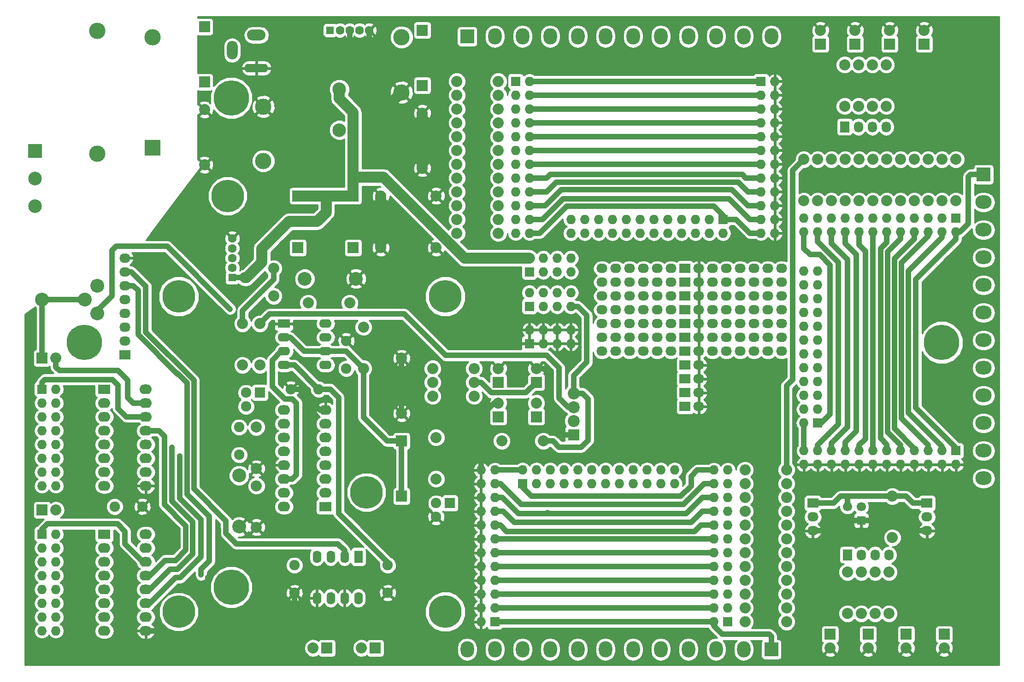
<source format=gbr>
G04 #@! TF.FileFunction,Copper,L1,Top,Signal*
%FSLAX46Y46*%
G04 Gerber Fmt 4.6, Leading zero omitted, Abs format (unit mm)*
G04 Created by KiCad (PCBNEW 4.0.1-stable) date 17/12/2015 17:44:37*
%MOMM*%
G01*
G04 APERTURE LIST*
%ADD10C,0.100000*%
%ADD11C,2.500000*%
%ADD12C,2.032000*%
%ADD13R,2.032000X2.032000*%
%ADD14C,6.499860*%
%ADD15C,1.905000*%
%ADD16C,2.540000*%
%ADD17R,2.100580X2.100580*%
%ADD18C,2.199640*%
%ADD19C,3.000000*%
%ADD20C,2.499360*%
%ADD21R,2.499360X2.499360*%
%ADD22C,1.600000*%
%ADD23R,1.400000X1.400000*%
%ADD24R,2.032000X1.727200*%
%ADD25O,2.032000X1.727200*%
%ADD26R,1.600000X1.600000*%
%ADD27C,1.700000*%
%ADD28R,1.574800X2.286000*%
%ADD29O,1.574800X2.286000*%
%ADD30C,6.000000*%
%ADD31O,2.286000X1.778000*%
%ADD32R,2.286000X1.778000*%
%ADD33R,2.500000X2.500000*%
%ADD34O,3.000000X2.500000*%
%ADD35O,2.500000X3.000000*%
%ADD36R,1.905000X1.905000*%
%ADD37R,1.727200X2.032000*%
%ADD38O,1.727200X2.032000*%
%ADD39R,3.000000X3.000000*%
%ADD40R,2.286000X1.574800*%
%ADD41O,2.286000X1.574800*%
%ADD42O,4.399280X1.600200*%
%ADD43O,3.401060X1.998980*%
%ADD44O,1.998980X3.401060*%
%ADD45R,1.727200X1.727200*%
%ADD46O,1.727200X1.727200*%
%ADD47O,2.032000X2.032000*%
%ADD48C,0.600000*%
%ADD49C,1.000000*%
%ADD50C,2.000000*%
%ADD51C,0.254000*%
G04 APERTURE END LIST*
D10*
D11*
X130810000Y-57090000D03*
X130810000Y-49590000D03*
D12*
X148590000Y-78740000D03*
D13*
X123190000Y-78740000D03*
X133350000Y-78740000D03*
D12*
X138430000Y-78740000D03*
D14*
X241480000Y-96195000D03*
X110980000Y-141195000D03*
X83980000Y-96195000D03*
X110980000Y-51195000D03*
D12*
X142240000Y-99060000D03*
D13*
X142240000Y-124460000D03*
X142240000Y-114300000D03*
D12*
X142240000Y-109220000D03*
X212979000Y-147574000D03*
X205359000Y-147574000D03*
X212979000Y-145034000D03*
X205359000Y-145034000D03*
X212979000Y-142494000D03*
X205359000Y-142494000D03*
X212979000Y-139954000D03*
X205359000Y-139954000D03*
X212979000Y-137414000D03*
X205359000Y-137414000D03*
X212979000Y-134874000D03*
X205359000Y-134874000D03*
X212979000Y-132334000D03*
X205359000Y-132334000D03*
X212979000Y-129794000D03*
X205359000Y-129794000D03*
X212979000Y-127254000D03*
X205359000Y-127254000D03*
X212979000Y-124714000D03*
X205359000Y-124714000D03*
X212979000Y-122174000D03*
X205359000Y-122174000D03*
X212979000Y-119634000D03*
X205359000Y-119634000D03*
D15*
X112395000Y-111760000D03*
X112395000Y-116840000D03*
X122555000Y-137160000D03*
X122555000Y-142240000D03*
X89535000Y-126365000D03*
X94615000Y-126365000D03*
D16*
X124460000Y-84455000D03*
X133858000Y-84455000D03*
D17*
X173863000Y-113157000D03*
D18*
X173863000Y-110617000D03*
X173863000Y-108077000D03*
X173863000Y-105537000D03*
D12*
X232410000Y-124460000D03*
X232410000Y-132080000D03*
X115570000Y-111760000D03*
X115570000Y-119380000D03*
X115570000Y-122555000D03*
X115570000Y-130175000D03*
X116205000Y-100330000D03*
X116205000Y-92710000D03*
X113030000Y-92710000D03*
X113030000Y-100330000D03*
X168275000Y-114300000D03*
X160655000Y-114300000D03*
X148590000Y-121285000D03*
X148590000Y-113665000D03*
X125095000Y-88900000D03*
X132715000Y-88900000D03*
X135255000Y-93345000D03*
X135255000Y-100965000D03*
X147955000Y-100965000D03*
X155575000Y-100965000D03*
X231775000Y-138430000D03*
X231775000Y-146050000D03*
X229235000Y-138430000D03*
X229235000Y-146050000D03*
X226695000Y-138430000D03*
X226695000Y-146050000D03*
X224155000Y-138430000D03*
X224155000Y-146050000D03*
X231267000Y-52705000D03*
X231267000Y-45085000D03*
X228727000Y-52705000D03*
X228727000Y-45085000D03*
X226187000Y-52705000D03*
X226187000Y-45085000D03*
X223647000Y-52705000D03*
X223647000Y-45085000D03*
X216154000Y-62484000D03*
X216154000Y-70104000D03*
X218694000Y-62484000D03*
X218694000Y-70104000D03*
X221234000Y-62484000D03*
X221234000Y-70104000D03*
X223774000Y-62484000D03*
X223774000Y-70104000D03*
X226314000Y-62484000D03*
X226314000Y-70104000D03*
X228854000Y-62484000D03*
X228854000Y-70104000D03*
X231394000Y-62484000D03*
X231394000Y-70104000D03*
X233934000Y-62484000D03*
X233934000Y-70104000D03*
X236474000Y-62484000D03*
X236474000Y-70104000D03*
X239014000Y-62484000D03*
X239014000Y-70104000D03*
X241554000Y-62484000D03*
X241554000Y-70104000D03*
X244094000Y-62484000D03*
X244094000Y-70104000D03*
D19*
X86360000Y-61465000D03*
X86360000Y-38865000D03*
D12*
X152400000Y-76073000D03*
X160020000Y-76073000D03*
X152400000Y-73533000D03*
X160020000Y-73533000D03*
X152400000Y-70993000D03*
X160020000Y-70993000D03*
X152400000Y-68453000D03*
X160020000Y-68453000D03*
X152400000Y-65913000D03*
X160020000Y-65913000D03*
X152400000Y-63373000D03*
X160020000Y-63373000D03*
X152400000Y-60833000D03*
X160020000Y-60833000D03*
X152400000Y-58293000D03*
X160020000Y-58293000D03*
X152400000Y-55753000D03*
X160020000Y-55753000D03*
X152400000Y-53213000D03*
X160020000Y-53213000D03*
X152400000Y-50673000D03*
X160020000Y-50673000D03*
X152400000Y-48133000D03*
X160020000Y-48133000D03*
D15*
X127000000Y-104775000D03*
X121920000Y-104775000D03*
X132080000Y-100965000D03*
X132080000Y-95885000D03*
D16*
X112395000Y-120650000D03*
X112395000Y-130048000D03*
D20*
X74930000Y-71120000D03*
D21*
X74930000Y-60960000D03*
D20*
X74930000Y-66040000D03*
D22*
X111125000Y-82445000D03*
X111125000Y-80645000D03*
D23*
X111125000Y-84245000D03*
D22*
X111125000Y-78845000D03*
X111125000Y-77045000D03*
D24*
X217805000Y-125730000D03*
D25*
X217805000Y-128270000D03*
X217805000Y-130810000D03*
D24*
X238760000Y-125730000D03*
D25*
X238760000Y-128270000D03*
X238760000Y-130810000D03*
D26*
X226695000Y-128905000D03*
D27*
X226695000Y-126365000D03*
X224155000Y-126365000D03*
D15*
X139700000Y-137160000D03*
X139700000Y-142240000D03*
D28*
X134302500Y-135572500D03*
D29*
X131762500Y-135572500D03*
X129222500Y-135572500D03*
X126682500Y-135572500D03*
X126682500Y-143192500D03*
X129222500Y-143192500D03*
X131762500Y-143192500D03*
X134302500Y-143192500D03*
D30*
X101290000Y-87725000D03*
X150290000Y-87725000D03*
X150290000Y-145725000D03*
X110290000Y-69225000D03*
X101290000Y-145725000D03*
X135790000Y-123725000D03*
D31*
X95250000Y-131445000D03*
X95250000Y-133985000D03*
D32*
X87630000Y-131445000D03*
D31*
X87630000Y-133985000D03*
X87630000Y-136525000D03*
X87630000Y-139065000D03*
X87630000Y-141605000D03*
X87630000Y-144145000D03*
X87630000Y-146685000D03*
X87630000Y-149225000D03*
X95250000Y-149225000D03*
X95250000Y-146685000D03*
X95250000Y-144145000D03*
X95250000Y-141605000D03*
X95250000Y-139065000D03*
X95250000Y-136525000D03*
D25*
X196850000Y-105410000D03*
X196850000Y-107950000D03*
D24*
X194310000Y-107950000D03*
X194310000Y-105410000D03*
X194310000Y-82550000D03*
X194310000Y-85090000D03*
D25*
X196850000Y-85090000D03*
X196850000Y-82550000D03*
X179070000Y-97790000D03*
X179070000Y-95250000D03*
X179070000Y-92710000D03*
X179070000Y-90170000D03*
X179070000Y-87630000D03*
X179070000Y-85090000D03*
X179070000Y-82550000D03*
X181610000Y-82550000D03*
X181610000Y-85090000D03*
X181610000Y-87630000D03*
X181610000Y-90170000D03*
X181610000Y-92710000D03*
X181610000Y-95250000D03*
X181610000Y-97790000D03*
X186690000Y-97790000D03*
X186690000Y-95250000D03*
X186690000Y-92710000D03*
X186690000Y-90170000D03*
X186690000Y-87630000D03*
X186690000Y-85090000D03*
X186690000Y-82550000D03*
X184150000Y-82550000D03*
X184150000Y-85090000D03*
X184150000Y-87630000D03*
X184150000Y-90170000D03*
X184150000Y-92710000D03*
X184150000Y-95250000D03*
X184150000Y-97790000D03*
X189230000Y-97790000D03*
X189230000Y-95250000D03*
X189230000Y-92710000D03*
X189230000Y-90170000D03*
X189230000Y-87630000D03*
X189230000Y-85090000D03*
X189230000Y-82550000D03*
X212090000Y-82550000D03*
X212090000Y-85090000D03*
X212090000Y-87630000D03*
X212090000Y-90170000D03*
X212090000Y-92710000D03*
X212090000Y-95250000D03*
X212090000Y-97790000D03*
X209550000Y-97790000D03*
X209550000Y-95250000D03*
X209550000Y-92710000D03*
X209550000Y-90170000D03*
X209550000Y-87630000D03*
X209550000Y-85090000D03*
X209550000Y-82550000D03*
X204470000Y-82550000D03*
X204470000Y-85090000D03*
X204470000Y-87630000D03*
X204470000Y-90170000D03*
X204470000Y-92710000D03*
X204470000Y-95250000D03*
X204470000Y-97790000D03*
X207010000Y-97790000D03*
X207010000Y-95250000D03*
X207010000Y-92710000D03*
X207010000Y-90170000D03*
X207010000Y-87630000D03*
X207010000Y-85090000D03*
X207010000Y-82550000D03*
X201930000Y-82550000D03*
X201930000Y-85090000D03*
X201930000Y-87630000D03*
X201930000Y-90170000D03*
X201930000Y-92710000D03*
X201930000Y-95250000D03*
X201930000Y-97790000D03*
X196850000Y-87630000D03*
X196850000Y-90170000D03*
X196850000Y-95250000D03*
X196850000Y-92710000D03*
X196850000Y-102870000D03*
X196850000Y-100330000D03*
D24*
X194310000Y-97790000D03*
X194310000Y-100330000D03*
X194310000Y-102870000D03*
X194310000Y-92710000D03*
X194310000Y-95250000D03*
X194310000Y-90170000D03*
X194310000Y-87630000D03*
D25*
X196850000Y-97790000D03*
X191770000Y-82550000D03*
X191770000Y-85090000D03*
X191770000Y-87630000D03*
X191770000Y-90170000D03*
X191770000Y-92710000D03*
X191770000Y-95250000D03*
X191770000Y-97790000D03*
X199390000Y-97790000D03*
X199390000Y-95250000D03*
X199390000Y-92710000D03*
X199390000Y-90170000D03*
X199390000Y-87630000D03*
X199390000Y-85090000D03*
X199390000Y-82550000D03*
D31*
X95250000Y-104775000D03*
X95250000Y-107315000D03*
D32*
X87630000Y-104775000D03*
D31*
X87630000Y-107315000D03*
X87630000Y-109855000D03*
X87630000Y-112395000D03*
X87630000Y-114935000D03*
X87630000Y-117475000D03*
X87630000Y-120015000D03*
X87630000Y-122555000D03*
X95250000Y-122555000D03*
X95250000Y-120015000D03*
X95250000Y-117475000D03*
X95250000Y-114935000D03*
X95250000Y-112395000D03*
X95250000Y-109855000D03*
D33*
X249174000Y-65278000D03*
D34*
X249174000Y-70358000D03*
X249174000Y-75438000D03*
X249174000Y-80518000D03*
X249174000Y-85598000D03*
X249174000Y-90678000D03*
X249174000Y-95758000D03*
X249174000Y-100838000D03*
X249174000Y-105918000D03*
X249174000Y-110998000D03*
X249174000Y-116078000D03*
X249174000Y-121158000D03*
D33*
X210185000Y-152654000D03*
D35*
X205105000Y-152654000D03*
X200025000Y-152654000D03*
X194945000Y-152654000D03*
X189865000Y-152654000D03*
X184785000Y-152654000D03*
X179705000Y-152654000D03*
X174625000Y-152654000D03*
X169545000Y-152654000D03*
X164465000Y-152654000D03*
X159385000Y-152654000D03*
X154305000Y-152654000D03*
D33*
X154305000Y-39878000D03*
D35*
X159385000Y-39878000D03*
X164465000Y-39878000D03*
X169545000Y-39878000D03*
X174625000Y-39878000D03*
X179705000Y-39878000D03*
X184785000Y-39878000D03*
X189865000Y-39878000D03*
X194945000Y-39878000D03*
X200025000Y-39878000D03*
X205105000Y-39878000D03*
X210185000Y-39878000D03*
D36*
X151130000Y-125730000D03*
D15*
X148590000Y-125730000D03*
X148590000Y-128270000D03*
D36*
X116205000Y-105410000D03*
D15*
X113665000Y-105410000D03*
X113665000Y-107950000D03*
D12*
X147955000Y-103505000D03*
X155575000Y-103505000D03*
X147955000Y-106045000D03*
X155575000Y-106045000D03*
D16*
X86360000Y-90805000D03*
X76200000Y-88265000D03*
X86360000Y-85725000D03*
X84074000Y-88265000D03*
D31*
X120650000Y-126365000D03*
X120650000Y-123825000D03*
D32*
X128270000Y-126365000D03*
D31*
X128270000Y-123825000D03*
X128270000Y-121285000D03*
X128270000Y-118745000D03*
X128270000Y-116205000D03*
X128270000Y-113665000D03*
X128270000Y-111125000D03*
X128270000Y-108585000D03*
X120650000Y-108585000D03*
X120650000Y-111125000D03*
X120650000Y-113665000D03*
X120650000Y-116205000D03*
X120650000Y-118745000D03*
X120650000Y-121285000D03*
D37*
X223647000Y-56515000D03*
D38*
X226187000Y-56515000D03*
X228727000Y-56515000D03*
X231267000Y-56515000D03*
D37*
X224155000Y-135255000D03*
D38*
X226695000Y-135255000D03*
X229235000Y-135255000D03*
X231775000Y-135255000D03*
D19*
X142240000Y-50165000D03*
D39*
X96520000Y-60325000D03*
D19*
X142240000Y-40005000D03*
X96520000Y-40005000D03*
D40*
X120650000Y-92710000D03*
D41*
X120650000Y-95250000D03*
X120650000Y-97790000D03*
X120650000Y-100330000D03*
X128270000Y-100330000D03*
X128270000Y-97790000D03*
X128270000Y-95250000D03*
X128270000Y-92710000D03*
D12*
X118745000Y-87630000D03*
X118745000Y-82550000D03*
D13*
X160020000Y-109855000D03*
D12*
X160020000Y-107315000D03*
D13*
X167005000Y-103505000D03*
D12*
X167005000Y-100965000D03*
D13*
X160020000Y-103505000D03*
D12*
X160020000Y-100965000D03*
D13*
X219202000Y-41275000D03*
D12*
X219202000Y-38735000D03*
D13*
X225552000Y-41275000D03*
D12*
X225552000Y-38735000D03*
D13*
X231902000Y-41275000D03*
D12*
X231902000Y-38735000D03*
D13*
X238252000Y-41275000D03*
D12*
X238252000Y-38735000D03*
D13*
X227965000Y-149860000D03*
D12*
X227965000Y-152400000D03*
D13*
X234950000Y-149860000D03*
D12*
X234950000Y-152400000D03*
D13*
X241935000Y-149860000D03*
D12*
X241935000Y-152400000D03*
D13*
X167005000Y-109855000D03*
D12*
X167005000Y-107315000D03*
D42*
X115570000Y-45720000D03*
D43*
X115570000Y-39624000D03*
D44*
X111125000Y-42418000D03*
D22*
X130915000Y-38735000D03*
X132715000Y-38735000D03*
D23*
X129115000Y-38735000D03*
D22*
X134515000Y-38735000D03*
X136315000Y-38735000D03*
D12*
X148590000Y-69215000D03*
D13*
X123190000Y-69215000D03*
X133350000Y-69215000D03*
D12*
X138430000Y-69215000D03*
X106045000Y-63500000D03*
D13*
X106045000Y-38100000D03*
X106045000Y-48260000D03*
D12*
X106045000Y-53340000D03*
X146050000Y-64135000D03*
D13*
X146050000Y-38735000D03*
X146050000Y-48895000D03*
D12*
X146050000Y-53975000D03*
D13*
X220980000Y-149860000D03*
D12*
X220980000Y-152400000D03*
D45*
X165735000Y-83185000D03*
D46*
X165735000Y-80645000D03*
X168275000Y-83185000D03*
X168275000Y-80645000D03*
X170815000Y-83185000D03*
X170815000Y-80645000D03*
X173355000Y-83185000D03*
X173355000Y-80645000D03*
D45*
X165735000Y-89535000D03*
D46*
X165735000Y-86995000D03*
X168275000Y-89535000D03*
X168275000Y-86995000D03*
X170815000Y-89535000D03*
X170815000Y-86995000D03*
X173355000Y-89535000D03*
X173355000Y-86995000D03*
D45*
X165735000Y-96393000D03*
D46*
X165735000Y-93853000D03*
X168275000Y-96393000D03*
X168275000Y-93853000D03*
X170815000Y-96393000D03*
X170815000Y-93853000D03*
X173355000Y-96393000D03*
X173355000Y-93853000D03*
D45*
X76200000Y-104775000D03*
D46*
X78740000Y-104775000D03*
X76200000Y-107315000D03*
X78740000Y-107315000D03*
X76200000Y-109855000D03*
X78740000Y-109855000D03*
X76200000Y-112395000D03*
X78740000Y-112395000D03*
X76200000Y-114935000D03*
X78740000Y-114935000D03*
X76200000Y-117475000D03*
X78740000Y-117475000D03*
X76200000Y-120015000D03*
X78740000Y-120015000D03*
X76200000Y-122555000D03*
X78740000Y-122555000D03*
D45*
X76200000Y-131445000D03*
D46*
X78740000Y-131445000D03*
X76200000Y-133985000D03*
X78740000Y-133985000D03*
X76200000Y-136525000D03*
X78740000Y-136525000D03*
X76200000Y-139065000D03*
X78740000Y-139065000D03*
X76200000Y-141605000D03*
X78740000Y-141605000D03*
X76200000Y-144145000D03*
X78740000Y-144145000D03*
X76200000Y-146685000D03*
X78740000Y-146685000D03*
X76200000Y-149225000D03*
X78740000Y-149225000D03*
D13*
X76200000Y-127000000D03*
D47*
X78740000Y-127000000D03*
D13*
X76200000Y-99060000D03*
D47*
X78740000Y-99060000D03*
D24*
X91440000Y-98425000D03*
D25*
X91440000Y-95885000D03*
X91440000Y-93345000D03*
X91440000Y-90805000D03*
X91440000Y-88265000D03*
X91440000Y-85725000D03*
X91440000Y-83185000D03*
X91440000Y-80645000D03*
D45*
X218694000Y-110998000D03*
D46*
X216154000Y-110998000D03*
X218694000Y-108458000D03*
X216154000Y-108458000D03*
X218694000Y-105918000D03*
X216154000Y-105918000D03*
X218694000Y-103378000D03*
X216154000Y-103378000D03*
X218694000Y-100838000D03*
X216154000Y-100838000D03*
X218694000Y-98298000D03*
X216154000Y-98298000D03*
X218694000Y-95758000D03*
X216154000Y-95758000D03*
X218694000Y-93218000D03*
X216154000Y-93218000D03*
X218694000Y-90678000D03*
X216154000Y-90678000D03*
X218694000Y-88138000D03*
X216154000Y-88138000D03*
X218694000Y-85598000D03*
X216154000Y-85598000D03*
X218694000Y-83058000D03*
X216154000Y-83058000D03*
D45*
X244094000Y-73279000D03*
D46*
X244094000Y-75819000D03*
X241554000Y-73279000D03*
X241554000Y-75819000D03*
X239014000Y-73279000D03*
X239014000Y-75819000D03*
X236474000Y-73279000D03*
X236474000Y-75819000D03*
X233934000Y-73279000D03*
X233934000Y-75819000D03*
X231394000Y-73279000D03*
X231394000Y-75819000D03*
X228854000Y-73279000D03*
X228854000Y-75819000D03*
X226314000Y-73279000D03*
X226314000Y-75819000D03*
X223774000Y-73279000D03*
X223774000Y-75819000D03*
X221234000Y-73279000D03*
X221234000Y-75819000D03*
X218694000Y-73279000D03*
X218694000Y-75819000D03*
X216154000Y-73279000D03*
X216154000Y-75819000D03*
D45*
X244094000Y-116078000D03*
D46*
X244094000Y-118618000D03*
X241554000Y-116078000D03*
X241554000Y-118618000D03*
X239014000Y-116078000D03*
X239014000Y-118618000D03*
X236474000Y-116078000D03*
X236474000Y-118618000D03*
X233934000Y-116078000D03*
X233934000Y-118618000D03*
X231394000Y-116078000D03*
X231394000Y-118618000D03*
X228854000Y-116078000D03*
X228854000Y-118618000D03*
X226314000Y-116078000D03*
X226314000Y-118618000D03*
X223774000Y-116078000D03*
X223774000Y-118618000D03*
X221234000Y-116078000D03*
X221234000Y-118618000D03*
X218694000Y-116078000D03*
X218694000Y-118618000D03*
X216154000Y-116078000D03*
X216154000Y-118618000D03*
D45*
X164465000Y-122174000D03*
D46*
X164465000Y-119634000D03*
X167005000Y-122174000D03*
X167005000Y-119634000D03*
X169545000Y-122174000D03*
X169545000Y-119634000D03*
X172085000Y-122174000D03*
X172085000Y-119634000D03*
X174625000Y-122174000D03*
X174625000Y-119634000D03*
X177165000Y-122174000D03*
X177165000Y-119634000D03*
X179705000Y-122174000D03*
X179705000Y-119634000D03*
X182245000Y-122174000D03*
X182245000Y-119634000D03*
X184785000Y-122174000D03*
X184785000Y-119634000D03*
X187325000Y-122174000D03*
X187325000Y-119634000D03*
X189865000Y-122174000D03*
X189865000Y-119634000D03*
X192405000Y-122174000D03*
X192405000Y-119634000D03*
D45*
X202184000Y-147574000D03*
D46*
X199644000Y-147574000D03*
X202184000Y-145034000D03*
X199644000Y-145034000D03*
X202184000Y-142494000D03*
X199644000Y-142494000D03*
X202184000Y-139954000D03*
X199644000Y-139954000D03*
X202184000Y-137414000D03*
X199644000Y-137414000D03*
X202184000Y-134874000D03*
X199644000Y-134874000D03*
X202184000Y-132334000D03*
X199644000Y-132334000D03*
X202184000Y-129794000D03*
X199644000Y-129794000D03*
X202184000Y-127254000D03*
X199644000Y-127254000D03*
X202184000Y-124714000D03*
X199644000Y-124714000D03*
X202184000Y-122174000D03*
X199644000Y-122174000D03*
X202184000Y-119634000D03*
X199644000Y-119634000D03*
D45*
X159385000Y-147574000D03*
D46*
X156845000Y-147574000D03*
X159385000Y-145034000D03*
X156845000Y-145034000D03*
X159385000Y-142494000D03*
X156845000Y-142494000D03*
X159385000Y-139954000D03*
X156845000Y-139954000D03*
X159385000Y-137414000D03*
X156845000Y-137414000D03*
X159385000Y-134874000D03*
X156845000Y-134874000D03*
X159385000Y-132334000D03*
X156845000Y-132334000D03*
X159385000Y-129794000D03*
X156845000Y-129794000D03*
X159385000Y-127254000D03*
X156845000Y-127254000D03*
X159385000Y-124714000D03*
X156845000Y-124714000D03*
X159385000Y-122174000D03*
X156845000Y-122174000D03*
X159385000Y-119634000D03*
X156845000Y-119634000D03*
D45*
X201295000Y-73533000D03*
D46*
X201295000Y-76073000D03*
X198755000Y-73533000D03*
X198755000Y-76073000D03*
X196215000Y-73533000D03*
X196215000Y-76073000D03*
X193675000Y-73533000D03*
X193675000Y-76073000D03*
X191135000Y-73533000D03*
X191135000Y-76073000D03*
X188595000Y-73533000D03*
X188595000Y-76073000D03*
X186055000Y-73533000D03*
X186055000Y-76073000D03*
X183515000Y-73533000D03*
X183515000Y-76073000D03*
X180975000Y-73533000D03*
X180975000Y-76073000D03*
X178435000Y-73533000D03*
X178435000Y-76073000D03*
X175895000Y-73533000D03*
X175895000Y-76073000D03*
X173355000Y-73533000D03*
X173355000Y-76073000D03*
D45*
X163195000Y-48133000D03*
D46*
X165735000Y-48133000D03*
X163195000Y-50673000D03*
X165735000Y-50673000D03*
X163195000Y-53213000D03*
X165735000Y-53213000D03*
X163195000Y-55753000D03*
X165735000Y-55753000D03*
X163195000Y-58293000D03*
X165735000Y-58293000D03*
X163195000Y-60833000D03*
X165735000Y-60833000D03*
X163195000Y-63373000D03*
X165735000Y-63373000D03*
X163195000Y-65913000D03*
X165735000Y-65913000D03*
X163195000Y-68453000D03*
X165735000Y-68453000D03*
X163195000Y-70993000D03*
X165735000Y-70993000D03*
X163195000Y-73533000D03*
X165735000Y-73533000D03*
X163195000Y-76073000D03*
X165735000Y-76073000D03*
D45*
X208280000Y-48133000D03*
D46*
X210820000Y-48133000D03*
X208280000Y-50673000D03*
X210820000Y-50673000D03*
X208280000Y-53213000D03*
X210820000Y-53213000D03*
X208280000Y-55753000D03*
X210820000Y-55753000D03*
X208280000Y-58293000D03*
X210820000Y-58293000D03*
X208280000Y-60833000D03*
X210820000Y-60833000D03*
X208280000Y-63373000D03*
X210820000Y-63373000D03*
X208280000Y-65913000D03*
X210820000Y-65913000D03*
X208280000Y-68453000D03*
X210820000Y-68453000D03*
X208280000Y-70993000D03*
X210820000Y-70993000D03*
X208280000Y-73533000D03*
X210820000Y-73533000D03*
X208280000Y-76073000D03*
X210820000Y-76073000D03*
D13*
X137414000Y-152400000D03*
D47*
X134874000Y-152400000D03*
D13*
X128524000Y-152400000D03*
D47*
X125984000Y-152400000D03*
D19*
X116840000Y-52785000D03*
X116840000Y-62785000D03*
D48*
X108585000Y-130556000D03*
X102616000Y-130302000D03*
X100076000Y-115443000D03*
X222504000Y-108458000D03*
X101473000Y-117094000D03*
X105410000Y-132842000D03*
X105410000Y-138938000D03*
X224155000Y-105918000D03*
X239141000Y-79248000D03*
X234950000Y-80645000D03*
X232791000Y-82042000D03*
X231521000Y-83820000D03*
X230251000Y-87122000D03*
X197993000Y-69723000D03*
X195326000Y-68072000D03*
X193294000Y-66675000D03*
X190246000Y-65278000D03*
X187833000Y-63373000D03*
X185166000Y-60833000D03*
X182880000Y-58293000D03*
X180213000Y-55753000D03*
X178943000Y-53213000D03*
X171958000Y-50673000D03*
X225806000Y-103378000D03*
X227457000Y-100838000D03*
X228854000Y-91059000D03*
X166497000Y-125984000D03*
X166497000Y-125984000D03*
X169037000Y-127508000D03*
X169037000Y-127508000D03*
X171450000Y-129286000D03*
X171450000Y-129286000D03*
X174117000Y-130937000D03*
X174117000Y-130937000D03*
X176911000Y-132334000D03*
X176911000Y-132334000D03*
X179070000Y-134874000D03*
X179070000Y-134874000D03*
X181864000Y-137414000D03*
X181864000Y-137414000D03*
X184531000Y-139954000D03*
X184531000Y-139954000D03*
X187198000Y-142494000D03*
X187198000Y-142494000D03*
X193040000Y-145034000D03*
X193040000Y-145034000D03*
X110744000Y-90043000D03*
D49*
X76200000Y-99060000D02*
X76200000Y-88265000D01*
X113030000Y-92710000D02*
X113030000Y-90297000D01*
X118745000Y-84582000D02*
X118745000Y-82550000D01*
X113030000Y-90297000D02*
X118745000Y-84582000D01*
X76200000Y-88265000D02*
X84074000Y-88265000D01*
X212979000Y-119634000D02*
X212979000Y-104140000D01*
X214122000Y-64516000D02*
X216154000Y-62484000D01*
X214122000Y-102997000D02*
X214122000Y-64516000D01*
X212979000Y-104140000D02*
X214122000Y-102997000D01*
X173863000Y-105537000D02*
X173863000Y-102235000D01*
X174625000Y-89535000D02*
X173355000Y-89535000D01*
X176276000Y-91186000D02*
X174625000Y-89535000D01*
X176276000Y-99822000D02*
X176276000Y-91186000D01*
X173863000Y-102235000D02*
X176276000Y-99822000D01*
X139700000Y-137160000D02*
X139700000Y-136652000D01*
X139700000Y-136652000D02*
X130683000Y-127635000D01*
X129159000Y-104775000D02*
X127000000Y-104775000D01*
X130683000Y-106299000D02*
X129159000Y-104775000D01*
X130683000Y-127635000D02*
X130683000Y-106299000D01*
X168275000Y-114300000D02*
X170053000Y-114300000D01*
X175514000Y-105537000D02*
X173863000Y-105537000D01*
X176530000Y-106553000D02*
X175514000Y-105537000D01*
X176530000Y-114173000D02*
X176530000Y-106553000D01*
X175260000Y-115443000D02*
X176530000Y-114173000D01*
X171196000Y-115443000D02*
X175260000Y-115443000D01*
X170053000Y-114300000D02*
X171196000Y-115443000D01*
X120650000Y-100330000D02*
X122555000Y-100330000D01*
X122555000Y-100330000D02*
X127000000Y-104775000D01*
X224155000Y-126365000D02*
X224155000Y-124460000D01*
X232410000Y-124460000D02*
X234950000Y-124460000D01*
X236220000Y-125730000D02*
X238760000Y-125730000D01*
X234950000Y-124460000D02*
X236220000Y-125730000D01*
X217805000Y-125730000D02*
X221615000Y-125730000D01*
X222885000Y-124460000D02*
X224155000Y-124460000D01*
X224155000Y-124460000D02*
X232410000Y-124460000D01*
X221615000Y-125730000D02*
X222885000Y-124460000D01*
D50*
X140271500Y-52768500D02*
X140271500Y-52133500D01*
X140271500Y-52133500D02*
X142240000Y-50165000D01*
X136315000Y-42462000D02*
X136315000Y-48812000D01*
X146050000Y-58547000D02*
X146050000Y-64135000D01*
X136315000Y-48812000D02*
X140271500Y-52768500D01*
X140271500Y-52768500D02*
X146050000Y-58547000D01*
X138430000Y-78740000D02*
X138430000Y-69215000D01*
X146050000Y-64135000D02*
X146050000Y-53975000D01*
X132715000Y-41021000D02*
X132715000Y-41529000D01*
X132715000Y-41529000D02*
X133648000Y-42462000D01*
X133648000Y-42462000D02*
X136315000Y-42462000D01*
X136315000Y-40767000D02*
X136315000Y-42462000D01*
D49*
X173863000Y-113157000D02*
X171323000Y-113157000D01*
X171323000Y-113157000D02*
X169418000Y-111252000D01*
X169418000Y-111252000D02*
X169418000Y-101981000D01*
X169418000Y-101981000D02*
X168402000Y-100965000D01*
X168402000Y-100965000D02*
X167005000Y-100965000D01*
X142240000Y-109220000D02*
X142240000Y-99060000D01*
X132715000Y-38735000D02*
X132715000Y-41021000D01*
X133604000Y-42418000D02*
X136315000Y-42418000D01*
X132715000Y-41529000D02*
X133604000Y-42418000D01*
X136315000Y-42462000D02*
X136315000Y-42418000D01*
X136315000Y-42418000D02*
X136315000Y-40767000D01*
X136315000Y-40767000D02*
X136315000Y-38735000D01*
X106680000Y-146431000D02*
X120142000Y-146431000D01*
X122555000Y-144018000D02*
X122555000Y-142240000D01*
X120142000Y-146431000D02*
X122555000Y-144018000D01*
X95250000Y-149225000D02*
X97663000Y-149225000D01*
X97663000Y-149225000D02*
X98298000Y-149860000D01*
X98298000Y-149860000D02*
X104140000Y-149860000D01*
X104140000Y-149860000D02*
X106680000Y-147320000D01*
X106680000Y-147320000D02*
X106680000Y-146431000D01*
X106680000Y-139446000D02*
X108585000Y-137541000D01*
X106680000Y-146431000D02*
X106680000Y-139446000D01*
X160020000Y-107315000D02*
X159258000Y-107315000D01*
X159258000Y-107315000D02*
X156845000Y-109728000D01*
X156845000Y-109728000D02*
X156845000Y-119634000D01*
X128270000Y-108585000D02*
X127254000Y-108585000D01*
X127254000Y-108585000D02*
X123444000Y-104775000D01*
X123444000Y-104775000D02*
X121920000Y-104775000D01*
X108585000Y-131826000D02*
X108585000Y-130556000D01*
X108585000Y-131826000D02*
X108585000Y-137541000D01*
X226695000Y-128905000D02*
X234315000Y-128905000D01*
X236220000Y-130810000D02*
X238760000Y-130810000D01*
X234315000Y-128905000D02*
X236220000Y-130810000D01*
X217805000Y-130810000D02*
X222250000Y-130810000D01*
X224155000Y-128905000D02*
X226695000Y-128905000D01*
X222250000Y-130810000D02*
X224155000Y-128905000D01*
D50*
X113411000Y-84245000D02*
X113748000Y-84245000D01*
X113748000Y-84245000D02*
X116586000Y-81407000D01*
X116586000Y-78867000D02*
X121539000Y-73914000D01*
X116586000Y-81407000D02*
X116586000Y-78867000D01*
X121539000Y-73914000D02*
X126746000Y-73914000D01*
X126746000Y-73914000D02*
X128397000Y-72263000D01*
X128397000Y-72263000D02*
X128397000Y-69215000D01*
D49*
X111125000Y-84245000D02*
X113411000Y-84245000D01*
X128397000Y-72263000D02*
X128397000Y-69215000D01*
X126746000Y-73914000D02*
X128397000Y-72263000D01*
X121539000Y-73914000D02*
X126746000Y-73914000D01*
X116205000Y-79248000D02*
X121539000Y-73914000D01*
X116205000Y-81788000D02*
X116205000Y-79248000D01*
X113748000Y-84245000D02*
X116205000Y-81788000D01*
D50*
X133350000Y-69215000D02*
X128397000Y-69215000D01*
X128397000Y-69215000D02*
X123190000Y-69215000D01*
X133350000Y-65786000D02*
X138938000Y-65786000D01*
X153797000Y-80645000D02*
X165735000Y-80645000D01*
X138938000Y-65786000D02*
X153797000Y-80645000D01*
X130810000Y-49590000D02*
X130810000Y-51308000D01*
X133350000Y-53848000D02*
X133350000Y-65786000D01*
X133350000Y-65786000D02*
X133350000Y-69215000D01*
X130810000Y-51308000D02*
X133350000Y-53848000D01*
D49*
X98679000Y-113538000D02*
X98679000Y-113411000D01*
X97663000Y-112395000D02*
X95250000Y-112395000D01*
X98679000Y-113411000D02*
X97663000Y-112395000D01*
X102616000Y-130302000D02*
X102616000Y-131445000D01*
X100584000Y-136271000D02*
X100711000Y-136271000D01*
X100711000Y-136271000D02*
X102616000Y-134366000D01*
X95250000Y-139065000D02*
X96012000Y-139065000D01*
X96012000Y-139065000D02*
X98806000Y-136271000D01*
X98806000Y-136271000D02*
X100584000Y-136271000D01*
X102616000Y-134366000D02*
X102616000Y-131445000D01*
X102616000Y-131445000D02*
X102616000Y-129921000D01*
X98679000Y-125984000D02*
X98679000Y-123698000D01*
X102616000Y-129921000D02*
X98679000Y-125984000D01*
X98679000Y-123698000D02*
X98679000Y-113538000D01*
X99695000Y-137922000D02*
X96012000Y-141605000D01*
X101092000Y-137922000D02*
X99695000Y-137922000D01*
X103886000Y-135128000D02*
X101092000Y-137922000D01*
X103886000Y-129159000D02*
X103886000Y-135128000D01*
X100076000Y-125349000D02*
X103886000Y-129159000D01*
X100076000Y-115443000D02*
X100076000Y-125349000D01*
X96012000Y-141605000D02*
X95250000Y-141605000D01*
X95250000Y-141605000D02*
X96012000Y-141605000D01*
X95250000Y-141605000D02*
X95758000Y-141605000D01*
X219075000Y-80010000D02*
X217297000Y-80010000D01*
X217297000Y-80010000D02*
X216154000Y-78867000D01*
X216154000Y-78867000D02*
X216154000Y-75819000D01*
X218694000Y-110998000D02*
X219329000Y-110998000D01*
X216154000Y-116078000D02*
X216154000Y-110998000D01*
X216154000Y-116078000D02*
X216154000Y-110998000D01*
X218694000Y-110998000D02*
X219329000Y-110998000D01*
X216154000Y-78867000D02*
X216154000Y-75819000D01*
X217297000Y-80010000D02*
X216154000Y-78867000D01*
X219075000Y-80010000D02*
X217297000Y-80010000D01*
X220980000Y-109347000D02*
X220980000Y-81915000D01*
X220980000Y-81915000D02*
X219075000Y-80010000D01*
X219329000Y-110998000D02*
X220980000Y-109347000D01*
X219329000Y-110998000D02*
X220980000Y-109347000D01*
X220980000Y-81915000D02*
X219075000Y-80010000D01*
X220980000Y-109347000D02*
X220980000Y-81915000D01*
X222504000Y-108458000D02*
X222504000Y-107442000D01*
X222504000Y-81407000D02*
X218694000Y-77597000D01*
X218694000Y-77597000D02*
X218694000Y-75819000D01*
X218694000Y-77597000D02*
X218694000Y-75819000D01*
X222504000Y-81407000D02*
X218694000Y-77597000D01*
X218694000Y-115062000D02*
X222504000Y-111252000D01*
X218694000Y-116078000D02*
X218694000Y-115062000D01*
X218694000Y-116078000D02*
X218694000Y-115062000D01*
X218694000Y-115062000D02*
X222504000Y-111252000D01*
X222504000Y-109728000D02*
X222504000Y-107442000D01*
X222504000Y-107442000D02*
X222504000Y-81407000D01*
X222504000Y-111252000D02*
X222504000Y-109728000D01*
X222504000Y-109728000D02*
X222504000Y-108966000D01*
X222504000Y-109728000D02*
X222504000Y-108966000D01*
X222504000Y-111252000D02*
X222504000Y-109728000D01*
X222504000Y-109728000D02*
X222504000Y-81407000D01*
X173863000Y-108077000D02*
X172847000Y-108077000D01*
X172847000Y-108077000D02*
X171196000Y-106426000D01*
X171196000Y-106426000D02*
X171196000Y-100838000D01*
X171196000Y-100838000D02*
X168910000Y-98552000D01*
X168910000Y-98552000D02*
X150368000Y-98552000D01*
X150368000Y-98552000D02*
X142748000Y-90932000D01*
X142748000Y-90932000D02*
X117983000Y-90932000D01*
X117983000Y-90932000D02*
X116205000Y-92710000D01*
X142240000Y-124460000D02*
X142240000Y-114300000D01*
X142240000Y-114300000D02*
X139573000Y-114300000D01*
X135255000Y-109982000D02*
X135255000Y-100965000D01*
X139573000Y-114300000D02*
X135255000Y-109982000D01*
X128270000Y-97790000D02*
X132080000Y-97790000D01*
X132080000Y-97790000D02*
X135255000Y-100965000D01*
X120650000Y-95250000D02*
X121793000Y-95250000D01*
X124333000Y-97790000D02*
X128270000Y-97790000D01*
X121793000Y-95250000D02*
X124333000Y-97790000D01*
X76200000Y-104775000D02*
X76200000Y-103505000D01*
X91694000Y-109855000D02*
X95250000Y-109855000D01*
X90170000Y-108331000D02*
X91694000Y-109855000D01*
X90170000Y-104013000D02*
X90170000Y-108331000D01*
X89154000Y-102997000D02*
X90170000Y-104013000D01*
X76708000Y-102997000D02*
X89154000Y-102997000D01*
X76200000Y-103505000D02*
X76708000Y-102997000D01*
X76200000Y-104013000D02*
X76200000Y-104775000D01*
X76200000Y-131445000D02*
X76200000Y-130556000D01*
X90043000Y-129540000D02*
X91440000Y-130937000D01*
X77216000Y-129540000D02*
X90043000Y-129540000D01*
X76200000Y-130556000D02*
X77216000Y-129540000D01*
X95250000Y-136525000D02*
X94742000Y-136525000D01*
X94742000Y-136525000D02*
X91440000Y-133223000D01*
X91440000Y-133223000D02*
X91440000Y-130937000D01*
X95250000Y-107315000D02*
X92964000Y-107315000D01*
X78740000Y-100711000D02*
X78740000Y-99060000D01*
X79375000Y-101346000D02*
X78740000Y-100711000D01*
X90170000Y-101346000D02*
X79375000Y-101346000D01*
X91948000Y-103124000D02*
X90170000Y-101346000D01*
X91948000Y-106299000D02*
X91948000Y-103124000D01*
X92964000Y-107315000D02*
X91948000Y-106299000D01*
X101473000Y-118999000D02*
X101473000Y-117094000D01*
X105410000Y-132842000D02*
X105410000Y-131826000D01*
X95250000Y-144145000D02*
X96012000Y-144145000D01*
X96012000Y-144145000D02*
X100711000Y-139446000D01*
X101600000Y-139446000D02*
X105410000Y-135636000D01*
X100711000Y-139446000D02*
X101600000Y-139446000D01*
X105410000Y-130810000D02*
X105410000Y-128778000D01*
X101473000Y-124841000D02*
X101473000Y-118999000D01*
X105410000Y-128778000D02*
X101473000Y-124841000D01*
X105410000Y-130810000D02*
X105410000Y-131826000D01*
X105410000Y-131826000D02*
X105410000Y-135636000D01*
X105410000Y-138938000D02*
X105410000Y-137922000D01*
X106934000Y-136398000D02*
X106934000Y-131572000D01*
X105410000Y-137922000D02*
X106934000Y-136398000D01*
X92964000Y-85725000D02*
X93853000Y-86614000D01*
X93853000Y-86614000D02*
X93853000Y-94742000D01*
X91440000Y-85725000D02*
X92964000Y-85725000D01*
X91440000Y-85725000D02*
X92964000Y-85725000D01*
X93853000Y-86614000D02*
X93853000Y-94742000D01*
X92964000Y-85725000D02*
X93853000Y-86614000D01*
X92964000Y-85725000D02*
X93853000Y-86614000D01*
X93853000Y-86614000D02*
X93853000Y-94742000D01*
X91440000Y-85725000D02*
X92964000Y-85725000D01*
X91440000Y-85725000D02*
X92964000Y-85725000D01*
X101092000Y-101981000D02*
X101092000Y-101854000D01*
X93853000Y-94742000D02*
X101092000Y-101981000D01*
X102870000Y-121031000D02*
X102870000Y-103632000D01*
X102870000Y-103632000D02*
X101092000Y-101854000D01*
X104394000Y-125603000D02*
X106934000Y-128143000D01*
X106934000Y-128143000D02*
X106934000Y-131572000D01*
X102870000Y-121031000D02*
X102870000Y-124079000D01*
X102870000Y-124079000D02*
X104394000Y-125603000D01*
X93853000Y-86614000D02*
X93853000Y-94742000D01*
X92964000Y-85725000D02*
X93853000Y-86614000D01*
X224155000Y-105918000D02*
X224155000Y-104775000D01*
X221234000Y-77978000D02*
X224155000Y-80899000D01*
X224155000Y-107569000D02*
X224155000Y-111760000D01*
X224155000Y-111760000D02*
X221234000Y-114681000D01*
X221234000Y-114681000D02*
X221234000Y-116078000D01*
X221234000Y-75819000D02*
X221234000Y-77978000D01*
X221234000Y-75819000D02*
X221234000Y-77978000D01*
X221234000Y-114681000D02*
X221234000Y-116078000D01*
X224155000Y-111760000D02*
X221234000Y-114681000D01*
X224155000Y-80899000D02*
X224155000Y-104775000D01*
X224155000Y-104775000D02*
X224155000Y-107569000D01*
X224155000Y-107569000D02*
X224155000Y-111760000D01*
X221234000Y-77978000D02*
X224155000Y-80899000D01*
X244094000Y-75819000D02*
X244094000Y-77216000D01*
X244094000Y-77216000D02*
X236728000Y-84582000D01*
X236728000Y-84582000D02*
X236728000Y-108204000D01*
X236728000Y-108204000D02*
X244094000Y-115570000D01*
X244094000Y-115570000D02*
X244094000Y-116078000D01*
X246380000Y-74295000D02*
X246380000Y-65659000D01*
X246380000Y-65659000D02*
X246761000Y-65278000D01*
X246761000Y-65278000D02*
X249174000Y-65278000D01*
X244856000Y-75819000D02*
X246380000Y-74295000D01*
X244094000Y-75819000D02*
X244856000Y-75819000D01*
X244094000Y-75819000D02*
X244856000Y-75819000D01*
X244856000Y-75819000D02*
X246380000Y-74295000D01*
X246761000Y-65278000D02*
X249174000Y-65278000D01*
X246380000Y-65659000D02*
X246761000Y-65278000D01*
X246380000Y-74295000D02*
X246380000Y-65659000D01*
X239141000Y-79248000D02*
X241554000Y-76835000D01*
X241554000Y-76835000D02*
X241554000Y-75819000D01*
X241554000Y-116078000D02*
X241554000Y-115316000D01*
X241554000Y-115316000D02*
X235331000Y-109093000D01*
X241554000Y-116078000D02*
X241554000Y-115443000D01*
X235331000Y-109093000D02*
X235331000Y-83058000D01*
X235331000Y-83058000D02*
X241554000Y-76835000D01*
X241554000Y-76835000D02*
X241554000Y-75819000D01*
X239014000Y-116078000D02*
X239014000Y-115062000D01*
X239014000Y-115062000D02*
X234061000Y-110109000D01*
X239014000Y-75819000D02*
X239014000Y-76581000D01*
X239014000Y-76581000D02*
X234950000Y-80645000D01*
X234950000Y-80645000D02*
X234061000Y-81534000D01*
X234061000Y-81534000D02*
X234061000Y-110109000D01*
X232791000Y-82042000D02*
X232791000Y-82550000D01*
X236474000Y-116078000D02*
X236474000Y-115697000D01*
X236474000Y-115697000D02*
X232791000Y-112014000D01*
X232791000Y-112014000D02*
X232791000Y-82550000D01*
X232791000Y-82550000D02*
X232791000Y-80772000D01*
X236474000Y-77089000D02*
X236474000Y-75819000D01*
X232791000Y-80772000D02*
X236474000Y-77089000D01*
X233934000Y-75819000D02*
X233934000Y-77089000D01*
X233934000Y-77089000D02*
X231521000Y-79502000D01*
X231521000Y-79502000D02*
X231521000Y-83820000D01*
X233934000Y-115062000D02*
X233934000Y-116078000D01*
X231521000Y-83820000D02*
X231521000Y-112649000D01*
X231521000Y-112649000D02*
X233934000Y-115062000D01*
X230251000Y-87122000D02*
X230251000Y-89281000D01*
X231394000Y-75819000D02*
X231394000Y-77781002D01*
X231394000Y-77781002D02*
X230251000Y-78924002D01*
X230251000Y-78924002D02*
X230251000Y-89281000D01*
X231394000Y-114935000D02*
X231394000Y-116078000D01*
X230251000Y-89281000D02*
X230251000Y-113792000D01*
X230251000Y-113792000D02*
X231394000Y-114935000D01*
X201295000Y-73533000D02*
X201295000Y-72771000D01*
X201295000Y-72771000D02*
X199644000Y-71120000D01*
X167640000Y-76073000D02*
X165735000Y-76073000D01*
X172593000Y-71120000D02*
X167640000Y-76073000D01*
X199644000Y-71120000D02*
X172593000Y-71120000D01*
X208280000Y-76073000D02*
X206248000Y-76073000D01*
X203708000Y-73533000D02*
X201295000Y-73533000D01*
X206248000Y-76073000D02*
X203708000Y-73533000D01*
X165735000Y-73533000D02*
X168148000Y-73533000D01*
X206248000Y-73533000D02*
X208280000Y-73533000D01*
X202438000Y-69723000D02*
X206248000Y-73533000D01*
X171958000Y-69723000D02*
X197993000Y-69723000D01*
X197993000Y-69723000D02*
X202438000Y-69723000D01*
X168148000Y-73533000D02*
X171958000Y-69723000D01*
X208280000Y-70993000D02*
X205867000Y-70993000D01*
X168656000Y-70993000D02*
X165735000Y-70993000D01*
X171577000Y-68072000D02*
X168656000Y-70993000D01*
X202946000Y-68072000D02*
X195326000Y-68072000D01*
X195326000Y-68072000D02*
X171577000Y-68072000D01*
X205867000Y-70993000D02*
X202946000Y-68072000D01*
X192786000Y-66675000D02*
X193294000Y-66675000D01*
X165735000Y-68453000D02*
X168910000Y-68453000D01*
X205867000Y-68453000D02*
X208280000Y-68453000D01*
X204089000Y-66675000D02*
X205867000Y-68453000D01*
X170688000Y-66675000D02*
X192786000Y-66675000D01*
X192786000Y-66675000D02*
X204089000Y-66675000D01*
X168910000Y-68453000D02*
X170688000Y-66675000D01*
X208280000Y-65913000D02*
X205486000Y-65913000D01*
X168910000Y-65913000D02*
X165735000Y-65913000D01*
X169545000Y-65278000D02*
X168910000Y-65913000D01*
X204851000Y-65278000D02*
X190246000Y-65278000D01*
X190246000Y-65278000D02*
X169545000Y-65278000D01*
X205486000Y-65913000D02*
X204851000Y-65278000D01*
X165735000Y-63373000D02*
X187833000Y-63373000D01*
X187833000Y-63373000D02*
X208280000Y-63373000D01*
X208280000Y-60833000D02*
X185166000Y-60833000D01*
X185166000Y-60833000D02*
X165735000Y-60833000D01*
X165735000Y-58293000D02*
X182880000Y-58293000D01*
X182880000Y-58293000D02*
X208280000Y-58293000D01*
X181864000Y-55753000D02*
X180213000Y-55753000D01*
X208280000Y-55753000D02*
X181864000Y-55753000D01*
X181864000Y-55753000D02*
X165735000Y-55753000D01*
X174498000Y-53213000D02*
X178943000Y-53213000D01*
X165735000Y-53213000D02*
X174498000Y-53213000D01*
X174498000Y-53213000D02*
X208280000Y-53213000D01*
X167640000Y-50673000D02*
X171958000Y-50673000D01*
X208280000Y-50673000D02*
X167640000Y-50673000D01*
X167640000Y-50673000D02*
X165735000Y-50673000D01*
X165735000Y-48133000D02*
X208280000Y-48133000D01*
X225806000Y-103378000D02*
X225806000Y-101981000D01*
X225806000Y-104521000D02*
X225806000Y-101981000D01*
X225806000Y-101981000D02*
X225806000Y-80010000D01*
X223774000Y-114554000D02*
X225806000Y-112522000D01*
X225806000Y-112522000D02*
X225806000Y-104521000D01*
X225806000Y-80010000D02*
X223774000Y-77978000D01*
X223774000Y-77978000D02*
X223774000Y-75819000D01*
X223774000Y-116078000D02*
X223774000Y-114554000D01*
X225806000Y-104521000D02*
X225806000Y-104013000D01*
X225806000Y-104521000D02*
X225806000Y-104013000D01*
X223774000Y-116078000D02*
X223774000Y-114554000D01*
X223774000Y-77978000D02*
X223774000Y-75819000D01*
X225806000Y-80010000D02*
X223774000Y-77978000D01*
X225806000Y-112522000D02*
X225806000Y-104521000D01*
X223774000Y-114554000D02*
X225806000Y-112522000D01*
X227457000Y-100838000D02*
X227457000Y-99441000D01*
X226314000Y-78232000D02*
X227457000Y-79375000D01*
X227457000Y-102108000D02*
X227457000Y-113919000D01*
X227457000Y-79375000D02*
X227457000Y-99441000D01*
X227457000Y-99441000D02*
X227457000Y-102108000D01*
X227457000Y-113919000D02*
X226314000Y-115062000D01*
X226314000Y-115062000D02*
X226314000Y-116078000D01*
X226314000Y-75819000D02*
X226314000Y-78232000D01*
X226314000Y-75819000D02*
X226314000Y-78232000D01*
X226314000Y-115062000D02*
X226314000Y-116078000D01*
X227457000Y-113919000D02*
X226314000Y-115062000D01*
X227457000Y-79375000D02*
X227457000Y-102108000D01*
X227457000Y-102108000D02*
X227457000Y-113919000D01*
X226314000Y-78232000D02*
X227457000Y-79375000D01*
X228854000Y-91059000D02*
X228854000Y-91948000D01*
X228854000Y-99822000D02*
X228854000Y-91948000D01*
X228854000Y-91948000D02*
X228854000Y-75819000D01*
X228854000Y-116078000D02*
X228854000Y-99822000D01*
X228854000Y-99822000D02*
X228854000Y-98552000D01*
X228854000Y-99822000D02*
X228854000Y-98552000D01*
X228854000Y-116078000D02*
X228854000Y-99822000D01*
X228854000Y-99822000D02*
X228854000Y-75819000D01*
X92583000Y-83185000D02*
X95250000Y-85852000D01*
X95250000Y-85852000D02*
X95250000Y-94314940D01*
X91440000Y-83185000D02*
X92583000Y-83185000D01*
X95250000Y-85852000D02*
X95250000Y-94314940D01*
X92583000Y-83185000D02*
X95250000Y-85852000D01*
X92583000Y-83185000D02*
X95250000Y-85852000D01*
X95250000Y-85852000D02*
X95250000Y-94314940D01*
X104070002Y-112014000D02*
X104070002Y-123120002D01*
X104070002Y-123120002D02*
X109982000Y-129032000D01*
X91440000Y-83185000D02*
X92583000Y-83185000D01*
X104070002Y-103134942D02*
X104070002Y-112014000D01*
X95250000Y-94314940D02*
X104070002Y-103134942D01*
X95250000Y-85852000D02*
X95250000Y-94314940D01*
X92583000Y-83185000D02*
X95250000Y-85852000D01*
X131762500Y-134429500D02*
X131762500Y-135572500D01*
X130556000Y-133223000D02*
X131762500Y-134429500D01*
X111887000Y-133223000D02*
X130556000Y-133223000D01*
X109982000Y-131318000D02*
X111887000Y-133223000D01*
X109982000Y-129032000D02*
X109982000Y-131318000D01*
X193548000Y-124460000D02*
X195453000Y-122555000D01*
X195453000Y-122555000D02*
X195453000Y-120777000D01*
X195453000Y-120777000D02*
X196596000Y-119634000D01*
X196596000Y-119634000D02*
X199644000Y-119634000D01*
X164465000Y-122174000D02*
X164465000Y-122809000D01*
X159385000Y-119634000D02*
X164465000Y-119634000D01*
X159385000Y-119634000D02*
X164465000Y-119634000D01*
X164465000Y-122174000D02*
X164465000Y-122809000D01*
X196596000Y-119634000D02*
X199644000Y-119634000D01*
X195453000Y-120777000D02*
X196596000Y-119634000D01*
X195453000Y-122555000D02*
X195453000Y-120777000D01*
X193548000Y-124460000D02*
X195453000Y-122555000D01*
X166116000Y-124460000D02*
X193548000Y-124460000D01*
X164465000Y-122809000D02*
X166116000Y-124460000D01*
X164465000Y-122809000D02*
X166116000Y-124460000D01*
X166116000Y-124460000D02*
X193548000Y-124460000D01*
X194056000Y-125984000D02*
X197866000Y-122174000D01*
X197866000Y-122174000D02*
X199644000Y-122174000D01*
X197866000Y-122174000D02*
X199644000Y-122174000D01*
X194056000Y-125984000D02*
X197866000Y-122174000D01*
X160401000Y-122174000D02*
X164211000Y-125984000D01*
X159385000Y-122174000D02*
X160401000Y-122174000D01*
X159385000Y-122174000D02*
X160401000Y-122174000D01*
X160401000Y-122174000D02*
X164211000Y-125984000D01*
X165735000Y-125984000D02*
X194056000Y-125984000D01*
X164211000Y-125984000D02*
X165735000Y-125984000D01*
X165735000Y-125984000D02*
X166497000Y-125984000D01*
X165735000Y-125984000D02*
X166497000Y-125984000D01*
X164211000Y-125984000D02*
X165735000Y-125984000D01*
X165735000Y-125984000D02*
X194056000Y-125984000D01*
X197485000Y-124714000D02*
X194564000Y-127635000D01*
X167894000Y-127635000D02*
X163703000Y-127635000D01*
X194564000Y-127635000D02*
X167894000Y-127635000D01*
X163703000Y-127635000D02*
X160782000Y-124714000D01*
X160782000Y-124714000D02*
X159385000Y-124714000D01*
X199644000Y-124714000D02*
X197485000Y-124714000D01*
X168910000Y-127635000D02*
X169037000Y-127508000D01*
X167894000Y-127635000D02*
X168910000Y-127635000D01*
X167894000Y-127635000D02*
X168910000Y-127635000D01*
X168910000Y-127635000D02*
X169037000Y-127508000D01*
X199644000Y-124714000D02*
X197485000Y-124714000D01*
X160782000Y-124714000D02*
X159385000Y-124714000D01*
X163703000Y-127635000D02*
X160782000Y-124714000D01*
X194564000Y-127635000D02*
X167894000Y-127635000D01*
X167894000Y-127635000D02*
X163703000Y-127635000D01*
X197485000Y-124714000D02*
X194564000Y-127635000D01*
X160909000Y-127254000D02*
X162941000Y-129286000D01*
X170942000Y-129286000D02*
X195453000Y-129286000D01*
X162941000Y-129286000D02*
X170942000Y-129286000D01*
X195453000Y-129286000D02*
X197485000Y-127254000D01*
X197485000Y-127254000D02*
X199644000Y-127254000D01*
X159385000Y-127254000D02*
X160909000Y-127254000D01*
X170942000Y-129286000D02*
X171450000Y-129286000D01*
X170942000Y-129286000D02*
X171450000Y-129286000D01*
X159385000Y-127254000D02*
X160909000Y-127254000D01*
X197485000Y-127254000D02*
X199644000Y-127254000D01*
X195453000Y-129286000D02*
X197485000Y-127254000D01*
X162941000Y-129286000D02*
X170942000Y-129286000D01*
X170942000Y-129286000D02*
X195453000Y-129286000D01*
X160909000Y-127254000D02*
X162941000Y-129286000D01*
X197231000Y-129794000D02*
X196088000Y-130937000D01*
X173355000Y-130937000D02*
X161544000Y-130937000D01*
X196088000Y-130937000D02*
X173355000Y-130937000D01*
X161544000Y-130937000D02*
X160401000Y-129794000D01*
X160401000Y-129794000D02*
X159385000Y-129794000D01*
X199644000Y-129794000D02*
X197231000Y-129794000D01*
X173355000Y-130937000D02*
X174117000Y-130937000D01*
X173355000Y-130937000D02*
X174117000Y-130937000D01*
X199644000Y-129794000D02*
X197231000Y-129794000D01*
X160401000Y-129794000D02*
X159385000Y-129794000D01*
X161544000Y-130937000D02*
X160401000Y-129794000D01*
X196088000Y-130937000D02*
X173355000Y-130937000D01*
X173355000Y-130937000D02*
X161544000Y-130937000D01*
X197231000Y-129794000D02*
X196088000Y-130937000D01*
X175641000Y-132334000D02*
X199644000Y-132334000D01*
X159385000Y-132334000D02*
X175641000Y-132334000D01*
X175641000Y-132334000D02*
X176911000Y-132334000D01*
X175641000Y-132334000D02*
X176911000Y-132334000D01*
X159385000Y-132334000D02*
X175641000Y-132334000D01*
X175641000Y-132334000D02*
X199644000Y-132334000D01*
X180594000Y-134874000D02*
X159385000Y-134874000D01*
X199644000Y-134874000D02*
X180594000Y-134874000D01*
X180594000Y-134874000D02*
X179070000Y-134874000D01*
X180594000Y-134874000D02*
X179070000Y-134874000D01*
X199644000Y-134874000D02*
X180594000Y-134874000D01*
X180594000Y-134874000D02*
X159385000Y-134874000D01*
X181356000Y-137414000D02*
X199644000Y-137414000D01*
X159385000Y-137414000D02*
X181356000Y-137414000D01*
X181356000Y-137414000D02*
X181864000Y-137414000D01*
X181356000Y-137414000D02*
X181864000Y-137414000D01*
X159385000Y-137414000D02*
X181356000Y-137414000D01*
X181356000Y-137414000D02*
X199644000Y-137414000D01*
X183134000Y-139954000D02*
X159385000Y-139954000D01*
X199644000Y-139954000D02*
X183134000Y-139954000D01*
X183134000Y-139954000D02*
X184531000Y-139954000D01*
X183134000Y-139954000D02*
X184531000Y-139954000D01*
X199644000Y-139954000D02*
X183134000Y-139954000D01*
X183134000Y-139954000D02*
X159385000Y-139954000D01*
X196723000Y-142494000D02*
X187198000Y-142494000D01*
X196723000Y-142494000D02*
X187198000Y-142494000D01*
X196723000Y-142494000D02*
X159385000Y-142494000D01*
X199644000Y-142494000D02*
X196723000Y-142494000D01*
X199644000Y-142494000D02*
X196723000Y-142494000D01*
X196723000Y-142494000D02*
X159385000Y-142494000D01*
X194691000Y-145034000D02*
X193040000Y-145034000D01*
X194691000Y-145034000D02*
X193040000Y-145034000D01*
X199644000Y-145034000D02*
X194691000Y-145034000D01*
X194691000Y-145034000D02*
X159385000Y-145034000D01*
X194691000Y-145034000D02*
X159385000Y-145034000D01*
X199644000Y-145034000D02*
X194691000Y-145034000D01*
X159385000Y-147574000D02*
X199644000Y-147574000D01*
X201168000Y-149860000D02*
X209804000Y-149860000D01*
X209804000Y-149860000D02*
X210185000Y-150241000D01*
X210185000Y-150241000D02*
X210185000Y-152654000D01*
X199644000Y-148336000D02*
X201168000Y-149860000D01*
X199644000Y-147574000D02*
X199644000Y-148336000D01*
X199644000Y-147574000D02*
X199644000Y-148336000D01*
X199644000Y-148336000D02*
X201168000Y-149860000D01*
X210185000Y-150241000D02*
X210185000Y-152654000D01*
X209804000Y-149860000D02*
X210185000Y-150241000D01*
X201168000Y-149860000D02*
X209804000Y-149860000D01*
X155575000Y-103505000D02*
X156845000Y-103505000D01*
X165100000Y-105410000D02*
X167005000Y-103505000D01*
X158750000Y-105410000D02*
X165100000Y-105410000D01*
X156845000Y-103505000D02*
X158750000Y-105410000D01*
X86360000Y-90805000D02*
X86360000Y-90297000D01*
X86360000Y-90297000D02*
X89027000Y-87630000D01*
X89027000Y-87630000D02*
X89027000Y-79248000D01*
X89027000Y-79248000D02*
X89789000Y-78486000D01*
X89789000Y-78486000D02*
X99187000Y-78486000D01*
X99187000Y-78486000D02*
X110744000Y-90043000D01*
X120650000Y-97790000D02*
X120142000Y-97790000D01*
X120142000Y-97790000D02*
X118491000Y-99441000D01*
X118491000Y-99441000D02*
X118491000Y-104267000D01*
X118491000Y-104267000D02*
X120777000Y-106553000D01*
X120777000Y-106553000D02*
X122174000Y-106553000D01*
X122174000Y-106553000D02*
X122936000Y-107315000D01*
X122936000Y-107315000D02*
X122936000Y-120523000D01*
X122936000Y-120523000D02*
X122174000Y-121285000D01*
X122174000Y-121285000D02*
X120650000Y-121285000D01*
D51*
G36*
X252045000Y-155525000D02*
X73075000Y-155525000D01*
X73075000Y-152367655D01*
X124333000Y-152367655D01*
X124333000Y-152432345D01*
X124458675Y-153064155D01*
X124816567Y-153599778D01*
X125352190Y-153957670D01*
X125984000Y-154083345D01*
X126615810Y-153957670D01*
X126955792Y-153730501D01*
X127043910Y-153867441D01*
X127256110Y-154012431D01*
X127508000Y-154063440D01*
X129540000Y-154063440D01*
X129775317Y-154019162D01*
X129991441Y-153880090D01*
X130136431Y-153667890D01*
X130187440Y-153416000D01*
X130187440Y-152367655D01*
X133223000Y-152367655D01*
X133223000Y-152432345D01*
X133348675Y-153064155D01*
X133706567Y-153599778D01*
X134242190Y-153957670D01*
X134874000Y-154083345D01*
X135505810Y-153957670D01*
X135845792Y-153730501D01*
X135933910Y-153867441D01*
X136146110Y-154012431D01*
X136398000Y-154063440D01*
X138430000Y-154063440D01*
X138665317Y-154019162D01*
X138881441Y-153880090D01*
X139026431Y-153667890D01*
X139077440Y-153416000D01*
X139077440Y-152362173D01*
X152420000Y-152362173D01*
X152420000Y-152945827D01*
X152563487Y-153667185D01*
X152972104Y-154278723D01*
X153583642Y-154687340D01*
X154305000Y-154830827D01*
X155026358Y-154687340D01*
X155637896Y-154278723D01*
X156046513Y-153667185D01*
X156190000Y-152945827D01*
X156190000Y-152362173D01*
X157500000Y-152362173D01*
X157500000Y-152945827D01*
X157643487Y-153667185D01*
X158052104Y-154278723D01*
X158663642Y-154687340D01*
X159385000Y-154830827D01*
X160106358Y-154687340D01*
X160717896Y-154278723D01*
X161126513Y-153667185D01*
X161270000Y-152945827D01*
X161270000Y-152362173D01*
X162580000Y-152362173D01*
X162580000Y-152945827D01*
X162723487Y-153667185D01*
X163132104Y-154278723D01*
X163743642Y-154687340D01*
X164465000Y-154830827D01*
X165186358Y-154687340D01*
X165797896Y-154278723D01*
X166206513Y-153667185D01*
X166350000Y-152945827D01*
X166350000Y-152362173D01*
X167660000Y-152362173D01*
X167660000Y-152945827D01*
X167803487Y-153667185D01*
X168212104Y-154278723D01*
X168823642Y-154687340D01*
X169545000Y-154830827D01*
X170266358Y-154687340D01*
X170877896Y-154278723D01*
X171286513Y-153667185D01*
X171430000Y-152945827D01*
X171430000Y-152362173D01*
X172740000Y-152362173D01*
X172740000Y-152945827D01*
X172883487Y-153667185D01*
X173292104Y-154278723D01*
X173903642Y-154687340D01*
X174625000Y-154830827D01*
X175346358Y-154687340D01*
X175957896Y-154278723D01*
X176366513Y-153667185D01*
X176510000Y-152945827D01*
X176510000Y-152362173D01*
X177820000Y-152362173D01*
X177820000Y-152945827D01*
X177963487Y-153667185D01*
X178372104Y-154278723D01*
X178983642Y-154687340D01*
X179705000Y-154830827D01*
X180426358Y-154687340D01*
X181037896Y-154278723D01*
X181446513Y-153667185D01*
X181590000Y-152945827D01*
X181590000Y-152362173D01*
X182900000Y-152362173D01*
X182900000Y-152945827D01*
X183043487Y-153667185D01*
X183452104Y-154278723D01*
X184063642Y-154687340D01*
X184785000Y-154830827D01*
X185506358Y-154687340D01*
X186117896Y-154278723D01*
X186526513Y-153667185D01*
X186670000Y-152945827D01*
X186670000Y-152362173D01*
X187980000Y-152362173D01*
X187980000Y-152945827D01*
X188123487Y-153667185D01*
X188532104Y-154278723D01*
X189143642Y-154687340D01*
X189865000Y-154830827D01*
X190586358Y-154687340D01*
X191197896Y-154278723D01*
X191606513Y-153667185D01*
X191750000Y-152945827D01*
X191750000Y-152362173D01*
X193060000Y-152362173D01*
X193060000Y-152945827D01*
X193203487Y-153667185D01*
X193612104Y-154278723D01*
X194223642Y-154687340D01*
X194945000Y-154830827D01*
X195666358Y-154687340D01*
X196277896Y-154278723D01*
X196686513Y-153667185D01*
X196830000Y-152945827D01*
X196830000Y-152362173D01*
X196686513Y-151640815D01*
X196277896Y-151029277D01*
X195666358Y-150620660D01*
X194945000Y-150477173D01*
X194223642Y-150620660D01*
X193612104Y-151029277D01*
X193203487Y-151640815D01*
X193060000Y-152362173D01*
X191750000Y-152362173D01*
X191606513Y-151640815D01*
X191197896Y-151029277D01*
X190586358Y-150620660D01*
X189865000Y-150477173D01*
X189143642Y-150620660D01*
X188532104Y-151029277D01*
X188123487Y-151640815D01*
X187980000Y-152362173D01*
X186670000Y-152362173D01*
X186526513Y-151640815D01*
X186117896Y-151029277D01*
X185506358Y-150620660D01*
X184785000Y-150477173D01*
X184063642Y-150620660D01*
X183452104Y-151029277D01*
X183043487Y-151640815D01*
X182900000Y-152362173D01*
X181590000Y-152362173D01*
X181446513Y-151640815D01*
X181037896Y-151029277D01*
X180426358Y-150620660D01*
X179705000Y-150477173D01*
X178983642Y-150620660D01*
X178372104Y-151029277D01*
X177963487Y-151640815D01*
X177820000Y-152362173D01*
X176510000Y-152362173D01*
X176366513Y-151640815D01*
X175957896Y-151029277D01*
X175346358Y-150620660D01*
X174625000Y-150477173D01*
X173903642Y-150620660D01*
X173292104Y-151029277D01*
X172883487Y-151640815D01*
X172740000Y-152362173D01*
X171430000Y-152362173D01*
X171286513Y-151640815D01*
X170877896Y-151029277D01*
X170266358Y-150620660D01*
X169545000Y-150477173D01*
X168823642Y-150620660D01*
X168212104Y-151029277D01*
X167803487Y-151640815D01*
X167660000Y-152362173D01*
X166350000Y-152362173D01*
X166206513Y-151640815D01*
X165797896Y-151029277D01*
X165186358Y-150620660D01*
X164465000Y-150477173D01*
X163743642Y-150620660D01*
X163132104Y-151029277D01*
X162723487Y-151640815D01*
X162580000Y-152362173D01*
X161270000Y-152362173D01*
X161126513Y-151640815D01*
X160717896Y-151029277D01*
X160106358Y-150620660D01*
X159385000Y-150477173D01*
X158663642Y-150620660D01*
X158052104Y-151029277D01*
X157643487Y-151640815D01*
X157500000Y-152362173D01*
X156190000Y-152362173D01*
X156046513Y-151640815D01*
X155637896Y-151029277D01*
X155026358Y-150620660D01*
X154305000Y-150477173D01*
X153583642Y-150620660D01*
X152972104Y-151029277D01*
X152563487Y-151640815D01*
X152420000Y-152362173D01*
X139077440Y-152362173D01*
X139077440Y-151384000D01*
X139033162Y-151148683D01*
X138894090Y-150932559D01*
X138681890Y-150787569D01*
X138430000Y-150736560D01*
X136398000Y-150736560D01*
X136162683Y-150780838D01*
X135946559Y-150919910D01*
X135844802Y-151068837D01*
X135505810Y-150842330D01*
X134874000Y-150716655D01*
X134242190Y-150842330D01*
X133706567Y-151200222D01*
X133348675Y-151735845D01*
X133223000Y-152367655D01*
X130187440Y-152367655D01*
X130187440Y-151384000D01*
X130143162Y-151148683D01*
X130004090Y-150932559D01*
X129791890Y-150787569D01*
X129540000Y-150736560D01*
X127508000Y-150736560D01*
X127272683Y-150780838D01*
X127056559Y-150919910D01*
X126954802Y-151068837D01*
X126615810Y-150842330D01*
X125984000Y-150716655D01*
X125352190Y-150842330D01*
X124816567Y-151200222D01*
X124458675Y-151735845D01*
X124333000Y-152367655D01*
X73075000Y-152367655D01*
X73075000Y-91001347D01*
X74869769Y-89628876D01*
X75065000Y-89824449D01*
X75065000Y-97418951D01*
X74948683Y-97440838D01*
X74732559Y-97579910D01*
X74587569Y-97792110D01*
X74536560Y-98044000D01*
X74536560Y-100076000D01*
X74580838Y-100311317D01*
X74719910Y-100527441D01*
X74932110Y-100672431D01*
X75184000Y-100723440D01*
X77216000Y-100723440D01*
X77451317Y-100679162D01*
X77605000Y-100580270D01*
X77605000Y-100711000D01*
X77691397Y-101145346D01*
X77847255Y-101378603D01*
X77937434Y-101513566D01*
X78285868Y-101862000D01*
X76708000Y-101862000D01*
X76273654Y-101948397D01*
X75905433Y-102194434D01*
X75397434Y-102702434D01*
X75151397Y-103070654D01*
X75104257Y-103307641D01*
X75101083Y-103308238D01*
X74884959Y-103447310D01*
X74739969Y-103659510D01*
X74688960Y-103911400D01*
X74688960Y-105638600D01*
X74733238Y-105873917D01*
X74872310Y-106090041D01*
X75084510Y-106235031D01*
X75128131Y-106243864D01*
X75110971Y-106255330D01*
X74786115Y-106741511D01*
X74672041Y-107315000D01*
X74786115Y-107888489D01*
X75110971Y-108374670D01*
X75425752Y-108585000D01*
X75110971Y-108795330D01*
X74786115Y-109281511D01*
X74672041Y-109855000D01*
X74786115Y-110428489D01*
X75110971Y-110914670D01*
X75425752Y-111125000D01*
X75110971Y-111335330D01*
X74786115Y-111821511D01*
X74672041Y-112395000D01*
X74786115Y-112968489D01*
X75110971Y-113454670D01*
X75425752Y-113665000D01*
X75110971Y-113875330D01*
X74786115Y-114361511D01*
X74672041Y-114935000D01*
X74786115Y-115508489D01*
X75110971Y-115994670D01*
X75425752Y-116205000D01*
X75110971Y-116415330D01*
X74786115Y-116901511D01*
X74672041Y-117475000D01*
X74786115Y-118048489D01*
X75110971Y-118534670D01*
X75425752Y-118745000D01*
X75110971Y-118955330D01*
X74786115Y-119441511D01*
X74672041Y-120015000D01*
X74786115Y-120588489D01*
X75110971Y-121074670D01*
X75425752Y-121285000D01*
X75110971Y-121495330D01*
X74786115Y-121981511D01*
X74672041Y-122555000D01*
X74786115Y-123128489D01*
X75110971Y-123614670D01*
X75597152Y-123939526D01*
X76170641Y-124053600D01*
X76229359Y-124053600D01*
X76802848Y-123939526D01*
X77289029Y-123614670D01*
X77470000Y-123343828D01*
X77650971Y-123614670D01*
X78137152Y-123939526D01*
X78710641Y-124053600D01*
X78769359Y-124053600D01*
X79342848Y-123939526D01*
X79829029Y-123614670D01*
X80153885Y-123128489D01*
X80267959Y-122555000D01*
X80153885Y-121981511D01*
X79829029Y-121495330D01*
X79514248Y-121285000D01*
X79829029Y-121074670D01*
X80153885Y-120588489D01*
X80267959Y-120015000D01*
X80153885Y-119441511D01*
X79829029Y-118955330D01*
X79514248Y-118745000D01*
X79829029Y-118534670D01*
X80153885Y-118048489D01*
X80267959Y-117475000D01*
X80153885Y-116901511D01*
X79829029Y-116415330D01*
X79514248Y-116205000D01*
X79829029Y-115994670D01*
X80153885Y-115508489D01*
X80267959Y-114935000D01*
X80153885Y-114361511D01*
X79829029Y-113875330D01*
X79514248Y-113665000D01*
X79829029Y-113454670D01*
X80153885Y-112968489D01*
X80267959Y-112395000D01*
X80153885Y-111821511D01*
X79829029Y-111335330D01*
X79514248Y-111125000D01*
X79829029Y-110914670D01*
X80153885Y-110428489D01*
X80267959Y-109855000D01*
X80153885Y-109281511D01*
X79829029Y-108795330D01*
X79514248Y-108585000D01*
X79829029Y-108374670D01*
X80153885Y-107888489D01*
X80267959Y-107315000D01*
X80153885Y-106741511D01*
X79829029Y-106255330D01*
X79514248Y-106045000D01*
X79829029Y-105834670D01*
X80153885Y-105348489D01*
X80267959Y-104775000D01*
X80153885Y-104201511D01*
X80107439Y-104132000D01*
X85839560Y-104132000D01*
X85839560Y-105664000D01*
X85883838Y-105899317D01*
X86022910Y-106115441D01*
X86235110Y-106260431D01*
X86246575Y-106262753D01*
X85933175Y-106731790D01*
X85817167Y-107315000D01*
X85933175Y-107898210D01*
X86263536Y-108392631D01*
X86551437Y-108585000D01*
X86263536Y-108777369D01*
X85933175Y-109271790D01*
X85817167Y-109855000D01*
X85933175Y-110438210D01*
X86263536Y-110932631D01*
X86551437Y-111125000D01*
X86263536Y-111317369D01*
X85933175Y-111811790D01*
X85817167Y-112395000D01*
X85933175Y-112978210D01*
X86263536Y-113472631D01*
X86551437Y-113665000D01*
X86263536Y-113857369D01*
X85933175Y-114351790D01*
X85817167Y-114935000D01*
X85933175Y-115518210D01*
X86263536Y-116012631D01*
X86551437Y-116205000D01*
X86263536Y-116397369D01*
X85933175Y-116891790D01*
X85817167Y-117475000D01*
X85933175Y-118058210D01*
X86263536Y-118552631D01*
X86551437Y-118745000D01*
X86263536Y-118937369D01*
X85933175Y-119431790D01*
X85817167Y-120015000D01*
X85933175Y-120598210D01*
X86263536Y-121092631D01*
X86551437Y-121285000D01*
X86263536Y-121477369D01*
X85933175Y-121971790D01*
X85817167Y-122555000D01*
X85933175Y-123138210D01*
X86263536Y-123632631D01*
X86757957Y-123962992D01*
X87341167Y-124079000D01*
X87918833Y-124079000D01*
X88502043Y-123962992D01*
X88996464Y-123632631D01*
X89326825Y-123138210D01*
X89370625Y-122918013D01*
X93515866Y-122918013D01*
X93539407Y-123020878D01*
X93828567Y-123542829D01*
X94295458Y-123914392D01*
X94869000Y-124079000D01*
X95123000Y-124079000D01*
X95123000Y-122682000D01*
X95377000Y-122682000D01*
X95377000Y-124079000D01*
X95631000Y-124079000D01*
X96204542Y-123914392D01*
X96671433Y-123542829D01*
X96960593Y-123020878D01*
X96984134Y-122918013D01*
X96863330Y-122682000D01*
X95377000Y-122682000D01*
X95123000Y-122682000D01*
X93636670Y-122682000D01*
X93515866Y-122918013D01*
X89370625Y-122918013D01*
X89442833Y-122555000D01*
X89326825Y-121971790D01*
X88996464Y-121477369D01*
X88708563Y-121285000D01*
X88996464Y-121092631D01*
X89326825Y-120598210D01*
X89442833Y-120015000D01*
X89326825Y-119431790D01*
X88996464Y-118937369D01*
X88708563Y-118745000D01*
X88996464Y-118552631D01*
X89326825Y-118058210D01*
X89442833Y-117475000D01*
X89326825Y-116891790D01*
X88996464Y-116397369D01*
X88708563Y-116205000D01*
X88996464Y-116012631D01*
X89326825Y-115518210D01*
X89442833Y-114935000D01*
X89326825Y-114351790D01*
X88996464Y-113857369D01*
X88708563Y-113665000D01*
X88996464Y-113472631D01*
X89326825Y-112978210D01*
X89442833Y-112395000D01*
X89326825Y-111811790D01*
X88996464Y-111317369D01*
X88708563Y-111125000D01*
X88996464Y-110932631D01*
X89326825Y-110438210D01*
X89442833Y-109855000D01*
X89326825Y-109271790D01*
X88996464Y-108777369D01*
X88708563Y-108585000D01*
X88996464Y-108392631D01*
X89035607Y-108334050D01*
X89121397Y-108765346D01*
X89282575Y-109006566D01*
X89367434Y-109133566D01*
X90891433Y-110657566D01*
X91191425Y-110858014D01*
X91259654Y-110903603D01*
X91694000Y-110990000D01*
X93969395Y-110990000D01*
X94171437Y-111125000D01*
X93883536Y-111317369D01*
X93553175Y-111811790D01*
X93437167Y-112395000D01*
X93553175Y-112978210D01*
X93883536Y-113472631D01*
X94171437Y-113665000D01*
X93883536Y-113857369D01*
X93553175Y-114351790D01*
X93437167Y-114935000D01*
X93553175Y-115518210D01*
X93883536Y-116012631D01*
X94171437Y-116205000D01*
X93883536Y-116397369D01*
X93553175Y-116891790D01*
X93437167Y-117475000D01*
X93553175Y-118058210D01*
X93883536Y-118552631D01*
X94171437Y-118745000D01*
X93883536Y-118937369D01*
X93553175Y-119431790D01*
X93437167Y-120015000D01*
X93553175Y-120598210D01*
X93883536Y-121092631D01*
X94177794Y-121289248D01*
X93828567Y-121567171D01*
X93539407Y-122089122D01*
X93515866Y-122191987D01*
X93636670Y-122428000D01*
X95123000Y-122428000D01*
X95123000Y-122408000D01*
X95377000Y-122408000D01*
X95377000Y-122428000D01*
X96863330Y-122428000D01*
X96984134Y-122191987D01*
X96960593Y-122089122D01*
X96671433Y-121567171D01*
X96322206Y-121289248D01*
X96616464Y-121092631D01*
X96946825Y-120598210D01*
X97062833Y-120015000D01*
X96946825Y-119431790D01*
X96616464Y-118937369D01*
X96328563Y-118745000D01*
X96616464Y-118552631D01*
X96946825Y-118058210D01*
X97062833Y-117475000D01*
X96946825Y-116891790D01*
X96616464Y-116397369D01*
X96328563Y-116205000D01*
X96616464Y-116012631D01*
X96946825Y-115518210D01*
X97062833Y-114935000D01*
X96946825Y-114351790D01*
X96616464Y-113857369D01*
X96328563Y-113665000D01*
X96530605Y-113530000D01*
X97192868Y-113530000D01*
X97544000Y-113881132D01*
X97544000Y-125984000D01*
X97630397Y-126418346D01*
X97806899Y-126682500D01*
X97876434Y-126786566D01*
X101481000Y-130391132D01*
X101481000Y-133895868D01*
X100240868Y-135136000D01*
X98806000Y-135136000D01*
X98371655Y-135222396D01*
X98003434Y-135468434D01*
X97043593Y-136428275D01*
X96946825Y-135941790D01*
X96616464Y-135447369D01*
X96328563Y-135255000D01*
X96616464Y-135062631D01*
X96946825Y-134568210D01*
X97062833Y-133985000D01*
X96946825Y-133401790D01*
X96616464Y-132907369D01*
X96328563Y-132715000D01*
X96616464Y-132522631D01*
X96946825Y-132028210D01*
X97062833Y-131445000D01*
X96946825Y-130861790D01*
X96616464Y-130367369D01*
X96122043Y-130037008D01*
X95538833Y-129921000D01*
X94961167Y-129921000D01*
X94377957Y-130037008D01*
X93883536Y-130367369D01*
X93553175Y-130861790D01*
X93437167Y-131445000D01*
X93553175Y-132028210D01*
X93883536Y-132522631D01*
X94171437Y-132715000D01*
X93883536Y-132907369D01*
X93553175Y-133401790D01*
X93498548Y-133676416D01*
X92575000Y-132752868D01*
X92575000Y-130937000D01*
X92488603Y-130502654D01*
X92242566Y-130134434D01*
X90845566Y-128737434D01*
X90728181Y-128659000D01*
X90477346Y-128491397D01*
X90043000Y-128405000D01*
X79600297Y-128405000D01*
X79907433Y-128199778D01*
X80265325Y-127664155D01*
X80391000Y-127032345D01*
X80391000Y-126967655D01*
X80333661Y-126679388D01*
X87947225Y-126679388D01*
X88188398Y-127263072D01*
X88634579Y-127710032D01*
X89217841Y-127952224D01*
X89849388Y-127952775D01*
X90433072Y-127711602D01*
X90661913Y-127483159D01*
X93676446Y-127483159D01*
X93769288Y-127745088D01*
X94361801Y-127963675D01*
X94992861Y-127938878D01*
X95460712Y-127745088D01*
X95553554Y-127483159D01*
X94615000Y-126544605D01*
X93676446Y-127483159D01*
X90661913Y-127483159D01*
X90880032Y-127265421D01*
X91122224Y-126682159D01*
X91122721Y-126111801D01*
X93016325Y-126111801D01*
X93041122Y-126742861D01*
X93234912Y-127210712D01*
X93496841Y-127303554D01*
X94435395Y-126365000D01*
X94794605Y-126365000D01*
X95733159Y-127303554D01*
X95995088Y-127210712D01*
X96213675Y-126618199D01*
X96188878Y-125987139D01*
X95995088Y-125519288D01*
X95733159Y-125426446D01*
X94794605Y-126365000D01*
X94435395Y-126365000D01*
X93496841Y-125426446D01*
X93234912Y-125519288D01*
X93016325Y-126111801D01*
X91122721Y-126111801D01*
X91122775Y-126050612D01*
X90881602Y-125466928D01*
X90661899Y-125246841D01*
X93676446Y-125246841D01*
X94615000Y-126185395D01*
X95553554Y-125246841D01*
X95460712Y-124984912D01*
X94868199Y-124766325D01*
X94237139Y-124791122D01*
X93769288Y-124984912D01*
X93676446Y-125246841D01*
X90661899Y-125246841D01*
X90435421Y-125019968D01*
X89852159Y-124777776D01*
X89220612Y-124777225D01*
X88636928Y-125018398D01*
X88189968Y-125464579D01*
X87947776Y-126047841D01*
X87947225Y-126679388D01*
X80333661Y-126679388D01*
X80265325Y-126335845D01*
X79907433Y-125800222D01*
X79371810Y-125442330D01*
X78740000Y-125316655D01*
X78108190Y-125442330D01*
X77768208Y-125669499D01*
X77680090Y-125532559D01*
X77467890Y-125387569D01*
X77216000Y-125336560D01*
X75184000Y-125336560D01*
X74948683Y-125380838D01*
X74732559Y-125519910D01*
X74587569Y-125732110D01*
X74536560Y-125984000D01*
X74536560Y-128016000D01*
X74580838Y-128251317D01*
X74719910Y-128467441D01*
X74932110Y-128612431D01*
X75184000Y-128663440D01*
X76524174Y-128663440D01*
X76413434Y-128737434D01*
X75397434Y-129753434D01*
X75268241Y-129946785D01*
X75101083Y-129978238D01*
X74884959Y-130117310D01*
X74739969Y-130329510D01*
X74688960Y-130581400D01*
X74688960Y-132308600D01*
X74733238Y-132543917D01*
X74872310Y-132760041D01*
X75084510Y-132905031D01*
X75128131Y-132913864D01*
X75110971Y-132925330D01*
X74786115Y-133411511D01*
X74672041Y-133985000D01*
X74786115Y-134558489D01*
X75110971Y-135044670D01*
X75425752Y-135255000D01*
X75110971Y-135465330D01*
X74786115Y-135951511D01*
X74672041Y-136525000D01*
X74786115Y-137098489D01*
X75110971Y-137584670D01*
X75425752Y-137795000D01*
X75110971Y-138005330D01*
X74786115Y-138491511D01*
X74672041Y-139065000D01*
X74786115Y-139638489D01*
X75110971Y-140124670D01*
X75425752Y-140335000D01*
X75110971Y-140545330D01*
X74786115Y-141031511D01*
X74672041Y-141605000D01*
X74786115Y-142178489D01*
X75110971Y-142664670D01*
X75425752Y-142875000D01*
X75110971Y-143085330D01*
X74786115Y-143571511D01*
X74672041Y-144145000D01*
X74786115Y-144718489D01*
X75110971Y-145204670D01*
X75425752Y-145415000D01*
X75110971Y-145625330D01*
X74786115Y-146111511D01*
X74672041Y-146685000D01*
X74786115Y-147258489D01*
X75110971Y-147744670D01*
X75425752Y-147955000D01*
X75110971Y-148165330D01*
X74786115Y-148651511D01*
X74672041Y-149225000D01*
X74786115Y-149798489D01*
X75110971Y-150284670D01*
X75597152Y-150609526D01*
X76170641Y-150723600D01*
X76229359Y-150723600D01*
X76802848Y-150609526D01*
X77289029Y-150284670D01*
X77470000Y-150013828D01*
X77650971Y-150284670D01*
X78137152Y-150609526D01*
X78710641Y-150723600D01*
X78769359Y-150723600D01*
X79342848Y-150609526D01*
X79829029Y-150284670D01*
X80153885Y-149798489D01*
X80267959Y-149225000D01*
X80153885Y-148651511D01*
X79829029Y-148165330D01*
X79514248Y-147955000D01*
X79829029Y-147744670D01*
X80153885Y-147258489D01*
X80267959Y-146685000D01*
X80153885Y-146111511D01*
X79829029Y-145625330D01*
X79514248Y-145415000D01*
X79829029Y-145204670D01*
X80153885Y-144718489D01*
X80267959Y-144145000D01*
X80153885Y-143571511D01*
X79829029Y-143085330D01*
X79514248Y-142875000D01*
X79829029Y-142664670D01*
X80153885Y-142178489D01*
X80267959Y-141605000D01*
X80153885Y-141031511D01*
X79829029Y-140545330D01*
X79514248Y-140335000D01*
X79829029Y-140124670D01*
X80153885Y-139638489D01*
X80267959Y-139065000D01*
X80153885Y-138491511D01*
X79829029Y-138005330D01*
X79514248Y-137795000D01*
X79829029Y-137584670D01*
X80153885Y-137098489D01*
X80267959Y-136525000D01*
X80153885Y-135951511D01*
X79829029Y-135465330D01*
X79514248Y-135255000D01*
X79829029Y-135044670D01*
X80153885Y-134558489D01*
X80267959Y-133985000D01*
X80153885Y-133411511D01*
X79829029Y-132925330D01*
X79514248Y-132715000D01*
X79829029Y-132504670D01*
X80153885Y-132018489D01*
X80267959Y-131445000D01*
X80153885Y-130871511D01*
X80022580Y-130675000D01*
X85839560Y-130675000D01*
X85839560Y-132334000D01*
X85883838Y-132569317D01*
X86022910Y-132785441D01*
X86235110Y-132930431D01*
X86246575Y-132932753D01*
X85933175Y-133401790D01*
X85817167Y-133985000D01*
X85933175Y-134568210D01*
X86263536Y-135062631D01*
X86551437Y-135255000D01*
X86263536Y-135447369D01*
X85933175Y-135941790D01*
X85817167Y-136525000D01*
X85933175Y-137108210D01*
X86263536Y-137602631D01*
X86551437Y-137795000D01*
X86263536Y-137987369D01*
X85933175Y-138481790D01*
X85817167Y-139065000D01*
X85933175Y-139648210D01*
X86263536Y-140142631D01*
X86551437Y-140335000D01*
X86263536Y-140527369D01*
X85933175Y-141021790D01*
X85817167Y-141605000D01*
X85933175Y-142188210D01*
X86263536Y-142682631D01*
X86551437Y-142875000D01*
X86263536Y-143067369D01*
X85933175Y-143561790D01*
X85817167Y-144145000D01*
X85933175Y-144728210D01*
X86263536Y-145222631D01*
X86551437Y-145415000D01*
X86263536Y-145607369D01*
X85933175Y-146101790D01*
X85817167Y-146685000D01*
X85933175Y-147268210D01*
X86263536Y-147762631D01*
X86551437Y-147955000D01*
X86263536Y-148147369D01*
X85933175Y-148641790D01*
X85817167Y-149225000D01*
X85933175Y-149808210D01*
X86263536Y-150302631D01*
X86757957Y-150632992D01*
X87341167Y-150749000D01*
X87918833Y-150749000D01*
X88502043Y-150632992D01*
X88996464Y-150302631D01*
X89326825Y-149808210D01*
X89370625Y-149588013D01*
X93515866Y-149588013D01*
X93539407Y-149690878D01*
X93828567Y-150212829D01*
X94295458Y-150584392D01*
X94869000Y-150749000D01*
X95123000Y-150749000D01*
X95123000Y-149352000D01*
X95377000Y-149352000D01*
X95377000Y-150749000D01*
X95631000Y-150749000D01*
X96204542Y-150584392D01*
X96671433Y-150212829D01*
X96960593Y-149690878D01*
X96984134Y-149588013D01*
X96863330Y-149352000D01*
X95377000Y-149352000D01*
X95123000Y-149352000D01*
X93636670Y-149352000D01*
X93515866Y-149588013D01*
X89370625Y-149588013D01*
X89442833Y-149225000D01*
X89326825Y-148641790D01*
X88996464Y-148147369D01*
X88708563Y-147955000D01*
X88996464Y-147762631D01*
X89326825Y-147268210D01*
X89442833Y-146685000D01*
X89326825Y-146101790D01*
X88996464Y-145607369D01*
X88708563Y-145415000D01*
X88996464Y-145222631D01*
X89326825Y-144728210D01*
X89442833Y-144145000D01*
X89326825Y-143561790D01*
X88996464Y-143067369D01*
X88708563Y-142875000D01*
X88996464Y-142682631D01*
X89326825Y-142188210D01*
X89442833Y-141605000D01*
X89326825Y-141021790D01*
X88996464Y-140527369D01*
X88708563Y-140335000D01*
X88996464Y-140142631D01*
X89326825Y-139648210D01*
X89442833Y-139065000D01*
X89326825Y-138481790D01*
X88996464Y-137987369D01*
X88708563Y-137795000D01*
X88996464Y-137602631D01*
X89326825Y-137108210D01*
X89442833Y-136525000D01*
X89326825Y-135941790D01*
X88996464Y-135447369D01*
X88708563Y-135255000D01*
X88996464Y-135062631D01*
X89326825Y-134568210D01*
X89442833Y-133985000D01*
X89326825Y-133401790D01*
X89013949Y-132933538D01*
X89224441Y-132798090D01*
X89369431Y-132585890D01*
X89420440Y-132334000D01*
X89420440Y-130675000D01*
X89572868Y-130675000D01*
X90305000Y-131407132D01*
X90305000Y-133223000D01*
X90391397Y-133657346D01*
X90615674Y-133993000D01*
X90637434Y-134025566D01*
X93511732Y-136899864D01*
X93553175Y-137108210D01*
X93883536Y-137602631D01*
X94171437Y-137795000D01*
X93883536Y-137987369D01*
X93553175Y-138481790D01*
X93437167Y-139065000D01*
X93553175Y-139648210D01*
X93883536Y-140142631D01*
X94171437Y-140335000D01*
X93883536Y-140527369D01*
X93553175Y-141021790D01*
X93437167Y-141605000D01*
X93553175Y-142188210D01*
X93883536Y-142682631D01*
X94171437Y-142875000D01*
X93883536Y-143067369D01*
X93553175Y-143561790D01*
X93437167Y-144145000D01*
X93553175Y-144728210D01*
X93883536Y-145222631D01*
X94171437Y-145415000D01*
X93883536Y-145607369D01*
X93553175Y-146101790D01*
X93437167Y-146685000D01*
X93553175Y-147268210D01*
X93883536Y-147762631D01*
X94177794Y-147959248D01*
X93828567Y-148237171D01*
X93539407Y-148759122D01*
X93515866Y-148861987D01*
X93636670Y-149098000D01*
X95123000Y-149098000D01*
X95123000Y-149078000D01*
X95377000Y-149078000D01*
X95377000Y-149098000D01*
X96863330Y-149098000D01*
X96984134Y-148861987D01*
X96960593Y-148759122D01*
X96671433Y-148237171D01*
X96322206Y-147959248D01*
X96616464Y-147762631D01*
X96946825Y-147268210D01*
X97062833Y-146685000D01*
X97015069Y-146444874D01*
X97654370Y-146444874D01*
X98206600Y-147781372D01*
X99228249Y-148804806D01*
X100563782Y-149359368D01*
X102009874Y-149360630D01*
X103346372Y-148808400D01*
X104369806Y-147786751D01*
X104919482Y-146462983D01*
X146562915Y-146462983D01*
X147129036Y-147833101D01*
X148176385Y-148882280D01*
X149545513Y-149450791D01*
X151027983Y-149452085D01*
X152398101Y-148885964D01*
X153352704Y-147933026D01*
X155390042Y-147933026D01*
X155562312Y-148348947D01*
X155956510Y-148780821D01*
X156485973Y-149028968D01*
X156718000Y-148908469D01*
X156718000Y-147701000D01*
X155511183Y-147701000D01*
X155390042Y-147933026D01*
X153352704Y-147933026D01*
X153447280Y-147838615D01*
X154015791Y-146469487D01*
X154016730Y-145393026D01*
X155390042Y-145393026D01*
X155562312Y-145808947D01*
X155956510Y-146240821D01*
X156091313Y-146304000D01*
X155956510Y-146367179D01*
X155562312Y-146799053D01*
X155390042Y-147214974D01*
X155511183Y-147447000D01*
X156718000Y-147447000D01*
X156718000Y-145161000D01*
X155511183Y-145161000D01*
X155390042Y-145393026D01*
X154016730Y-145393026D01*
X154017085Y-144987017D01*
X153450964Y-143616899D01*
X152688424Y-142853026D01*
X155390042Y-142853026D01*
X155562312Y-143268947D01*
X155956510Y-143700821D01*
X156091313Y-143764000D01*
X155956510Y-143827179D01*
X155562312Y-144259053D01*
X155390042Y-144674974D01*
X155511183Y-144907000D01*
X156718000Y-144907000D01*
X156718000Y-142621000D01*
X155511183Y-142621000D01*
X155390042Y-142853026D01*
X152688424Y-142853026D01*
X152403615Y-142567720D01*
X151034487Y-141999209D01*
X149552017Y-141997915D01*
X148181899Y-142564036D01*
X147132720Y-143611385D01*
X146564209Y-144980513D01*
X146562915Y-146462983D01*
X104919482Y-146462983D01*
X104924368Y-146451218D01*
X104925630Y-145005126D01*
X104373400Y-143668628D01*
X103351751Y-142645194D01*
X102016218Y-142090632D01*
X100570126Y-142089370D01*
X99233628Y-142641600D01*
X98210194Y-143663249D01*
X97655632Y-144998782D01*
X97654370Y-146444874D01*
X97015069Y-146444874D01*
X96946825Y-146101790D01*
X96616464Y-145607369D01*
X96328563Y-145415000D01*
X96616464Y-145222631D01*
X96788715Y-144964839D01*
X96814566Y-144947566D01*
X99797762Y-141964370D01*
X107094397Y-141964370D01*
X107684596Y-143392761D01*
X108776491Y-144486563D01*
X110203849Y-145079254D01*
X111749370Y-145080603D01*
X113177761Y-144490404D01*
X114271563Y-143398509D01*
X114288317Y-143358159D01*
X121616446Y-143358159D01*
X121709288Y-143620088D01*
X122301801Y-143838675D01*
X122932861Y-143813878D01*
X123400712Y-143620088D01*
X123493554Y-143358159D01*
X123454895Y-143319500D01*
X125260100Y-143319500D01*
X125260100Y-143675100D01*
X125416975Y-144209762D01*
X125766514Y-144643691D01*
X126255504Y-144910827D01*
X126335440Y-144927510D01*
X126555500Y-144805352D01*
X126555500Y-143319500D01*
X125260100Y-143319500D01*
X123454895Y-143319500D01*
X122555000Y-142419605D01*
X121616446Y-143358159D01*
X114288317Y-143358159D01*
X114857755Y-141986801D01*
X120956325Y-141986801D01*
X120981122Y-142617861D01*
X121174912Y-143085712D01*
X121436841Y-143178554D01*
X122375395Y-142240000D01*
X122734605Y-142240000D01*
X123673159Y-143178554D01*
X123935088Y-143085712D01*
X124073730Y-142709900D01*
X125260100Y-142709900D01*
X125260100Y-143065500D01*
X126555500Y-143065500D01*
X126555500Y-141579648D01*
X126809500Y-141579648D01*
X126809500Y-143065500D01*
X126829500Y-143065500D01*
X126829500Y-143319500D01*
X126809500Y-143319500D01*
X126809500Y-144805352D01*
X127029560Y-144927510D01*
X127109496Y-144910827D01*
X127598486Y-144643691D01*
X127948025Y-144209762D01*
X127952746Y-144193670D01*
X128216711Y-144588722D01*
X128678171Y-144897059D01*
X129222500Y-145005333D01*
X129766829Y-144897059D01*
X130228289Y-144588722D01*
X130492254Y-144193670D01*
X130496975Y-144209762D01*
X130846514Y-144643691D01*
X131335504Y-144910827D01*
X131415440Y-144927510D01*
X131635500Y-144805352D01*
X131635500Y-143319500D01*
X131615500Y-143319500D01*
X131615500Y-143065500D01*
X131635500Y-143065500D01*
X131635500Y-141579648D01*
X131889500Y-141579648D01*
X131889500Y-143065500D01*
X131909500Y-143065500D01*
X131909500Y-143319500D01*
X131889500Y-143319500D01*
X131889500Y-144805352D01*
X132109560Y-144927510D01*
X132189496Y-144910827D01*
X132678486Y-144643691D01*
X133028025Y-144209762D01*
X133032746Y-144193670D01*
X133296711Y-144588722D01*
X133758171Y-144897059D01*
X134302500Y-145005333D01*
X134846829Y-144897059D01*
X135308289Y-144588722D01*
X135616626Y-144127262D01*
X135724900Y-143582933D01*
X135724900Y-143358159D01*
X138761446Y-143358159D01*
X138854288Y-143620088D01*
X139446801Y-143838675D01*
X140077861Y-143813878D01*
X140545712Y-143620088D01*
X140638554Y-143358159D01*
X139700000Y-142419605D01*
X138761446Y-143358159D01*
X135724900Y-143358159D01*
X135724900Y-142802067D01*
X135616626Y-142257738D01*
X135435593Y-141986801D01*
X138101325Y-141986801D01*
X138126122Y-142617861D01*
X138319912Y-143085712D01*
X138581841Y-143178554D01*
X139520395Y-142240000D01*
X139879605Y-142240000D01*
X140818159Y-143178554D01*
X141080088Y-143085712D01*
X141298675Y-142493199D01*
X141273878Y-141862139D01*
X141080088Y-141394288D01*
X140818159Y-141301446D01*
X139879605Y-142240000D01*
X139520395Y-142240000D01*
X138581841Y-141301446D01*
X138319912Y-141394288D01*
X138101325Y-141986801D01*
X135435593Y-141986801D01*
X135308289Y-141796278D01*
X134846829Y-141487941D01*
X134302500Y-141379667D01*
X133758171Y-141487941D01*
X133296711Y-141796278D01*
X133032746Y-142191330D01*
X133028025Y-142175238D01*
X132678486Y-141741309D01*
X132189496Y-141474173D01*
X132109560Y-141457490D01*
X131889500Y-141579648D01*
X131635500Y-141579648D01*
X131415440Y-141457490D01*
X131335504Y-141474173D01*
X130846514Y-141741309D01*
X130496975Y-142175238D01*
X130492254Y-142191330D01*
X130228289Y-141796278D01*
X129766829Y-141487941D01*
X129222500Y-141379667D01*
X128678171Y-141487941D01*
X128216711Y-141796278D01*
X127952746Y-142191330D01*
X127948025Y-142175238D01*
X127598486Y-141741309D01*
X127109496Y-141474173D01*
X127029560Y-141457490D01*
X126809500Y-141579648D01*
X126555500Y-141579648D01*
X126335440Y-141457490D01*
X126255504Y-141474173D01*
X125766514Y-141741309D01*
X125416975Y-142175238D01*
X125260100Y-142709900D01*
X124073730Y-142709900D01*
X124153675Y-142493199D01*
X124128878Y-141862139D01*
X123935088Y-141394288D01*
X123673159Y-141301446D01*
X122734605Y-142240000D01*
X122375395Y-142240000D01*
X121436841Y-141301446D01*
X121174912Y-141394288D01*
X120956325Y-141986801D01*
X114857755Y-141986801D01*
X114864254Y-141971151D01*
X114864995Y-141121841D01*
X121616446Y-141121841D01*
X122555000Y-142060395D01*
X123493554Y-141121841D01*
X138761446Y-141121841D01*
X139700000Y-142060395D01*
X140638554Y-141121841D01*
X140545712Y-140859912D01*
X139953199Y-140641325D01*
X139322139Y-140666122D01*
X138854288Y-140859912D01*
X138761446Y-141121841D01*
X123493554Y-141121841D01*
X123400712Y-140859912D01*
X122808199Y-140641325D01*
X122177139Y-140666122D01*
X121709288Y-140859912D01*
X121616446Y-141121841D01*
X114864995Y-141121841D01*
X114865603Y-140425630D01*
X114819076Y-140313026D01*
X155390042Y-140313026D01*
X155562312Y-140728947D01*
X155956510Y-141160821D01*
X156091313Y-141224000D01*
X155956510Y-141287179D01*
X155562312Y-141719053D01*
X155390042Y-142134974D01*
X155511183Y-142367000D01*
X156718000Y-142367000D01*
X156718000Y-140081000D01*
X155511183Y-140081000D01*
X155390042Y-140313026D01*
X114819076Y-140313026D01*
X114275404Y-138997239D01*
X113183509Y-137903437D01*
X112150245Y-137474388D01*
X120967225Y-137474388D01*
X121208398Y-138058072D01*
X121654579Y-138505032D01*
X122237841Y-138747224D01*
X122869388Y-138747775D01*
X123453072Y-138506602D01*
X123900032Y-138060421D01*
X124142224Y-137477159D01*
X124142775Y-136845612D01*
X123901602Y-136261928D01*
X123455421Y-135814968D01*
X122872159Y-135572776D01*
X122240612Y-135572225D01*
X121656928Y-135813398D01*
X121209968Y-136259579D01*
X120967776Y-136842841D01*
X120967225Y-137474388D01*
X112150245Y-137474388D01*
X111756151Y-137310746D01*
X110210630Y-137309397D01*
X108782239Y-137899596D01*
X107688437Y-138991491D01*
X107095746Y-140418849D01*
X107094397Y-141964370D01*
X99797762Y-141964370D01*
X101181133Y-140581000D01*
X101600000Y-140581000D01*
X102034346Y-140494603D01*
X102402566Y-140248566D01*
X104275000Y-138376132D01*
X104275000Y-138938000D01*
X104361397Y-139372346D01*
X104607434Y-139740566D01*
X104975654Y-139986603D01*
X105410000Y-140073000D01*
X105844346Y-139986603D01*
X106212566Y-139740566D01*
X106458603Y-139372346D01*
X106545000Y-138938000D01*
X106545000Y-138392132D01*
X107736566Y-137200567D01*
X107982603Y-136832346D01*
X107993271Y-136778714D01*
X108069000Y-136398000D01*
X108069000Y-128724132D01*
X108847000Y-129502132D01*
X108847000Y-131318000D01*
X108933397Y-131752346D01*
X109089255Y-131985603D01*
X109179434Y-132120566D01*
X111084434Y-134025566D01*
X111452654Y-134271603D01*
X111887000Y-134358000D01*
X125555289Y-134358000D01*
X125368374Y-134637738D01*
X125260100Y-135182067D01*
X125260100Y-135962933D01*
X125368374Y-136507262D01*
X125676711Y-136968722D01*
X126138171Y-137277059D01*
X126682500Y-137385333D01*
X127226829Y-137277059D01*
X127688289Y-136968722D01*
X127952500Y-136573301D01*
X128216711Y-136968722D01*
X128678171Y-137277059D01*
X129222500Y-137385333D01*
X129766829Y-137277059D01*
X130228289Y-136968722D01*
X130492500Y-136573301D01*
X130756711Y-136968722D01*
X131218171Y-137277059D01*
X131762500Y-137385333D01*
X132306829Y-137277059D01*
X132768289Y-136968722D01*
X132883003Y-136797040D01*
X132911938Y-136950817D01*
X133051010Y-137166941D01*
X133263210Y-137311931D01*
X133515100Y-137362940D01*
X135089900Y-137362940D01*
X135325217Y-137318662D01*
X135541341Y-137179590D01*
X135686331Y-136967390D01*
X135737340Y-136715500D01*
X135737340Y-134429500D01*
X135706044Y-134263176D01*
X138163515Y-136720647D01*
X138112776Y-136842841D01*
X138112225Y-137474388D01*
X138353398Y-138058072D01*
X138799579Y-138505032D01*
X139382841Y-138747224D01*
X140014388Y-138747775D01*
X140598072Y-138506602D01*
X141045032Y-138060421D01*
X141164369Y-137773026D01*
X155390042Y-137773026D01*
X155562312Y-138188947D01*
X155956510Y-138620821D01*
X156091313Y-138684000D01*
X155956510Y-138747179D01*
X155562312Y-139179053D01*
X155390042Y-139594974D01*
X155511183Y-139827000D01*
X156718000Y-139827000D01*
X156718000Y-137541000D01*
X155511183Y-137541000D01*
X155390042Y-137773026D01*
X141164369Y-137773026D01*
X141287224Y-137477159D01*
X141287775Y-136845612D01*
X141046602Y-136261928D01*
X140600421Y-135814968D01*
X140374140Y-135721008D01*
X139886158Y-135233026D01*
X155390042Y-135233026D01*
X155562312Y-135648947D01*
X155956510Y-136080821D01*
X156091313Y-136144000D01*
X155956510Y-136207179D01*
X155562312Y-136639053D01*
X155390042Y-137054974D01*
X155511183Y-137287000D01*
X156718000Y-137287000D01*
X156718000Y-135001000D01*
X155511183Y-135001000D01*
X155390042Y-135233026D01*
X139886158Y-135233026D01*
X137346158Y-132693026D01*
X155390042Y-132693026D01*
X155562312Y-133108947D01*
X155956510Y-133540821D01*
X156091313Y-133604000D01*
X155956510Y-133667179D01*
X155562312Y-134099053D01*
X155390042Y-134514974D01*
X155511183Y-134747000D01*
X156718000Y-134747000D01*
X156718000Y-132461000D01*
X155511183Y-132461000D01*
X155390042Y-132693026D01*
X137346158Y-132693026D01*
X134806158Y-130153026D01*
X155390042Y-130153026D01*
X155562312Y-130568947D01*
X155956510Y-131000821D01*
X156091313Y-131064000D01*
X155956510Y-131127179D01*
X155562312Y-131559053D01*
X155390042Y-131974974D01*
X155511183Y-132207000D01*
X156718000Y-132207000D01*
X156718000Y-129921000D01*
X155511183Y-129921000D01*
X155390042Y-130153026D01*
X134806158Y-130153026D01*
X134041291Y-129388159D01*
X147651446Y-129388159D01*
X147744288Y-129650088D01*
X148336801Y-129868675D01*
X148967861Y-129843878D01*
X149435712Y-129650088D01*
X149528554Y-129388159D01*
X148590000Y-128449605D01*
X147651446Y-129388159D01*
X134041291Y-129388159D01*
X132669933Y-128016801D01*
X146991325Y-128016801D01*
X147016122Y-128647861D01*
X147209912Y-129115712D01*
X147471841Y-129208554D01*
X148410395Y-128270000D01*
X147471841Y-127331446D01*
X147209912Y-127424288D01*
X146991325Y-128016801D01*
X132669933Y-128016801D01*
X131818000Y-127164868D01*
X131818000Y-124444874D01*
X132154370Y-124444874D01*
X132706600Y-125781372D01*
X133728249Y-126804806D01*
X135063782Y-127359368D01*
X136509874Y-127360630D01*
X137846372Y-126808400D01*
X138869806Y-125786751D01*
X139424368Y-124451218D01*
X139425630Y-123005126D01*
X138873400Y-121668628D01*
X137851751Y-120645194D01*
X136516218Y-120090632D01*
X135070126Y-120089370D01*
X133733628Y-120641600D01*
X132710194Y-121663249D01*
X132155632Y-122998782D01*
X132154370Y-124444874D01*
X131818000Y-124444874D01*
X131818000Y-106299000D01*
X131731603Y-105864654D01*
X131485566Y-105496433D01*
X129961566Y-103972434D01*
X129912045Y-103939345D01*
X129593346Y-103726397D01*
X129159000Y-103640000D01*
X128110087Y-103640000D01*
X127900421Y-103429968D01*
X127317159Y-103187776D01*
X127017647Y-103187515D01*
X123357566Y-99527434D01*
X123238713Y-99448019D01*
X122989346Y-99281397D01*
X122555000Y-99195000D01*
X121852844Y-99195000D01*
X121650801Y-99060000D01*
X122046222Y-98795789D01*
X122354559Y-98334329D01*
X122462833Y-97790000D01*
X122397024Y-97459157D01*
X123530433Y-98592566D01*
X123679301Y-98692036D01*
X123898654Y-98838603D01*
X124333000Y-98925000D01*
X127067156Y-98925000D01*
X127269199Y-99060000D01*
X126873778Y-99324211D01*
X126565441Y-99785671D01*
X126457167Y-100330000D01*
X126565441Y-100874329D01*
X126873778Y-101335789D01*
X127335238Y-101644126D01*
X127879567Y-101752400D01*
X128660433Y-101752400D01*
X129204762Y-101644126D01*
X129666222Y-101335789D01*
X129974559Y-100874329D01*
X130082833Y-100330000D01*
X129974559Y-99785671D01*
X129666222Y-99324211D01*
X129270801Y-99060000D01*
X129472844Y-98925000D01*
X131609868Y-98925000D01*
X132062352Y-99377484D01*
X131765612Y-99377225D01*
X131181928Y-99618398D01*
X130734968Y-100064579D01*
X130492776Y-100647841D01*
X130492225Y-101279388D01*
X130733398Y-101863072D01*
X131179579Y-102310032D01*
X131762841Y-102552224D01*
X132394388Y-102552775D01*
X132978072Y-102311602D01*
X133425032Y-101865421D01*
X133633360Y-101363712D01*
X133854534Y-101898995D01*
X134120000Y-102164924D01*
X134120000Y-109982000D01*
X134206397Y-110416346D01*
X134364272Y-110652622D01*
X134452434Y-110784566D01*
X138770434Y-115102566D01*
X139138654Y-115348603D01*
X139573000Y-115435000D01*
X140598951Y-115435000D01*
X140620838Y-115551317D01*
X140759910Y-115767441D01*
X140972110Y-115912431D01*
X141105000Y-115939342D01*
X141105000Y-122818951D01*
X140988683Y-122840838D01*
X140772559Y-122979910D01*
X140627569Y-123192110D01*
X140576560Y-123444000D01*
X140576560Y-125476000D01*
X140620838Y-125711317D01*
X140759910Y-125927441D01*
X140972110Y-126072431D01*
X141224000Y-126123440D01*
X143256000Y-126123440D01*
X143491317Y-126079162D01*
X143545357Y-126044388D01*
X147002225Y-126044388D01*
X147243398Y-126628072D01*
X147681529Y-127066968D01*
X147651446Y-127151841D01*
X148590000Y-128090395D01*
X148604143Y-128076253D01*
X148783748Y-128255858D01*
X148769605Y-128270000D01*
X149708159Y-129208554D01*
X149970088Y-129115712D01*
X150188675Y-128523199D01*
X150163878Y-127892139D01*
X150048266Y-127613026D01*
X155390042Y-127613026D01*
X155562312Y-128028947D01*
X155956510Y-128460821D01*
X156091313Y-128524000D01*
X155956510Y-128587179D01*
X155562312Y-129019053D01*
X155390042Y-129434974D01*
X155511183Y-129667000D01*
X156718000Y-129667000D01*
X156718000Y-127381000D01*
X155511183Y-127381000D01*
X155390042Y-127613026D01*
X150048266Y-127613026D01*
X149970088Y-127424288D01*
X149708161Y-127331447D01*
X149822568Y-127217040D01*
X149795685Y-127190157D01*
X149925610Y-127278931D01*
X150177500Y-127329940D01*
X152082500Y-127329940D01*
X152317817Y-127285662D01*
X152533941Y-127146590D01*
X152678931Y-126934390D01*
X152729940Y-126682500D01*
X152729940Y-125073026D01*
X155390042Y-125073026D01*
X155562312Y-125488947D01*
X155956510Y-125920821D01*
X156091313Y-125984000D01*
X155956510Y-126047179D01*
X155562312Y-126479053D01*
X155390042Y-126894974D01*
X155511183Y-127127000D01*
X156718000Y-127127000D01*
X156718000Y-124841000D01*
X155511183Y-124841000D01*
X155390042Y-125073026D01*
X152729940Y-125073026D01*
X152729940Y-124777500D01*
X152685662Y-124542183D01*
X152546590Y-124326059D01*
X152334390Y-124181069D01*
X152082500Y-124130060D01*
X150177500Y-124130060D01*
X149942183Y-124174338D01*
X149726059Y-124313410D01*
X149601284Y-124496024D01*
X149490421Y-124384968D01*
X148907159Y-124142776D01*
X148275612Y-124142225D01*
X147691928Y-124383398D01*
X147244968Y-124829579D01*
X147002776Y-125412841D01*
X147002225Y-126044388D01*
X143545357Y-126044388D01*
X143707441Y-125940090D01*
X143852431Y-125727890D01*
X143903440Y-125476000D01*
X143903440Y-123444000D01*
X143859162Y-123208683D01*
X143720090Y-122992559D01*
X143507890Y-122847569D01*
X143375000Y-122820658D01*
X143375000Y-121611963D01*
X146938714Y-121611963D01*
X147189534Y-122218995D01*
X147653563Y-122683834D01*
X148260155Y-122935713D01*
X148916963Y-122936286D01*
X149523995Y-122685466D01*
X149676701Y-122533026D01*
X155390042Y-122533026D01*
X155562312Y-122948947D01*
X155956510Y-123380821D01*
X156091313Y-123444000D01*
X155956510Y-123507179D01*
X155562312Y-123939053D01*
X155390042Y-124354974D01*
X155511183Y-124587000D01*
X156718000Y-124587000D01*
X156718000Y-122301000D01*
X155511183Y-122301000D01*
X155390042Y-122533026D01*
X149676701Y-122533026D01*
X149988834Y-122221437D01*
X150240713Y-121614845D01*
X150241286Y-120958037D01*
X149990466Y-120351005D01*
X149633111Y-119993026D01*
X155390042Y-119993026D01*
X155562312Y-120408947D01*
X155956510Y-120840821D01*
X156091313Y-120904000D01*
X155956510Y-120967179D01*
X155562312Y-121399053D01*
X155390042Y-121814974D01*
X155511183Y-122047000D01*
X156718000Y-122047000D01*
X156718000Y-119761000D01*
X155511183Y-119761000D01*
X155390042Y-119993026D01*
X149633111Y-119993026D01*
X149526437Y-119886166D01*
X148919845Y-119634287D01*
X148263037Y-119633714D01*
X147656005Y-119884534D01*
X147191166Y-120348563D01*
X146939287Y-120955155D01*
X146938714Y-121611963D01*
X143375000Y-121611963D01*
X143375000Y-119274974D01*
X155390042Y-119274974D01*
X155511183Y-119507000D01*
X156718000Y-119507000D01*
X156718000Y-118299531D01*
X156972000Y-118299531D01*
X156972000Y-119507000D01*
X156992000Y-119507000D01*
X156992000Y-119761000D01*
X156972000Y-119761000D01*
X156972000Y-122047000D01*
X156992000Y-122047000D01*
X156992000Y-122301000D01*
X156972000Y-122301000D01*
X156972000Y-124587000D01*
X156992000Y-124587000D01*
X156992000Y-124841000D01*
X156972000Y-124841000D01*
X156972000Y-127127000D01*
X156992000Y-127127000D01*
X156992000Y-127381000D01*
X156972000Y-127381000D01*
X156972000Y-129667000D01*
X156992000Y-129667000D01*
X156992000Y-129921000D01*
X156972000Y-129921000D01*
X156972000Y-132207000D01*
X156992000Y-132207000D01*
X156992000Y-132461000D01*
X156972000Y-132461000D01*
X156972000Y-134747000D01*
X156992000Y-134747000D01*
X156992000Y-135001000D01*
X156972000Y-135001000D01*
X156972000Y-137287000D01*
X156992000Y-137287000D01*
X156992000Y-137541000D01*
X156972000Y-137541000D01*
X156972000Y-139827000D01*
X156992000Y-139827000D01*
X156992000Y-140081000D01*
X156972000Y-140081000D01*
X156972000Y-142367000D01*
X156992000Y-142367000D01*
X156992000Y-142621000D01*
X156972000Y-142621000D01*
X156972000Y-144907000D01*
X156992000Y-144907000D01*
X156992000Y-145161000D01*
X156972000Y-145161000D01*
X156972000Y-147447000D01*
X156992000Y-147447000D01*
X156992000Y-147701000D01*
X156972000Y-147701000D01*
X156972000Y-148908469D01*
X157204027Y-149028968D01*
X157733490Y-148780821D01*
X157903495Y-148594567D01*
X157918238Y-148672917D01*
X158057310Y-148889041D01*
X158269510Y-149034031D01*
X158521400Y-149085040D01*
X160248600Y-149085040D01*
X160483917Y-149040762D01*
X160700041Y-148901690D01*
X160831700Y-148709000D01*
X198583194Y-148709000D01*
X198595397Y-148770346D01*
X198787223Y-149057433D01*
X198841434Y-149138566D01*
X200218537Y-150515670D01*
X200025000Y-150477173D01*
X199303642Y-150620660D01*
X198692104Y-151029277D01*
X198283487Y-151640815D01*
X198140000Y-152362173D01*
X198140000Y-152945827D01*
X198283487Y-153667185D01*
X198692104Y-154278723D01*
X199303642Y-154687340D01*
X200025000Y-154830827D01*
X200746358Y-154687340D01*
X201357896Y-154278723D01*
X201766513Y-153667185D01*
X201910000Y-152945827D01*
X201910000Y-152362173D01*
X201766513Y-151640815D01*
X201357896Y-151029277D01*
X201306597Y-150995000D01*
X203823403Y-150995000D01*
X203772104Y-151029277D01*
X203363487Y-151640815D01*
X203220000Y-152362173D01*
X203220000Y-152945827D01*
X203363487Y-153667185D01*
X203772104Y-154278723D01*
X204383642Y-154687340D01*
X205105000Y-154830827D01*
X205826358Y-154687340D01*
X206437896Y-154278723D01*
X206846513Y-153667185D01*
X206990000Y-152945827D01*
X206990000Y-152362173D01*
X206846513Y-151640815D01*
X206437896Y-151029277D01*
X206386597Y-150995000D01*
X208445918Y-150995000D01*
X208338569Y-151152110D01*
X208287560Y-151404000D01*
X208287560Y-153904000D01*
X208331838Y-154139317D01*
X208470910Y-154355441D01*
X208683110Y-154500431D01*
X208935000Y-154551440D01*
X211435000Y-154551440D01*
X211670317Y-154507162D01*
X211886441Y-154368090D01*
X212031431Y-154155890D01*
X212082440Y-153904000D01*
X212082440Y-153564107D01*
X219995498Y-153564107D01*
X220096120Y-153832622D01*
X220711642Y-154061816D01*
X221368019Y-154038014D01*
X221863880Y-153832622D01*
X221964502Y-153564107D01*
X226980498Y-153564107D01*
X227081120Y-153832622D01*
X227696642Y-154061816D01*
X228353019Y-154038014D01*
X228848880Y-153832622D01*
X228949502Y-153564107D01*
X233965498Y-153564107D01*
X234066120Y-153832622D01*
X234681642Y-154061816D01*
X235338019Y-154038014D01*
X235833880Y-153832622D01*
X235934502Y-153564107D01*
X240950498Y-153564107D01*
X241051120Y-153832622D01*
X241666642Y-154061816D01*
X242323019Y-154038014D01*
X242818880Y-153832622D01*
X242919502Y-153564107D01*
X241935000Y-152579605D01*
X240950498Y-153564107D01*
X235934502Y-153564107D01*
X234950000Y-152579605D01*
X233965498Y-153564107D01*
X228949502Y-153564107D01*
X227965000Y-152579605D01*
X226980498Y-153564107D01*
X221964502Y-153564107D01*
X220980000Y-152579605D01*
X219995498Y-153564107D01*
X212082440Y-153564107D01*
X212082440Y-151404000D01*
X212038162Y-151168683D01*
X211899090Y-150952559D01*
X211686890Y-150807569D01*
X211435000Y-150756560D01*
X211320000Y-150756560D01*
X211320000Y-150241000D01*
X211233603Y-149806654D01*
X210987566Y-149438434D01*
X210606566Y-149057434D01*
X210563964Y-149028968D01*
X210238346Y-148811397D01*
X209804000Y-148725000D01*
X206542896Y-148725000D01*
X206757834Y-148510437D01*
X207009713Y-147903845D01*
X207010286Y-147247037D01*
X206759466Y-146640005D01*
X206423868Y-146303821D01*
X206757834Y-145970437D01*
X207009713Y-145363845D01*
X207010286Y-144707037D01*
X206759466Y-144100005D01*
X206423868Y-143763821D01*
X206757834Y-143430437D01*
X207009713Y-142823845D01*
X207010286Y-142167037D01*
X206759466Y-141560005D01*
X206423868Y-141223821D01*
X206757834Y-140890437D01*
X207009713Y-140283845D01*
X207010286Y-139627037D01*
X206759466Y-139020005D01*
X206423868Y-138683821D01*
X206757834Y-138350437D01*
X207009713Y-137743845D01*
X207010286Y-137087037D01*
X206759466Y-136480005D01*
X206423868Y-136143821D01*
X206757834Y-135810437D01*
X207009713Y-135203845D01*
X207010286Y-134547037D01*
X206759466Y-133940005D01*
X206423868Y-133603821D01*
X206757834Y-133270437D01*
X207009713Y-132663845D01*
X207010286Y-132007037D01*
X206759466Y-131400005D01*
X206423868Y-131063821D01*
X206757834Y-130730437D01*
X207009713Y-130123845D01*
X207010286Y-129467037D01*
X206759466Y-128860005D01*
X206423868Y-128523821D01*
X206757834Y-128190437D01*
X207009713Y-127583845D01*
X207010286Y-126927037D01*
X206759466Y-126320005D01*
X206423868Y-125983821D01*
X206757834Y-125650437D01*
X207009713Y-125043845D01*
X207010286Y-124387037D01*
X206759466Y-123780005D01*
X206423868Y-123443821D01*
X206757834Y-123110437D01*
X207009713Y-122503845D01*
X207010286Y-121847037D01*
X206759466Y-121240005D01*
X206423868Y-120903821D01*
X206757834Y-120570437D01*
X207009713Y-119963845D01*
X207010286Y-119307037D01*
X206759466Y-118700005D01*
X206295437Y-118235166D01*
X205688845Y-117983287D01*
X205032037Y-117982714D01*
X204425005Y-118233534D01*
X203960166Y-118697563D01*
X203708287Y-119304155D01*
X203708017Y-119614180D01*
X203597885Y-119060511D01*
X203273029Y-118574330D01*
X202786848Y-118249474D01*
X202213359Y-118135400D01*
X202154641Y-118135400D01*
X201581152Y-118249474D01*
X201094971Y-118574330D01*
X200914000Y-118845172D01*
X200733029Y-118574330D01*
X200246848Y-118249474D01*
X199673359Y-118135400D01*
X199614641Y-118135400D01*
X199041152Y-118249474D01*
X198667710Y-118499000D01*
X196596000Y-118499000D01*
X196161654Y-118585397D01*
X195922295Y-118745332D01*
X195793434Y-118831434D01*
X194650434Y-119974434D01*
X194404397Y-120342654D01*
X194318000Y-120777000D01*
X194318000Y-122084868D01*
X193830125Y-122572743D01*
X193903600Y-122203359D01*
X193903600Y-122144641D01*
X193789526Y-121571152D01*
X193464670Y-121084971D01*
X193193828Y-120904000D01*
X193464670Y-120723029D01*
X193789526Y-120236848D01*
X193903600Y-119663359D01*
X193903600Y-119604641D01*
X193789526Y-119031152D01*
X193464670Y-118544971D01*
X192978489Y-118220115D01*
X192405000Y-118106041D01*
X191831511Y-118220115D01*
X191345330Y-118544971D01*
X191135000Y-118859752D01*
X190924670Y-118544971D01*
X190438489Y-118220115D01*
X189865000Y-118106041D01*
X189291511Y-118220115D01*
X188805330Y-118544971D01*
X188595000Y-118859752D01*
X188384670Y-118544971D01*
X187898489Y-118220115D01*
X187325000Y-118106041D01*
X186751511Y-118220115D01*
X186265330Y-118544971D01*
X186055000Y-118859752D01*
X185844670Y-118544971D01*
X185358489Y-118220115D01*
X184785000Y-118106041D01*
X184211511Y-118220115D01*
X183725330Y-118544971D01*
X183515000Y-118859752D01*
X183304670Y-118544971D01*
X182818489Y-118220115D01*
X182245000Y-118106041D01*
X181671511Y-118220115D01*
X181185330Y-118544971D01*
X180975000Y-118859752D01*
X180764670Y-118544971D01*
X180278489Y-118220115D01*
X179705000Y-118106041D01*
X179131511Y-118220115D01*
X178645330Y-118544971D01*
X178435000Y-118859752D01*
X178224670Y-118544971D01*
X177738489Y-118220115D01*
X177165000Y-118106041D01*
X176591511Y-118220115D01*
X176105330Y-118544971D01*
X175895000Y-118859752D01*
X175684670Y-118544971D01*
X175198489Y-118220115D01*
X174625000Y-118106041D01*
X174051511Y-118220115D01*
X173565330Y-118544971D01*
X173355000Y-118859752D01*
X173144670Y-118544971D01*
X172658489Y-118220115D01*
X172085000Y-118106041D01*
X171511511Y-118220115D01*
X171025330Y-118544971D01*
X170815000Y-118859752D01*
X170604670Y-118544971D01*
X170118489Y-118220115D01*
X169545000Y-118106041D01*
X168971511Y-118220115D01*
X168485330Y-118544971D01*
X168275000Y-118859752D01*
X168064670Y-118544971D01*
X167578489Y-118220115D01*
X167005000Y-118106041D01*
X166431511Y-118220115D01*
X165945330Y-118544971D01*
X165735000Y-118859752D01*
X165524670Y-118544971D01*
X165038489Y-118220115D01*
X164465000Y-118106041D01*
X163891511Y-118220115D01*
X163474130Y-118499000D01*
X160361290Y-118499000D01*
X159987848Y-118249474D01*
X159414359Y-118135400D01*
X159355641Y-118135400D01*
X158782152Y-118249474D01*
X158295971Y-118574330D01*
X158115008Y-118845161D01*
X157733490Y-118427179D01*
X157204027Y-118179032D01*
X156972000Y-118299531D01*
X156718000Y-118299531D01*
X156485973Y-118179032D01*
X155956510Y-118427179D01*
X155562312Y-118859053D01*
X155390042Y-119274974D01*
X143375000Y-119274974D01*
X143375000Y-115941049D01*
X143491317Y-115919162D01*
X143707441Y-115780090D01*
X143852431Y-115567890D01*
X143903440Y-115316000D01*
X143903440Y-113991963D01*
X146938714Y-113991963D01*
X147189534Y-114598995D01*
X147653563Y-115063834D01*
X148260155Y-115315713D01*
X148916963Y-115316286D01*
X149523995Y-115065466D01*
X149963263Y-114626963D01*
X159003714Y-114626963D01*
X159254534Y-115233995D01*
X159718563Y-115698834D01*
X160325155Y-115950713D01*
X160981963Y-115951286D01*
X161588995Y-115700466D01*
X162053834Y-115236437D01*
X162305713Y-114629845D01*
X162306286Y-113973037D01*
X162055466Y-113366005D01*
X161591437Y-112901166D01*
X160984845Y-112649287D01*
X160328037Y-112648714D01*
X159721005Y-112899534D01*
X159256166Y-113363563D01*
X159004287Y-113970155D01*
X159003714Y-114626963D01*
X149963263Y-114626963D01*
X149988834Y-114601437D01*
X150240713Y-113994845D01*
X150241286Y-113338037D01*
X149990466Y-112731005D01*
X149526437Y-112266166D01*
X148919845Y-112014287D01*
X148263037Y-112013714D01*
X147656005Y-112264534D01*
X147191166Y-112728563D01*
X146939287Y-113335155D01*
X146938714Y-113991963D01*
X143903440Y-113991963D01*
X143903440Y-113284000D01*
X143859162Y-113048683D01*
X143720090Y-112832559D01*
X143507890Y-112687569D01*
X143256000Y-112636560D01*
X141224000Y-112636560D01*
X140988683Y-112680838D01*
X140772559Y-112819910D01*
X140627569Y-113032110D01*
X140600658Y-113165000D01*
X140043132Y-113165000D01*
X137262239Y-110384107D01*
X141255498Y-110384107D01*
X141356120Y-110652622D01*
X141971642Y-110881816D01*
X142628019Y-110858014D01*
X143123880Y-110652622D01*
X143224502Y-110384107D01*
X142240000Y-109399605D01*
X141255498Y-110384107D01*
X137262239Y-110384107D01*
X136390000Y-109511868D01*
X136390000Y-108951642D01*
X140578184Y-108951642D01*
X140601986Y-109608019D01*
X140807378Y-110103880D01*
X141075893Y-110204502D01*
X142060395Y-109220000D01*
X142419605Y-109220000D01*
X143404107Y-110204502D01*
X143672622Y-110103880D01*
X143901816Y-109488358D01*
X143878014Y-108831981D01*
X143672622Y-108336120D01*
X143404107Y-108235498D01*
X142419605Y-109220000D01*
X142060395Y-109220000D01*
X141075893Y-108235498D01*
X140807378Y-108336120D01*
X140578184Y-108951642D01*
X136390000Y-108951642D01*
X136390000Y-108055893D01*
X141255498Y-108055893D01*
X142240000Y-109040395D01*
X143224502Y-108055893D01*
X143123880Y-107787378D01*
X142508358Y-107558184D01*
X141851981Y-107581986D01*
X141356120Y-107787378D01*
X141255498Y-108055893D01*
X136390000Y-108055893D01*
X136390000Y-102164811D01*
X136653834Y-101901437D01*
X136905713Y-101294845D01*
X136905715Y-101291963D01*
X146303714Y-101291963D01*
X146554534Y-101898995D01*
X146890132Y-102235179D01*
X146556166Y-102568563D01*
X146304287Y-103175155D01*
X146303714Y-103831963D01*
X146554534Y-104438995D01*
X146890132Y-104775179D01*
X146556166Y-105108563D01*
X146304287Y-105715155D01*
X146303714Y-106371963D01*
X146554534Y-106978995D01*
X147018563Y-107443834D01*
X147625155Y-107695713D01*
X148281963Y-107696286D01*
X148888995Y-107445466D01*
X149353834Y-106981437D01*
X149605713Y-106374845D01*
X149606286Y-105718037D01*
X149355466Y-105111005D01*
X149019868Y-104774821D01*
X149353834Y-104441437D01*
X149605713Y-103834845D01*
X149606286Y-103178037D01*
X149355466Y-102571005D01*
X149019868Y-102234821D01*
X149353834Y-101901437D01*
X149605713Y-101294845D01*
X149606286Y-100638037D01*
X149355466Y-100031005D01*
X148891437Y-99566166D01*
X148284845Y-99314287D01*
X147628037Y-99313714D01*
X147021005Y-99564534D01*
X146556166Y-100028563D01*
X146304287Y-100635155D01*
X146303714Y-101291963D01*
X136905715Y-101291963D01*
X136906286Y-100638037D01*
X136735254Y-100224107D01*
X141255498Y-100224107D01*
X141356120Y-100492622D01*
X141971642Y-100721816D01*
X142628019Y-100698014D01*
X143123880Y-100492622D01*
X143224502Y-100224107D01*
X142240000Y-99239605D01*
X141255498Y-100224107D01*
X136735254Y-100224107D01*
X136655466Y-100031005D01*
X136191437Y-99566166D01*
X135584845Y-99314287D01*
X135209091Y-99313959D01*
X134686774Y-98791642D01*
X140578184Y-98791642D01*
X140601986Y-99448019D01*
X140807378Y-99943880D01*
X141075893Y-100044502D01*
X142060395Y-99060000D01*
X142419605Y-99060000D01*
X143404107Y-100044502D01*
X143672622Y-99943880D01*
X143901816Y-99328358D01*
X143878014Y-98671981D01*
X143672622Y-98176120D01*
X143404107Y-98075498D01*
X142419605Y-99060000D01*
X142060395Y-99060000D01*
X141075893Y-98075498D01*
X140807378Y-98176120D01*
X140578184Y-98791642D01*
X134686774Y-98791642D01*
X133791025Y-97895893D01*
X141255498Y-97895893D01*
X142240000Y-98880395D01*
X143224502Y-97895893D01*
X143123880Y-97627378D01*
X142508358Y-97398184D01*
X141851981Y-97421986D01*
X141356120Y-97627378D01*
X141255498Y-97895893D01*
X133791025Y-97895893D01*
X132987082Y-97091950D01*
X133018554Y-97003159D01*
X132080000Y-96064605D01*
X132065858Y-96078748D01*
X131886253Y-95899143D01*
X131900395Y-95885000D01*
X132259605Y-95885000D01*
X133198159Y-96823554D01*
X133460088Y-96730712D01*
X133678675Y-96138199D01*
X133653878Y-95507139D01*
X133460088Y-95039288D01*
X133198159Y-94946446D01*
X132259605Y-95885000D01*
X131900395Y-95885000D01*
X130961841Y-94946446D01*
X130699912Y-95039288D01*
X130481325Y-95631801D01*
X130506122Y-96262861D01*
X130668551Y-96655000D01*
X129472844Y-96655000D01*
X129270801Y-96520000D01*
X129666222Y-96255789D01*
X129974559Y-95794329D01*
X130082833Y-95250000D01*
X129986727Y-94766841D01*
X131141446Y-94766841D01*
X132080000Y-95705395D01*
X133018554Y-94766841D01*
X132925712Y-94504912D01*
X132333199Y-94286325D01*
X131702139Y-94311122D01*
X131234288Y-94504912D01*
X131141446Y-94766841D01*
X129986727Y-94766841D01*
X129974559Y-94705671D01*
X129666222Y-94244211D01*
X129270801Y-93980000D01*
X129666222Y-93715789D01*
X129974559Y-93254329D01*
X130082833Y-92710000D01*
X129974559Y-92165671D01*
X129908629Y-92067000D01*
X134198325Y-92067000D01*
X133856166Y-92408563D01*
X133604287Y-93015155D01*
X133603714Y-93671963D01*
X133854534Y-94278995D01*
X134318563Y-94743834D01*
X134925155Y-94995713D01*
X135581963Y-94996286D01*
X136188995Y-94745466D01*
X136653834Y-94281437D01*
X136905713Y-93674845D01*
X136906286Y-93018037D01*
X136655466Y-92411005D01*
X136312060Y-92067000D01*
X142277868Y-92067000D01*
X149565434Y-99354566D01*
X149933654Y-99600603D01*
X150368000Y-99687000D01*
X154518325Y-99687000D01*
X154176166Y-100028563D01*
X153924287Y-100635155D01*
X153923714Y-101291963D01*
X154174534Y-101898995D01*
X154510132Y-102235179D01*
X154176166Y-102568563D01*
X153924287Y-103175155D01*
X153923714Y-103831963D01*
X154174534Y-104438995D01*
X154510132Y-104775179D01*
X154176166Y-105108563D01*
X153924287Y-105715155D01*
X153923714Y-106371963D01*
X154174534Y-106978995D01*
X154638563Y-107443834D01*
X155245155Y-107695713D01*
X155901963Y-107696286D01*
X156508995Y-107445466D01*
X156973834Y-106981437D01*
X157225713Y-106374845D01*
X157226286Y-105718037D01*
X157066716Y-105331848D01*
X157947434Y-106212566D01*
X158315654Y-106458603D01*
X158559112Y-106507030D01*
X158358184Y-107046642D01*
X158381986Y-107703019D01*
X158587378Y-108198880D01*
X158738254Y-108255419D01*
X158552559Y-108374910D01*
X158407569Y-108587110D01*
X158356560Y-108839000D01*
X158356560Y-110871000D01*
X158400838Y-111106317D01*
X158539910Y-111322441D01*
X158752110Y-111467431D01*
X159004000Y-111518440D01*
X161036000Y-111518440D01*
X161271317Y-111474162D01*
X161487441Y-111335090D01*
X161632431Y-111122890D01*
X161683440Y-110871000D01*
X161683440Y-108839000D01*
X161639162Y-108603683D01*
X161500090Y-108387559D01*
X161304943Y-108254221D01*
X161452622Y-108198880D01*
X161681816Y-107583358D01*
X161658014Y-106926981D01*
X161499793Y-106545000D01*
X165100000Y-106545000D01*
X165534346Y-106458603D01*
X165587747Y-106422922D01*
X165354287Y-106985155D01*
X165353714Y-107641963D01*
X165604534Y-108248995D01*
X165654872Y-108299421D01*
X165537559Y-108374910D01*
X165392569Y-108587110D01*
X165341560Y-108839000D01*
X165341560Y-110871000D01*
X165385838Y-111106317D01*
X165524910Y-111322441D01*
X165737110Y-111467431D01*
X165989000Y-111518440D01*
X168021000Y-111518440D01*
X168256317Y-111474162D01*
X168472441Y-111335090D01*
X168617431Y-111122890D01*
X168668440Y-110871000D01*
X168668440Y-108839000D01*
X168624162Y-108603683D01*
X168485090Y-108387559D01*
X168355900Y-108299287D01*
X168403834Y-108251437D01*
X168655713Y-107644845D01*
X168656286Y-106988037D01*
X168405466Y-106381005D01*
X167941437Y-105916166D01*
X167334845Y-105664287D01*
X166678037Y-105663714D01*
X166291848Y-105823284D01*
X166946692Y-105168440D01*
X168021000Y-105168440D01*
X168256317Y-105124162D01*
X168472441Y-104985090D01*
X168617431Y-104772890D01*
X168668440Y-104521000D01*
X168668440Y-102489000D01*
X168624162Y-102253683D01*
X168485090Y-102037559D01*
X168289943Y-101904221D01*
X168437622Y-101848880D01*
X168666816Y-101233358D01*
X168643014Y-100576981D01*
X168437622Y-100081120D01*
X168169107Y-99980498D01*
X167184605Y-100965000D01*
X167198748Y-100979143D01*
X167019143Y-101158748D01*
X167005000Y-101144605D01*
X166990858Y-101158748D01*
X166811253Y-100979143D01*
X166825395Y-100965000D01*
X165840893Y-99980498D01*
X165572378Y-100081120D01*
X165343184Y-100696642D01*
X165366986Y-101353019D01*
X165572378Y-101848880D01*
X165723254Y-101905419D01*
X165537559Y-102024910D01*
X165392569Y-102237110D01*
X165341560Y-102489000D01*
X165341560Y-103563308D01*
X164629868Y-104275000D01*
X161683440Y-104275000D01*
X161683440Y-102489000D01*
X161639162Y-102253683D01*
X161500090Y-102037559D01*
X161304943Y-101904221D01*
X161452622Y-101848880D01*
X161681816Y-101233358D01*
X161658014Y-100576981D01*
X161452622Y-100081120D01*
X161184107Y-99980498D01*
X160199605Y-100965000D01*
X160213748Y-100979143D01*
X160034143Y-101158748D01*
X160020000Y-101144605D01*
X160005858Y-101158748D01*
X159826253Y-100979143D01*
X159840395Y-100965000D01*
X158855893Y-99980498D01*
X158587378Y-100081120D01*
X158358184Y-100696642D01*
X158381986Y-101353019D01*
X158587378Y-101848880D01*
X158738254Y-101905419D01*
X158552559Y-102024910D01*
X158407569Y-102237110D01*
X158356560Y-102489000D01*
X158356560Y-103411428D01*
X157647566Y-102702434D01*
X157578920Y-102656566D01*
X157279346Y-102456397D01*
X156845000Y-102370000D01*
X156774811Y-102370000D01*
X156639868Y-102234821D01*
X156973834Y-101901437D01*
X157225713Y-101294845D01*
X157226286Y-100638037D01*
X156975466Y-100031005D01*
X156632060Y-99687000D01*
X159078178Y-99687000D01*
X159035498Y-99800893D01*
X160020000Y-100785395D01*
X161004502Y-99800893D01*
X160961822Y-99687000D01*
X166063178Y-99687000D01*
X166020498Y-99800893D01*
X167005000Y-100785395D01*
X167989502Y-99800893D01*
X167946822Y-99687000D01*
X168439868Y-99687000D01*
X170061000Y-101308132D01*
X170061000Y-106426000D01*
X170147397Y-106860346D01*
X170289805Y-107073474D01*
X170393434Y-107228566D01*
X172044434Y-108879566D01*
X172412655Y-109125604D01*
X172469868Y-109136984D01*
X172679593Y-109347076D01*
X172393149Y-109633020D01*
X172128482Y-110270409D01*
X172127880Y-110960563D01*
X172391434Y-111598413D01*
X172407194Y-111614200D01*
X172274383Y-111747012D01*
X172177710Y-111980401D01*
X172177710Y-112871250D01*
X172336460Y-113030000D01*
X173736000Y-113030000D01*
X173736000Y-113010000D01*
X173990000Y-113010000D01*
X173990000Y-113030000D01*
X174010000Y-113030000D01*
X174010000Y-113284000D01*
X173990000Y-113284000D01*
X173990000Y-113304000D01*
X173736000Y-113304000D01*
X173736000Y-113284000D01*
X172336460Y-113284000D01*
X172177710Y-113442750D01*
X172177710Y-114308000D01*
X171666132Y-114308000D01*
X170855566Y-113497434D01*
X170775002Y-113443603D01*
X170487346Y-113251397D01*
X170053000Y-113165000D01*
X169474811Y-113165000D01*
X169211437Y-112901166D01*
X168604845Y-112649287D01*
X167948037Y-112648714D01*
X167341005Y-112899534D01*
X166876166Y-113363563D01*
X166624287Y-113970155D01*
X166623714Y-114626963D01*
X166874534Y-115233995D01*
X167338563Y-115698834D01*
X167945155Y-115950713D01*
X168601963Y-115951286D01*
X169208995Y-115700466D01*
X169474924Y-115435000D01*
X169582868Y-115435000D01*
X170393434Y-116245566D01*
X170761654Y-116491603D01*
X171196000Y-116578000D01*
X175260000Y-116578000D01*
X175694346Y-116491603D01*
X176062566Y-116245566D01*
X177332566Y-114975566D01*
X177422745Y-114840603D01*
X177578603Y-114607346D01*
X177665000Y-114173000D01*
X177665000Y-106553000D01*
X177578603Y-106118654D01*
X177332566Y-105750434D01*
X176316566Y-104734434D01*
X176236002Y-104680603D01*
X175948346Y-104488397D01*
X175514000Y-104402000D01*
X175181247Y-104402000D01*
X174998000Y-104218433D01*
X174998000Y-102705132D01*
X177078566Y-100624566D01*
X177324603Y-100256346D01*
X177335214Y-100203000D01*
X177411000Y-99822000D01*
X177411000Y-97912391D01*
X177500729Y-98363489D01*
X177825585Y-98849670D01*
X178311766Y-99174526D01*
X178885255Y-99288600D01*
X179254745Y-99288600D01*
X179828234Y-99174526D01*
X180314415Y-98849670D01*
X180340000Y-98811379D01*
X180365585Y-98849670D01*
X180851766Y-99174526D01*
X181425255Y-99288600D01*
X181794745Y-99288600D01*
X182368234Y-99174526D01*
X182854415Y-98849670D01*
X182880000Y-98811379D01*
X182905585Y-98849670D01*
X183391766Y-99174526D01*
X183965255Y-99288600D01*
X184334745Y-99288600D01*
X184908234Y-99174526D01*
X185394415Y-98849670D01*
X185420000Y-98811379D01*
X185445585Y-98849670D01*
X185931766Y-99174526D01*
X186505255Y-99288600D01*
X186874745Y-99288600D01*
X187448234Y-99174526D01*
X187934415Y-98849670D01*
X187960000Y-98811379D01*
X187985585Y-98849670D01*
X188471766Y-99174526D01*
X189045255Y-99288600D01*
X189414745Y-99288600D01*
X189988234Y-99174526D01*
X190474415Y-98849670D01*
X190500000Y-98811379D01*
X190525585Y-98849670D01*
X191011766Y-99174526D01*
X191585255Y-99288600D01*
X191954745Y-99288600D01*
X192528234Y-99174526D01*
X192770470Y-99012669D01*
X192802001Y-99061669D01*
X192697569Y-99214510D01*
X192646560Y-99466400D01*
X192646560Y-101193600D01*
X192690838Y-101428917D01*
X192802001Y-101601669D01*
X192697569Y-101754510D01*
X192646560Y-102006400D01*
X192646560Y-103733600D01*
X192690838Y-103968917D01*
X192802001Y-104141669D01*
X192697569Y-104294510D01*
X192646560Y-104546400D01*
X192646560Y-106273600D01*
X192690838Y-106508917D01*
X192802001Y-106681669D01*
X192697569Y-106834510D01*
X192646560Y-107086400D01*
X192646560Y-108813600D01*
X192690838Y-109048917D01*
X192829910Y-109265041D01*
X193042110Y-109410031D01*
X193294000Y-109461040D01*
X195326000Y-109461040D01*
X195561317Y-109416762D01*
X195777441Y-109277690D01*
X195852586Y-109167712D01*
X195935680Y-109241954D01*
X196488087Y-109435184D01*
X196723000Y-109290924D01*
X196723000Y-108077000D01*
X196977000Y-108077000D01*
X196977000Y-109290924D01*
X197211913Y-109435184D01*
X197764320Y-109241954D01*
X198200732Y-108852036D01*
X198454709Y-108324791D01*
X198457358Y-108309026D01*
X198336217Y-108077000D01*
X196977000Y-108077000D01*
X196723000Y-108077000D01*
X196703000Y-108077000D01*
X196703000Y-107823000D01*
X196723000Y-107823000D01*
X196723000Y-105537000D01*
X196977000Y-105537000D01*
X196977000Y-107823000D01*
X198336217Y-107823000D01*
X198457358Y-107590974D01*
X198454709Y-107575209D01*
X198200732Y-107047964D01*
X197788892Y-106680000D01*
X198200732Y-106312036D01*
X198454709Y-105784791D01*
X198457358Y-105769026D01*
X198336217Y-105537000D01*
X196977000Y-105537000D01*
X196723000Y-105537000D01*
X196703000Y-105537000D01*
X196703000Y-105283000D01*
X196723000Y-105283000D01*
X196723000Y-102997000D01*
X196977000Y-102997000D01*
X196977000Y-105283000D01*
X198336217Y-105283000D01*
X198457358Y-105050974D01*
X198454709Y-105035209D01*
X198200732Y-104507964D01*
X197788892Y-104140000D01*
X198200732Y-103772036D01*
X198454709Y-103244791D01*
X198457358Y-103229026D01*
X198336217Y-102997000D01*
X196977000Y-102997000D01*
X196723000Y-102997000D01*
X196703000Y-102997000D01*
X196703000Y-102743000D01*
X196723000Y-102743000D01*
X196723000Y-100457000D01*
X196977000Y-100457000D01*
X196977000Y-102743000D01*
X198336217Y-102743000D01*
X198457358Y-102510974D01*
X198454709Y-102495209D01*
X198200732Y-101967964D01*
X197788892Y-101600000D01*
X198200732Y-101232036D01*
X198454709Y-100704791D01*
X198457358Y-100689026D01*
X198336217Y-100457000D01*
X196977000Y-100457000D01*
X196723000Y-100457000D01*
X196703000Y-100457000D01*
X196703000Y-100203000D01*
X196723000Y-100203000D01*
X196723000Y-97917000D01*
X196703000Y-97917000D01*
X196703000Y-97663000D01*
X196723000Y-97663000D01*
X196723000Y-95377000D01*
X196703000Y-95377000D01*
X196703000Y-95123000D01*
X196723000Y-95123000D01*
X196723000Y-92837000D01*
X196703000Y-92837000D01*
X196703000Y-92583000D01*
X196723000Y-92583000D01*
X196723000Y-90297000D01*
X196703000Y-90297000D01*
X196703000Y-90043000D01*
X196723000Y-90043000D01*
X196723000Y-87757000D01*
X196703000Y-87757000D01*
X196703000Y-87503000D01*
X196723000Y-87503000D01*
X196723000Y-85217000D01*
X196703000Y-85217000D01*
X196703000Y-84963000D01*
X196723000Y-84963000D01*
X196723000Y-82677000D01*
X196703000Y-82677000D01*
X196703000Y-82423000D01*
X196723000Y-82423000D01*
X196723000Y-81209076D01*
X196977000Y-81209076D01*
X196977000Y-82423000D01*
X196997000Y-82423000D01*
X196997000Y-82677000D01*
X196977000Y-82677000D01*
X196977000Y-84963000D01*
X196997000Y-84963000D01*
X196997000Y-85217000D01*
X196977000Y-85217000D01*
X196977000Y-87503000D01*
X196997000Y-87503000D01*
X196997000Y-87757000D01*
X196977000Y-87757000D01*
X196977000Y-90043000D01*
X196997000Y-90043000D01*
X196997000Y-90297000D01*
X196977000Y-90297000D01*
X196977000Y-92583000D01*
X196997000Y-92583000D01*
X196997000Y-92837000D01*
X196977000Y-92837000D01*
X196977000Y-95123000D01*
X196997000Y-95123000D01*
X196997000Y-95377000D01*
X196977000Y-95377000D01*
X196977000Y-97663000D01*
X196997000Y-97663000D01*
X196997000Y-97917000D01*
X196977000Y-97917000D01*
X196977000Y-100203000D01*
X198336217Y-100203000D01*
X198457358Y-99970974D01*
X198454709Y-99955209D01*
X198200732Y-99427964D01*
X197788892Y-99060000D01*
X198100246Y-98781816D01*
X198145585Y-98849670D01*
X198631766Y-99174526D01*
X199205255Y-99288600D01*
X199574745Y-99288600D01*
X200148234Y-99174526D01*
X200634415Y-98849670D01*
X200660000Y-98811379D01*
X200685585Y-98849670D01*
X201171766Y-99174526D01*
X201745255Y-99288600D01*
X202114745Y-99288600D01*
X202688234Y-99174526D01*
X203174415Y-98849670D01*
X203200000Y-98811379D01*
X203225585Y-98849670D01*
X203711766Y-99174526D01*
X204285255Y-99288600D01*
X204654745Y-99288600D01*
X205228234Y-99174526D01*
X205714415Y-98849670D01*
X205740000Y-98811379D01*
X205765585Y-98849670D01*
X206251766Y-99174526D01*
X206825255Y-99288600D01*
X207194745Y-99288600D01*
X207768234Y-99174526D01*
X208254415Y-98849670D01*
X208280000Y-98811379D01*
X208305585Y-98849670D01*
X208791766Y-99174526D01*
X209365255Y-99288600D01*
X209734745Y-99288600D01*
X210308234Y-99174526D01*
X210794415Y-98849670D01*
X210820000Y-98811379D01*
X210845585Y-98849670D01*
X211331766Y-99174526D01*
X211905255Y-99288600D01*
X212274745Y-99288600D01*
X212848234Y-99174526D01*
X212987000Y-99081805D01*
X212987000Y-102526868D01*
X212176434Y-103337434D01*
X211930397Y-103705654D01*
X211844000Y-104140000D01*
X211844000Y-118434189D01*
X211580166Y-118697563D01*
X211328287Y-119304155D01*
X211327714Y-119960963D01*
X211578534Y-120567995D01*
X211914132Y-120904179D01*
X211580166Y-121237563D01*
X211328287Y-121844155D01*
X211327714Y-122500963D01*
X211578534Y-123107995D01*
X211914132Y-123444179D01*
X211580166Y-123777563D01*
X211328287Y-124384155D01*
X211327714Y-125040963D01*
X211578534Y-125647995D01*
X211914132Y-125984179D01*
X211580166Y-126317563D01*
X211328287Y-126924155D01*
X211327714Y-127580963D01*
X211578534Y-128187995D01*
X211914132Y-128524179D01*
X211580166Y-128857563D01*
X211328287Y-129464155D01*
X211327714Y-130120963D01*
X211578534Y-130727995D01*
X211914132Y-131064179D01*
X211580166Y-131397563D01*
X211328287Y-132004155D01*
X211327714Y-132660963D01*
X211578534Y-133267995D01*
X211914132Y-133604179D01*
X211580166Y-133937563D01*
X211328287Y-134544155D01*
X211327714Y-135200963D01*
X211578534Y-135807995D01*
X211914132Y-136144179D01*
X211580166Y-136477563D01*
X211328287Y-137084155D01*
X211327714Y-137740963D01*
X211578534Y-138347995D01*
X211914132Y-138684179D01*
X211580166Y-139017563D01*
X211328287Y-139624155D01*
X211327714Y-140280963D01*
X211578534Y-140887995D01*
X211914132Y-141224179D01*
X211580166Y-141557563D01*
X211328287Y-142164155D01*
X211327714Y-142820963D01*
X211578534Y-143427995D01*
X211914132Y-143764179D01*
X211580166Y-144097563D01*
X211328287Y-144704155D01*
X211327714Y-145360963D01*
X211578534Y-145967995D01*
X211914132Y-146304179D01*
X211580166Y-146637563D01*
X211328287Y-147244155D01*
X211327714Y-147900963D01*
X211578534Y-148507995D01*
X212042563Y-148972834D01*
X212649155Y-149224713D01*
X213305963Y-149225286D01*
X213912995Y-148974466D01*
X214043688Y-148844000D01*
X219316560Y-148844000D01*
X219316560Y-150876000D01*
X219360838Y-151111317D01*
X219499910Y-151327441D01*
X219695057Y-151460779D01*
X219547378Y-151516120D01*
X219318184Y-152131642D01*
X219341986Y-152788019D01*
X219547378Y-153283880D01*
X219815893Y-153384502D01*
X220800395Y-152400000D01*
X220786253Y-152385858D01*
X220965858Y-152206253D01*
X220980000Y-152220395D01*
X220994143Y-152206253D01*
X221173748Y-152385858D01*
X221159605Y-152400000D01*
X222144107Y-153384502D01*
X222412622Y-153283880D01*
X222641816Y-152668358D01*
X222618014Y-152011981D01*
X222412622Y-151516120D01*
X222261746Y-151459581D01*
X222447441Y-151340090D01*
X222592431Y-151127890D01*
X222643440Y-150876000D01*
X222643440Y-148844000D01*
X226301560Y-148844000D01*
X226301560Y-150876000D01*
X226345838Y-151111317D01*
X226484910Y-151327441D01*
X226680057Y-151460779D01*
X226532378Y-151516120D01*
X226303184Y-152131642D01*
X226326986Y-152788019D01*
X226532378Y-153283880D01*
X226800893Y-153384502D01*
X227785395Y-152400000D01*
X227771253Y-152385858D01*
X227950858Y-152206253D01*
X227965000Y-152220395D01*
X227979143Y-152206253D01*
X228158748Y-152385858D01*
X228144605Y-152400000D01*
X229129107Y-153384502D01*
X229397622Y-153283880D01*
X229626816Y-152668358D01*
X229603014Y-152011981D01*
X229397622Y-151516120D01*
X229246746Y-151459581D01*
X229432441Y-151340090D01*
X229577431Y-151127890D01*
X229628440Y-150876000D01*
X229628440Y-148844000D01*
X233286560Y-148844000D01*
X233286560Y-150876000D01*
X233330838Y-151111317D01*
X233469910Y-151327441D01*
X233665057Y-151460779D01*
X233517378Y-151516120D01*
X233288184Y-152131642D01*
X233311986Y-152788019D01*
X233517378Y-153283880D01*
X233785893Y-153384502D01*
X234770395Y-152400000D01*
X234756253Y-152385858D01*
X234935858Y-152206253D01*
X234950000Y-152220395D01*
X234964143Y-152206253D01*
X235143748Y-152385858D01*
X235129605Y-152400000D01*
X236114107Y-153384502D01*
X236382622Y-153283880D01*
X236611816Y-152668358D01*
X236588014Y-152011981D01*
X236382622Y-151516120D01*
X236231746Y-151459581D01*
X236417441Y-151340090D01*
X236562431Y-151127890D01*
X236613440Y-150876000D01*
X236613440Y-148844000D01*
X240271560Y-148844000D01*
X240271560Y-150876000D01*
X240315838Y-151111317D01*
X240454910Y-151327441D01*
X240650057Y-151460779D01*
X240502378Y-151516120D01*
X240273184Y-152131642D01*
X240296986Y-152788019D01*
X240502378Y-153283880D01*
X240770893Y-153384502D01*
X241755395Y-152400000D01*
X241741253Y-152385858D01*
X241920858Y-152206253D01*
X241935000Y-152220395D01*
X241949143Y-152206253D01*
X242128748Y-152385858D01*
X242114605Y-152400000D01*
X243099107Y-153384502D01*
X243367622Y-153283880D01*
X243596816Y-152668358D01*
X243573014Y-152011981D01*
X243367622Y-151516120D01*
X243216746Y-151459581D01*
X243402441Y-151340090D01*
X243547431Y-151127890D01*
X243598440Y-150876000D01*
X243598440Y-148844000D01*
X243554162Y-148608683D01*
X243415090Y-148392559D01*
X243202890Y-148247569D01*
X242951000Y-148196560D01*
X240919000Y-148196560D01*
X240683683Y-148240838D01*
X240467559Y-148379910D01*
X240322569Y-148592110D01*
X240271560Y-148844000D01*
X236613440Y-148844000D01*
X236569162Y-148608683D01*
X236430090Y-148392559D01*
X236217890Y-148247569D01*
X235966000Y-148196560D01*
X233934000Y-148196560D01*
X233698683Y-148240838D01*
X233482559Y-148379910D01*
X233337569Y-148592110D01*
X233286560Y-148844000D01*
X229628440Y-148844000D01*
X229584162Y-148608683D01*
X229445090Y-148392559D01*
X229232890Y-148247569D01*
X228981000Y-148196560D01*
X226949000Y-148196560D01*
X226713683Y-148240838D01*
X226497559Y-148379910D01*
X226352569Y-148592110D01*
X226301560Y-148844000D01*
X222643440Y-148844000D01*
X222599162Y-148608683D01*
X222460090Y-148392559D01*
X222247890Y-148247569D01*
X221996000Y-148196560D01*
X219964000Y-148196560D01*
X219728683Y-148240838D01*
X219512559Y-148379910D01*
X219367569Y-148592110D01*
X219316560Y-148844000D01*
X214043688Y-148844000D01*
X214377834Y-148510437D01*
X214629713Y-147903845D01*
X214630286Y-147247037D01*
X214379466Y-146640005D01*
X214116883Y-146376963D01*
X222503714Y-146376963D01*
X222754534Y-146983995D01*
X223218563Y-147448834D01*
X223825155Y-147700713D01*
X224481963Y-147701286D01*
X225088995Y-147450466D01*
X225425179Y-147114868D01*
X225758563Y-147448834D01*
X226365155Y-147700713D01*
X227021963Y-147701286D01*
X227628995Y-147450466D01*
X227965179Y-147114868D01*
X228298563Y-147448834D01*
X228905155Y-147700713D01*
X229561963Y-147701286D01*
X230168995Y-147450466D01*
X230505179Y-147114868D01*
X230838563Y-147448834D01*
X231445155Y-147700713D01*
X232101963Y-147701286D01*
X232708995Y-147450466D01*
X233173834Y-146986437D01*
X233425713Y-146379845D01*
X233426286Y-145723037D01*
X233175466Y-145116005D01*
X232711437Y-144651166D01*
X232104845Y-144399287D01*
X231448037Y-144398714D01*
X230841005Y-144649534D01*
X230504821Y-144985132D01*
X230171437Y-144651166D01*
X229564845Y-144399287D01*
X228908037Y-144398714D01*
X228301005Y-144649534D01*
X227964821Y-144985132D01*
X227631437Y-144651166D01*
X227024845Y-144399287D01*
X226368037Y-144398714D01*
X225761005Y-144649534D01*
X225424821Y-144985132D01*
X225091437Y-144651166D01*
X224484845Y-144399287D01*
X223828037Y-144398714D01*
X223221005Y-144649534D01*
X222756166Y-145113563D01*
X222504287Y-145720155D01*
X222503714Y-146376963D01*
X214116883Y-146376963D01*
X214043868Y-146303821D01*
X214377834Y-145970437D01*
X214629713Y-145363845D01*
X214630286Y-144707037D01*
X214379466Y-144100005D01*
X214043868Y-143763821D01*
X214377834Y-143430437D01*
X214629713Y-142823845D01*
X214630286Y-142167037D01*
X214379466Y-141560005D01*
X214043868Y-141223821D01*
X214377834Y-140890437D01*
X214629713Y-140283845D01*
X214630286Y-139627037D01*
X214379466Y-139020005D01*
X214116883Y-138756963D01*
X222503714Y-138756963D01*
X222754534Y-139363995D01*
X223218563Y-139828834D01*
X223825155Y-140080713D01*
X224481963Y-140081286D01*
X225088995Y-139830466D01*
X225425179Y-139494868D01*
X225758563Y-139828834D01*
X226365155Y-140080713D01*
X227021963Y-140081286D01*
X227628995Y-139830466D01*
X227965179Y-139494868D01*
X228298563Y-139828834D01*
X228905155Y-140080713D01*
X229561963Y-140081286D01*
X230168995Y-139830466D01*
X230505179Y-139494868D01*
X230838563Y-139828834D01*
X231445155Y-140080713D01*
X232101963Y-140081286D01*
X232708995Y-139830466D01*
X233173834Y-139366437D01*
X233425713Y-138759845D01*
X233426286Y-138103037D01*
X233175466Y-137496005D01*
X232711437Y-137031166D01*
X232257003Y-136842469D01*
X232348489Y-136824271D01*
X232834670Y-136499415D01*
X233159526Y-136013234D01*
X233273600Y-135439745D01*
X233273600Y-135070255D01*
X233159526Y-134496766D01*
X232834670Y-134010585D01*
X232416251Y-133731006D01*
X232736963Y-133731286D01*
X233343995Y-133480466D01*
X233808834Y-133016437D01*
X234060713Y-132409845D01*
X234061286Y-131753037D01*
X233819979Y-131169026D01*
X237152642Y-131169026D01*
X237155291Y-131184791D01*
X237409268Y-131712036D01*
X237845680Y-132101954D01*
X238398087Y-132295184D01*
X238633000Y-132150924D01*
X238633000Y-130937000D01*
X238887000Y-130937000D01*
X238887000Y-132150924D01*
X239121913Y-132295184D01*
X239674320Y-132101954D01*
X240110732Y-131712036D01*
X240364709Y-131184791D01*
X240367358Y-131169026D01*
X240246217Y-130937000D01*
X238887000Y-130937000D01*
X238633000Y-130937000D01*
X237273783Y-130937000D01*
X237152642Y-131169026D01*
X233819979Y-131169026D01*
X233810466Y-131146005D01*
X233346437Y-130681166D01*
X232739845Y-130429287D01*
X232083037Y-130428714D01*
X231476005Y-130679534D01*
X231011166Y-131143563D01*
X230759287Y-131750155D01*
X230758714Y-132406963D01*
X231009534Y-133013995D01*
X231473563Y-133478834D01*
X231722331Y-133582132D01*
X231201511Y-133685729D01*
X230715330Y-134010585D01*
X230505000Y-134325366D01*
X230294670Y-134010585D01*
X229808489Y-133685729D01*
X229235000Y-133571655D01*
X228661511Y-133685729D01*
X228175330Y-134010585D01*
X227965000Y-134325366D01*
X227754670Y-134010585D01*
X227268489Y-133685729D01*
X226695000Y-133571655D01*
X226121511Y-133685729D01*
X225635330Y-134010585D01*
X225625757Y-134024913D01*
X225621762Y-134003683D01*
X225482690Y-133787559D01*
X225270490Y-133642569D01*
X225018600Y-133591560D01*
X223291400Y-133591560D01*
X223056083Y-133635838D01*
X222839959Y-133774910D01*
X222694969Y-133987110D01*
X222643960Y-134239000D01*
X222643960Y-136271000D01*
X222688238Y-136506317D01*
X222827310Y-136722441D01*
X223039510Y-136867431D01*
X223291400Y-136918440D01*
X223489874Y-136918440D01*
X223221005Y-137029534D01*
X222756166Y-137493563D01*
X222504287Y-138100155D01*
X222503714Y-138756963D01*
X214116883Y-138756963D01*
X214043868Y-138683821D01*
X214377834Y-138350437D01*
X214629713Y-137743845D01*
X214630286Y-137087037D01*
X214379466Y-136480005D01*
X214043868Y-136143821D01*
X214377834Y-135810437D01*
X214629713Y-135203845D01*
X214630286Y-134547037D01*
X214379466Y-133940005D01*
X214043868Y-133603821D01*
X214377834Y-133270437D01*
X214629713Y-132663845D01*
X214630286Y-132007037D01*
X214379466Y-131400005D01*
X214148890Y-131169026D01*
X216197642Y-131169026D01*
X216200291Y-131184791D01*
X216454268Y-131712036D01*
X216890680Y-132101954D01*
X217443087Y-132295184D01*
X217678000Y-132150924D01*
X217678000Y-130937000D01*
X217932000Y-130937000D01*
X217932000Y-132150924D01*
X218166913Y-132295184D01*
X218719320Y-132101954D01*
X219155732Y-131712036D01*
X219409709Y-131184791D01*
X219412358Y-131169026D01*
X219291217Y-130937000D01*
X217932000Y-130937000D01*
X217678000Y-130937000D01*
X216318783Y-130937000D01*
X216197642Y-131169026D01*
X214148890Y-131169026D01*
X214043868Y-131063821D01*
X214377834Y-130730437D01*
X214629713Y-130123845D01*
X214630286Y-129467037D01*
X214379466Y-128860005D01*
X214043868Y-128523821D01*
X214298132Y-128270000D01*
X216121655Y-128270000D01*
X216235729Y-128843489D01*
X216560585Y-129329670D01*
X216870069Y-129536461D01*
X216454268Y-129907964D01*
X216200291Y-130435209D01*
X216197642Y-130450974D01*
X216318783Y-130683000D01*
X217678000Y-130683000D01*
X217678000Y-130663000D01*
X217932000Y-130663000D01*
X217932000Y-130683000D01*
X219291217Y-130683000D01*
X219412358Y-130450974D01*
X219409709Y-130435209D01*
X219155732Y-129907964D01*
X218739931Y-129536461D01*
X219049415Y-129329670D01*
X219142238Y-129190750D01*
X225260000Y-129190750D01*
X225260000Y-129831309D01*
X225356673Y-130064698D01*
X225535301Y-130243327D01*
X225768690Y-130340000D01*
X226409250Y-130340000D01*
X226568000Y-130181250D01*
X226568000Y-129032000D01*
X226822000Y-129032000D01*
X226822000Y-130181250D01*
X226980750Y-130340000D01*
X227621310Y-130340000D01*
X227854699Y-130243327D01*
X228033327Y-130064698D01*
X228130000Y-129831309D01*
X228130000Y-129190750D01*
X227971250Y-129032000D01*
X226822000Y-129032000D01*
X226568000Y-129032000D01*
X225418750Y-129032000D01*
X225260000Y-129190750D01*
X219142238Y-129190750D01*
X219374271Y-128843489D01*
X219488345Y-128270000D01*
X219374271Y-127696511D01*
X219049415Y-127210330D01*
X219035087Y-127200757D01*
X219056317Y-127196762D01*
X219272441Y-127057690D01*
X219404100Y-126865000D01*
X221615000Y-126865000D01*
X222049346Y-126778603D01*
X222417566Y-126532566D01*
X222670073Y-126280059D01*
X222669743Y-126659089D01*
X222895344Y-127205086D01*
X223312717Y-127623188D01*
X223858319Y-127849742D01*
X224449089Y-127850257D01*
X224995086Y-127624656D01*
X225413188Y-127207283D01*
X225424748Y-127179443D01*
X225435344Y-127205086D01*
X225719950Y-127490189D01*
X225535301Y-127566673D01*
X225356673Y-127745302D01*
X225260000Y-127978691D01*
X225260000Y-128619250D01*
X225418750Y-128778000D01*
X226568000Y-128778000D01*
X226568000Y-128758000D01*
X226822000Y-128758000D01*
X226822000Y-128778000D01*
X227971250Y-128778000D01*
X228130000Y-128619250D01*
X228130000Y-127978691D01*
X228033327Y-127745302D01*
X227854699Y-127566673D01*
X227669865Y-127490112D01*
X227953188Y-127207283D01*
X228179742Y-126661681D01*
X228180257Y-126070911D01*
X227983615Y-125595000D01*
X231210189Y-125595000D01*
X231473563Y-125858834D01*
X232080155Y-126110713D01*
X232736963Y-126111286D01*
X233343995Y-125860466D01*
X233609924Y-125595000D01*
X234479868Y-125595000D01*
X235417434Y-126532566D01*
X235785654Y-126778603D01*
X236220000Y-126865000D01*
X237164057Y-126865000D01*
X237279910Y-127045041D01*
X237492110Y-127190031D01*
X237533439Y-127198400D01*
X237515585Y-127210330D01*
X237190729Y-127696511D01*
X237076655Y-128270000D01*
X237190729Y-128843489D01*
X237515585Y-129329670D01*
X237825069Y-129536461D01*
X237409268Y-129907964D01*
X237155291Y-130435209D01*
X237152642Y-130450974D01*
X237273783Y-130683000D01*
X238633000Y-130683000D01*
X238633000Y-130663000D01*
X238887000Y-130663000D01*
X238887000Y-130683000D01*
X240246217Y-130683000D01*
X240367358Y-130450974D01*
X240364709Y-130435209D01*
X240110732Y-129907964D01*
X239694931Y-129536461D01*
X240004415Y-129329670D01*
X240329271Y-128843489D01*
X240443345Y-128270000D01*
X240329271Y-127696511D01*
X240004415Y-127210330D01*
X239990087Y-127200757D01*
X240011317Y-127196762D01*
X240227441Y-127057690D01*
X240372431Y-126845490D01*
X240423440Y-126593600D01*
X240423440Y-124866400D01*
X240379162Y-124631083D01*
X240240090Y-124414959D01*
X240027890Y-124269969D01*
X239776000Y-124218960D01*
X237744000Y-124218960D01*
X237508683Y-124263238D01*
X237292559Y-124402310D01*
X237160900Y-124595000D01*
X236690132Y-124595000D01*
X235752566Y-123657434D01*
X235672002Y-123603603D01*
X235384346Y-123411397D01*
X234950000Y-123325000D01*
X233609811Y-123325000D01*
X233346437Y-123061166D01*
X232739845Y-122809287D01*
X232083037Y-122808714D01*
X231476005Y-123059534D01*
X231210076Y-123325000D01*
X222885000Y-123325000D01*
X222450654Y-123411397D01*
X222162998Y-123603603D01*
X222082434Y-123657434D01*
X221144868Y-124595000D01*
X219400943Y-124595000D01*
X219285090Y-124414959D01*
X219072890Y-124269969D01*
X218821000Y-124218960D01*
X216789000Y-124218960D01*
X216553683Y-124263238D01*
X216337559Y-124402310D01*
X216192569Y-124614510D01*
X216141560Y-124866400D01*
X216141560Y-126593600D01*
X216185838Y-126828917D01*
X216324910Y-127045041D01*
X216537110Y-127190031D01*
X216578439Y-127198400D01*
X216560585Y-127210330D01*
X216235729Y-127696511D01*
X216121655Y-128270000D01*
X214298132Y-128270000D01*
X214377834Y-128190437D01*
X214629713Y-127583845D01*
X214630286Y-126927037D01*
X214379466Y-126320005D01*
X214043868Y-125983821D01*
X214377834Y-125650437D01*
X214629713Y-125043845D01*
X214630286Y-124387037D01*
X214379466Y-123780005D01*
X214043868Y-123443821D01*
X214377834Y-123110437D01*
X214629713Y-122503845D01*
X214630286Y-121847037D01*
X214379466Y-121240005D01*
X214297604Y-121158000D01*
X246997173Y-121158000D01*
X247140660Y-121879358D01*
X247549277Y-122490896D01*
X248160815Y-122899513D01*
X248882173Y-123043000D01*
X249465827Y-123043000D01*
X250187185Y-122899513D01*
X250798723Y-122490896D01*
X251207340Y-121879358D01*
X251350827Y-121158000D01*
X251207340Y-120436642D01*
X250798723Y-119825104D01*
X250187185Y-119416487D01*
X249465827Y-119273000D01*
X248882173Y-119273000D01*
X248160815Y-119416487D01*
X247549277Y-119825104D01*
X247140660Y-120436642D01*
X246997173Y-121158000D01*
X214297604Y-121158000D01*
X214043868Y-120903821D01*
X214377834Y-120570437D01*
X214629713Y-119963845D01*
X214630286Y-119307037D01*
X214493929Y-118977027D01*
X214699032Y-118977027D01*
X214947179Y-119506490D01*
X215379053Y-119900688D01*
X215794974Y-120072958D01*
X216027000Y-119951817D01*
X216027000Y-118745000D01*
X216281000Y-118745000D01*
X216281000Y-119951817D01*
X216513026Y-120072958D01*
X216928947Y-119900688D01*
X217360821Y-119506490D01*
X217424000Y-119371687D01*
X217487179Y-119506490D01*
X217919053Y-119900688D01*
X218334974Y-120072958D01*
X218567000Y-119951817D01*
X218567000Y-118745000D01*
X218821000Y-118745000D01*
X218821000Y-119951817D01*
X219053026Y-120072958D01*
X219468947Y-119900688D01*
X219900821Y-119506490D01*
X219964000Y-119371687D01*
X220027179Y-119506490D01*
X220459053Y-119900688D01*
X220874974Y-120072958D01*
X221107000Y-119951817D01*
X221107000Y-118745000D01*
X221361000Y-118745000D01*
X221361000Y-119951817D01*
X221593026Y-120072958D01*
X222008947Y-119900688D01*
X222440821Y-119506490D01*
X222504000Y-119371687D01*
X222567179Y-119506490D01*
X222999053Y-119900688D01*
X223414974Y-120072958D01*
X223647000Y-119951817D01*
X223647000Y-118745000D01*
X223901000Y-118745000D01*
X223901000Y-119951817D01*
X224133026Y-120072958D01*
X224548947Y-119900688D01*
X224980821Y-119506490D01*
X225044000Y-119371687D01*
X225107179Y-119506490D01*
X225539053Y-119900688D01*
X225954974Y-120072958D01*
X226187000Y-119951817D01*
X226187000Y-118745000D01*
X226441000Y-118745000D01*
X226441000Y-119951817D01*
X226673026Y-120072958D01*
X227088947Y-119900688D01*
X227520821Y-119506490D01*
X227584000Y-119371687D01*
X227647179Y-119506490D01*
X228079053Y-119900688D01*
X228494974Y-120072958D01*
X228727000Y-119951817D01*
X228727000Y-118745000D01*
X228981000Y-118745000D01*
X228981000Y-119951817D01*
X229213026Y-120072958D01*
X229628947Y-119900688D01*
X230060821Y-119506490D01*
X230124000Y-119371687D01*
X230187179Y-119506490D01*
X230619053Y-119900688D01*
X231034974Y-120072958D01*
X231267000Y-119951817D01*
X231267000Y-118745000D01*
X231521000Y-118745000D01*
X231521000Y-119951817D01*
X231753026Y-120072958D01*
X232168947Y-119900688D01*
X232600821Y-119506490D01*
X232664000Y-119371687D01*
X232727179Y-119506490D01*
X233159053Y-119900688D01*
X233574974Y-120072958D01*
X233807000Y-119951817D01*
X233807000Y-118745000D01*
X234061000Y-118745000D01*
X234061000Y-119951817D01*
X234293026Y-120072958D01*
X234708947Y-119900688D01*
X235140821Y-119506490D01*
X235204000Y-119371687D01*
X235267179Y-119506490D01*
X235699053Y-119900688D01*
X236114974Y-120072958D01*
X236347000Y-119951817D01*
X236347000Y-118745000D01*
X236601000Y-118745000D01*
X236601000Y-119951817D01*
X236833026Y-120072958D01*
X237248947Y-119900688D01*
X237680821Y-119506490D01*
X237744000Y-119371687D01*
X237807179Y-119506490D01*
X238239053Y-119900688D01*
X238654974Y-120072958D01*
X238887000Y-119951817D01*
X238887000Y-118745000D01*
X239141000Y-118745000D01*
X239141000Y-119951817D01*
X239373026Y-120072958D01*
X239788947Y-119900688D01*
X240220821Y-119506490D01*
X240284000Y-119371687D01*
X240347179Y-119506490D01*
X240779053Y-119900688D01*
X241194974Y-120072958D01*
X241427000Y-119951817D01*
X241427000Y-118745000D01*
X241681000Y-118745000D01*
X241681000Y-119951817D01*
X241913026Y-120072958D01*
X242328947Y-119900688D01*
X242760821Y-119506490D01*
X242824000Y-119371687D01*
X242887179Y-119506490D01*
X243319053Y-119900688D01*
X243734974Y-120072958D01*
X243967000Y-119951817D01*
X243967000Y-118745000D01*
X244221000Y-118745000D01*
X244221000Y-119951817D01*
X244453026Y-120072958D01*
X244868947Y-119900688D01*
X245300821Y-119506490D01*
X245548968Y-118977027D01*
X245428469Y-118745000D01*
X244221000Y-118745000D01*
X243967000Y-118745000D01*
X241681000Y-118745000D01*
X241427000Y-118745000D01*
X239141000Y-118745000D01*
X238887000Y-118745000D01*
X236601000Y-118745000D01*
X236347000Y-118745000D01*
X234061000Y-118745000D01*
X233807000Y-118745000D01*
X231521000Y-118745000D01*
X231267000Y-118745000D01*
X228981000Y-118745000D01*
X228727000Y-118745000D01*
X226441000Y-118745000D01*
X226187000Y-118745000D01*
X223901000Y-118745000D01*
X223647000Y-118745000D01*
X221361000Y-118745000D01*
X221107000Y-118745000D01*
X218821000Y-118745000D01*
X218567000Y-118745000D01*
X216281000Y-118745000D01*
X216027000Y-118745000D01*
X214819531Y-118745000D01*
X214699032Y-118977027D01*
X214493929Y-118977027D01*
X214379466Y-118700005D01*
X214114000Y-118434076D01*
X214114000Y-104610132D01*
X214753144Y-103970988D01*
X215064971Y-104437670D01*
X215379752Y-104648000D01*
X215064971Y-104858330D01*
X214740115Y-105344511D01*
X214626041Y-105918000D01*
X214740115Y-106491489D01*
X215064971Y-106977670D01*
X215379752Y-107188000D01*
X215064971Y-107398330D01*
X214740115Y-107884511D01*
X214626041Y-108458000D01*
X214740115Y-109031489D01*
X215064971Y-109517670D01*
X215379752Y-109728000D01*
X215064971Y-109938330D01*
X214740115Y-110424511D01*
X214626041Y-110998000D01*
X214740115Y-111571489D01*
X215019000Y-111988870D01*
X215019000Y-115101710D01*
X214769474Y-115475152D01*
X214655400Y-116048641D01*
X214655400Y-116107359D01*
X214769474Y-116680848D01*
X215094330Y-117167029D01*
X215365161Y-117347992D01*
X214947179Y-117729510D01*
X214699032Y-118258973D01*
X214819531Y-118491000D01*
X216027000Y-118491000D01*
X216027000Y-118471000D01*
X216281000Y-118471000D01*
X216281000Y-118491000D01*
X218567000Y-118491000D01*
X218567000Y-118471000D01*
X218821000Y-118471000D01*
X218821000Y-118491000D01*
X221107000Y-118491000D01*
X221107000Y-118471000D01*
X221361000Y-118471000D01*
X221361000Y-118491000D01*
X223647000Y-118491000D01*
X223647000Y-118471000D01*
X223901000Y-118471000D01*
X223901000Y-118491000D01*
X226187000Y-118491000D01*
X226187000Y-118471000D01*
X226441000Y-118471000D01*
X226441000Y-118491000D01*
X228727000Y-118491000D01*
X228727000Y-118471000D01*
X228981000Y-118471000D01*
X228981000Y-118491000D01*
X231267000Y-118491000D01*
X231267000Y-118471000D01*
X231521000Y-118471000D01*
X231521000Y-118491000D01*
X233807000Y-118491000D01*
X233807000Y-118471000D01*
X234061000Y-118471000D01*
X234061000Y-118491000D01*
X236347000Y-118491000D01*
X236347000Y-118471000D01*
X236601000Y-118471000D01*
X236601000Y-118491000D01*
X238887000Y-118491000D01*
X238887000Y-118471000D01*
X239141000Y-118471000D01*
X239141000Y-118491000D01*
X241427000Y-118491000D01*
X241427000Y-118471000D01*
X241681000Y-118471000D01*
X241681000Y-118491000D01*
X243967000Y-118491000D01*
X243967000Y-118471000D01*
X244221000Y-118471000D01*
X244221000Y-118491000D01*
X245428469Y-118491000D01*
X245548968Y-118258973D01*
X245300821Y-117729510D01*
X245114567Y-117559505D01*
X245192917Y-117544762D01*
X245409041Y-117405690D01*
X245554031Y-117193490D01*
X245605040Y-116941600D01*
X245605040Y-116078000D01*
X246997173Y-116078000D01*
X247140660Y-116799358D01*
X247549277Y-117410896D01*
X248160815Y-117819513D01*
X248882173Y-117963000D01*
X249465827Y-117963000D01*
X250187185Y-117819513D01*
X250798723Y-117410896D01*
X251207340Y-116799358D01*
X251350827Y-116078000D01*
X251207340Y-115356642D01*
X250798723Y-114745104D01*
X250187185Y-114336487D01*
X249465827Y-114193000D01*
X248882173Y-114193000D01*
X248160815Y-114336487D01*
X247549277Y-114745104D01*
X247140660Y-115356642D01*
X246997173Y-116078000D01*
X245605040Y-116078000D01*
X245605040Y-115214400D01*
X245560762Y-114979083D01*
X245421690Y-114762959D01*
X245209490Y-114617969D01*
X244957600Y-114566960D01*
X244696092Y-114566960D01*
X241127132Y-110998000D01*
X246997173Y-110998000D01*
X247140660Y-111719358D01*
X247549277Y-112330896D01*
X248160815Y-112739513D01*
X248882173Y-112883000D01*
X249465827Y-112883000D01*
X250187185Y-112739513D01*
X250798723Y-112330896D01*
X251207340Y-111719358D01*
X251350827Y-110998000D01*
X251207340Y-110276642D01*
X250798723Y-109665104D01*
X250187185Y-109256487D01*
X249465827Y-109113000D01*
X248882173Y-109113000D01*
X248160815Y-109256487D01*
X247549277Y-109665104D01*
X247140660Y-110276642D01*
X246997173Y-110998000D01*
X241127132Y-110998000D01*
X237863000Y-107733868D01*
X237863000Y-105918000D01*
X246997173Y-105918000D01*
X247140660Y-106639358D01*
X247549277Y-107250896D01*
X248160815Y-107659513D01*
X248882173Y-107803000D01*
X249465827Y-107803000D01*
X250187185Y-107659513D01*
X250798723Y-107250896D01*
X251207340Y-106639358D01*
X251350827Y-105918000D01*
X251207340Y-105196642D01*
X250798723Y-104585104D01*
X250187185Y-104176487D01*
X249465827Y-104033000D01*
X248882173Y-104033000D01*
X248160815Y-104176487D01*
X247549277Y-104585104D01*
X247140660Y-105196642D01*
X246997173Y-105918000D01*
X237863000Y-105918000D01*
X237863000Y-100838000D01*
X246997173Y-100838000D01*
X247140660Y-101559358D01*
X247549277Y-102170896D01*
X248160815Y-102579513D01*
X248882173Y-102723000D01*
X249465827Y-102723000D01*
X250187185Y-102579513D01*
X250798723Y-102170896D01*
X251207340Y-101559358D01*
X251350827Y-100838000D01*
X251207340Y-100116642D01*
X250798723Y-99505104D01*
X250187185Y-99096487D01*
X249465827Y-98953000D01*
X248882173Y-98953000D01*
X248160815Y-99096487D01*
X247549277Y-99505104D01*
X247140660Y-100116642D01*
X246997173Y-100838000D01*
X237863000Y-100838000D01*
X237863000Y-97853888D01*
X238107032Y-98444490D01*
X239224626Y-99564037D01*
X240685581Y-100170679D01*
X242267479Y-100172059D01*
X243729490Y-99567968D01*
X244849037Y-98450374D01*
X245455679Y-96989419D01*
X245456753Y-95758000D01*
X246997173Y-95758000D01*
X247140660Y-96479358D01*
X247549277Y-97090896D01*
X248160815Y-97499513D01*
X248882173Y-97643000D01*
X249465827Y-97643000D01*
X250187185Y-97499513D01*
X250798723Y-97090896D01*
X251207340Y-96479358D01*
X251350827Y-95758000D01*
X251207340Y-95036642D01*
X250798723Y-94425104D01*
X250187185Y-94016487D01*
X249465827Y-93873000D01*
X248882173Y-93873000D01*
X248160815Y-94016487D01*
X247549277Y-94425104D01*
X247140660Y-95036642D01*
X246997173Y-95758000D01*
X245456753Y-95758000D01*
X245457059Y-95407521D01*
X244852968Y-93945510D01*
X243735374Y-92825963D01*
X242274419Y-92219321D01*
X240692521Y-92217941D01*
X239230510Y-92822032D01*
X238110963Y-93939626D01*
X237863000Y-94536787D01*
X237863000Y-90678000D01*
X246997173Y-90678000D01*
X247140660Y-91399358D01*
X247549277Y-92010896D01*
X248160815Y-92419513D01*
X248882173Y-92563000D01*
X249465827Y-92563000D01*
X250187185Y-92419513D01*
X250798723Y-92010896D01*
X251207340Y-91399358D01*
X251350827Y-90678000D01*
X251207340Y-89956642D01*
X250798723Y-89345104D01*
X250187185Y-88936487D01*
X249465827Y-88793000D01*
X248882173Y-88793000D01*
X248160815Y-88936487D01*
X247549277Y-89345104D01*
X247140660Y-89956642D01*
X246997173Y-90678000D01*
X237863000Y-90678000D01*
X237863000Y-85598000D01*
X246997173Y-85598000D01*
X247140660Y-86319358D01*
X247549277Y-86930896D01*
X248160815Y-87339513D01*
X248882173Y-87483000D01*
X249465827Y-87483000D01*
X250187185Y-87339513D01*
X250798723Y-86930896D01*
X251207340Y-86319358D01*
X251350827Y-85598000D01*
X251207340Y-84876642D01*
X250798723Y-84265104D01*
X250187185Y-83856487D01*
X249465827Y-83713000D01*
X248882173Y-83713000D01*
X248160815Y-83856487D01*
X247549277Y-84265104D01*
X247140660Y-84876642D01*
X246997173Y-85598000D01*
X237863000Y-85598000D01*
X237863000Y-85052132D01*
X242397132Y-80518000D01*
X246997173Y-80518000D01*
X247140660Y-81239358D01*
X247549277Y-81850896D01*
X248160815Y-82259513D01*
X248882173Y-82403000D01*
X249465827Y-82403000D01*
X250187185Y-82259513D01*
X250798723Y-81850896D01*
X251207340Y-81239358D01*
X251350827Y-80518000D01*
X251207340Y-79796642D01*
X250798723Y-79185104D01*
X250187185Y-78776487D01*
X249465827Y-78633000D01*
X248882173Y-78633000D01*
X248160815Y-78776487D01*
X247549277Y-79185104D01*
X247140660Y-79796642D01*
X246997173Y-80518000D01*
X242397132Y-80518000D01*
X244896566Y-78018566D01*
X245005109Y-77856120D01*
X245142603Y-77650346D01*
X245229000Y-77216000D01*
X245229000Y-76879806D01*
X245290346Y-76867603D01*
X245658566Y-76621566D01*
X247035670Y-75244463D01*
X246997173Y-75438000D01*
X247140660Y-76159358D01*
X247549277Y-76770896D01*
X248160815Y-77179513D01*
X248882173Y-77323000D01*
X249465827Y-77323000D01*
X250187185Y-77179513D01*
X250798723Y-76770896D01*
X251207340Y-76159358D01*
X251350827Y-75438000D01*
X251207340Y-74716642D01*
X250798723Y-74105104D01*
X250187185Y-73696487D01*
X249465827Y-73553000D01*
X248882173Y-73553000D01*
X248160815Y-73696487D01*
X247549277Y-74105104D01*
X247515000Y-74156403D01*
X247515000Y-71639597D01*
X247549277Y-71690896D01*
X248160815Y-72099513D01*
X248882173Y-72243000D01*
X249465827Y-72243000D01*
X250187185Y-72099513D01*
X250798723Y-71690896D01*
X251207340Y-71079358D01*
X251350827Y-70358000D01*
X251207340Y-69636642D01*
X250798723Y-69025104D01*
X250187185Y-68616487D01*
X249465827Y-68473000D01*
X248882173Y-68473000D01*
X248160815Y-68616487D01*
X247549277Y-69025104D01*
X247515000Y-69076403D01*
X247515000Y-67017082D01*
X247672110Y-67124431D01*
X247924000Y-67175440D01*
X250424000Y-67175440D01*
X250659317Y-67131162D01*
X250875441Y-66992090D01*
X251020431Y-66779890D01*
X251071440Y-66528000D01*
X251071440Y-64028000D01*
X251027162Y-63792683D01*
X250888090Y-63576559D01*
X250675890Y-63431569D01*
X250424000Y-63380560D01*
X247924000Y-63380560D01*
X247688683Y-63424838D01*
X247472559Y-63563910D01*
X247327569Y-63776110D01*
X247276560Y-64028000D01*
X247276560Y-64143000D01*
X246761000Y-64143000D01*
X246326659Y-64229396D01*
X246326654Y-64229397D01*
X245958434Y-64475434D01*
X245577434Y-64856434D01*
X245331397Y-65224654D01*
X245245000Y-65659000D01*
X245245000Y-68920104D01*
X245030437Y-68705166D01*
X244423845Y-68453287D01*
X243767037Y-68452714D01*
X243160005Y-68703534D01*
X242823821Y-69039132D01*
X242490437Y-68705166D01*
X241883845Y-68453287D01*
X241227037Y-68452714D01*
X240620005Y-68703534D01*
X240283821Y-69039132D01*
X239950437Y-68705166D01*
X239343845Y-68453287D01*
X238687037Y-68452714D01*
X238080005Y-68703534D01*
X237743821Y-69039132D01*
X237410437Y-68705166D01*
X236803845Y-68453287D01*
X236147037Y-68452714D01*
X235540005Y-68703534D01*
X235203821Y-69039132D01*
X234870437Y-68705166D01*
X234263845Y-68453287D01*
X233607037Y-68452714D01*
X233000005Y-68703534D01*
X232663821Y-69039132D01*
X232330437Y-68705166D01*
X231723845Y-68453287D01*
X231067037Y-68452714D01*
X230460005Y-68703534D01*
X230123821Y-69039132D01*
X229790437Y-68705166D01*
X229183845Y-68453287D01*
X228527037Y-68452714D01*
X227920005Y-68703534D01*
X227583821Y-69039132D01*
X227250437Y-68705166D01*
X226643845Y-68453287D01*
X225987037Y-68452714D01*
X225380005Y-68703534D01*
X225043821Y-69039132D01*
X224710437Y-68705166D01*
X224103845Y-68453287D01*
X223447037Y-68452714D01*
X222840005Y-68703534D01*
X222503821Y-69039132D01*
X222170437Y-68705166D01*
X221563845Y-68453287D01*
X220907037Y-68452714D01*
X220300005Y-68703534D01*
X219963821Y-69039132D01*
X219630437Y-68705166D01*
X219023845Y-68453287D01*
X218367037Y-68452714D01*
X217760005Y-68703534D01*
X217423821Y-69039132D01*
X217090437Y-68705166D01*
X216483845Y-68453287D01*
X215827037Y-68452714D01*
X215257000Y-68688248D01*
X215257000Y-64986132D01*
X216108171Y-64134961D01*
X216480963Y-64135286D01*
X217087995Y-63884466D01*
X217424179Y-63548868D01*
X217757563Y-63882834D01*
X218364155Y-64134713D01*
X219020963Y-64135286D01*
X219627995Y-63884466D01*
X219964179Y-63548868D01*
X220297563Y-63882834D01*
X220904155Y-64134713D01*
X221560963Y-64135286D01*
X222167995Y-63884466D01*
X222504179Y-63548868D01*
X222837563Y-63882834D01*
X223444155Y-64134713D01*
X224100963Y-64135286D01*
X224707995Y-63884466D01*
X225044179Y-63548868D01*
X225377563Y-63882834D01*
X225984155Y-64134713D01*
X226640963Y-64135286D01*
X227247995Y-63884466D01*
X227584179Y-63548868D01*
X227917563Y-63882834D01*
X228524155Y-64134713D01*
X229180963Y-64135286D01*
X229787995Y-63884466D01*
X230124179Y-63548868D01*
X230457563Y-63882834D01*
X231064155Y-64134713D01*
X231720963Y-64135286D01*
X232327995Y-63884466D01*
X232664179Y-63548868D01*
X232997563Y-63882834D01*
X233604155Y-64134713D01*
X234260963Y-64135286D01*
X234867995Y-63884466D01*
X235204179Y-63548868D01*
X235537563Y-63882834D01*
X236144155Y-64134713D01*
X236800963Y-64135286D01*
X237407995Y-63884466D01*
X237744179Y-63548868D01*
X238077563Y-63882834D01*
X238684155Y-64134713D01*
X239340963Y-64135286D01*
X239947995Y-63884466D01*
X240284179Y-63548868D01*
X240617563Y-63882834D01*
X241224155Y-64134713D01*
X241880963Y-64135286D01*
X242487995Y-63884466D01*
X242824179Y-63548868D01*
X243157563Y-63882834D01*
X243764155Y-64134713D01*
X244420963Y-64135286D01*
X245027995Y-63884466D01*
X245492834Y-63420437D01*
X245744713Y-62813845D01*
X245745286Y-62157037D01*
X245494466Y-61550005D01*
X245030437Y-61085166D01*
X244423845Y-60833287D01*
X243767037Y-60832714D01*
X243160005Y-61083534D01*
X242823821Y-61419132D01*
X242490437Y-61085166D01*
X241883845Y-60833287D01*
X241227037Y-60832714D01*
X240620005Y-61083534D01*
X240283821Y-61419132D01*
X239950437Y-61085166D01*
X239343845Y-60833287D01*
X238687037Y-60832714D01*
X238080005Y-61083534D01*
X237743821Y-61419132D01*
X237410437Y-61085166D01*
X236803845Y-60833287D01*
X236147037Y-60832714D01*
X235540005Y-61083534D01*
X235203821Y-61419132D01*
X234870437Y-61085166D01*
X234263845Y-60833287D01*
X233607037Y-60832714D01*
X233000005Y-61083534D01*
X232663821Y-61419132D01*
X232330437Y-61085166D01*
X231723845Y-60833287D01*
X231067037Y-60832714D01*
X230460005Y-61083534D01*
X230123821Y-61419132D01*
X229790437Y-61085166D01*
X229183845Y-60833287D01*
X228527037Y-60832714D01*
X227920005Y-61083534D01*
X227583821Y-61419132D01*
X227250437Y-61085166D01*
X226643845Y-60833287D01*
X225987037Y-60832714D01*
X225380005Y-61083534D01*
X225043821Y-61419132D01*
X224710437Y-61085166D01*
X224103845Y-60833287D01*
X223447037Y-60832714D01*
X222840005Y-61083534D01*
X222503821Y-61419132D01*
X222170437Y-61085166D01*
X221563845Y-60833287D01*
X220907037Y-60832714D01*
X220300005Y-61083534D01*
X219963821Y-61419132D01*
X219630437Y-61085166D01*
X219023845Y-60833287D01*
X218367037Y-60832714D01*
X217760005Y-61083534D01*
X217423821Y-61419132D01*
X217090437Y-61085166D01*
X216483845Y-60833287D01*
X215827037Y-60832714D01*
X215220005Y-61083534D01*
X214755166Y-61547563D01*
X214503287Y-62154155D01*
X214502959Y-62529909D01*
X213319434Y-63713434D01*
X213073397Y-64081654D01*
X212987000Y-64516000D01*
X212987000Y-81258195D01*
X212848234Y-81165474D01*
X212274745Y-81051400D01*
X211905255Y-81051400D01*
X211331766Y-81165474D01*
X210845585Y-81490330D01*
X210820000Y-81528621D01*
X210794415Y-81490330D01*
X210308234Y-81165474D01*
X209734745Y-81051400D01*
X209365255Y-81051400D01*
X208791766Y-81165474D01*
X208305585Y-81490330D01*
X208280000Y-81528621D01*
X208254415Y-81490330D01*
X207768234Y-81165474D01*
X207194745Y-81051400D01*
X206825255Y-81051400D01*
X206251766Y-81165474D01*
X205765585Y-81490330D01*
X205740000Y-81528621D01*
X205714415Y-81490330D01*
X205228234Y-81165474D01*
X204654745Y-81051400D01*
X204285255Y-81051400D01*
X203711766Y-81165474D01*
X203225585Y-81490330D01*
X203200000Y-81528621D01*
X203174415Y-81490330D01*
X202688234Y-81165474D01*
X202114745Y-81051400D01*
X201745255Y-81051400D01*
X201171766Y-81165474D01*
X200685585Y-81490330D01*
X200660000Y-81528621D01*
X200634415Y-81490330D01*
X200148234Y-81165474D01*
X199574745Y-81051400D01*
X199205255Y-81051400D01*
X198631766Y-81165474D01*
X198145585Y-81490330D01*
X198100246Y-81558184D01*
X197764320Y-81258046D01*
X197211913Y-81064816D01*
X196977000Y-81209076D01*
X196723000Y-81209076D01*
X196488087Y-81064816D01*
X195935680Y-81258046D01*
X195852671Y-81332212D01*
X195790090Y-81234959D01*
X195577890Y-81089969D01*
X195326000Y-81038960D01*
X193294000Y-81038960D01*
X193058683Y-81083238D01*
X192842559Y-81222310D01*
X192770697Y-81327483D01*
X192528234Y-81165474D01*
X191954745Y-81051400D01*
X191585255Y-81051400D01*
X191011766Y-81165474D01*
X190525585Y-81490330D01*
X190500000Y-81528621D01*
X190474415Y-81490330D01*
X189988234Y-81165474D01*
X189414745Y-81051400D01*
X189045255Y-81051400D01*
X188471766Y-81165474D01*
X187985585Y-81490330D01*
X187960000Y-81528621D01*
X187934415Y-81490330D01*
X187448234Y-81165474D01*
X186874745Y-81051400D01*
X186505255Y-81051400D01*
X185931766Y-81165474D01*
X185445585Y-81490330D01*
X185420000Y-81528621D01*
X185394415Y-81490330D01*
X184908234Y-81165474D01*
X184334745Y-81051400D01*
X183965255Y-81051400D01*
X183391766Y-81165474D01*
X182905585Y-81490330D01*
X182880000Y-81528621D01*
X182854415Y-81490330D01*
X182368234Y-81165474D01*
X181794745Y-81051400D01*
X181425255Y-81051400D01*
X180851766Y-81165474D01*
X180365585Y-81490330D01*
X180340000Y-81528621D01*
X180314415Y-81490330D01*
X179828234Y-81165474D01*
X179254745Y-81051400D01*
X178885255Y-81051400D01*
X178311766Y-81165474D01*
X177825585Y-81490330D01*
X177500729Y-81976511D01*
X177386655Y-82550000D01*
X177500729Y-83123489D01*
X177825585Y-83609670D01*
X178140366Y-83820000D01*
X177825585Y-84030330D01*
X177500729Y-84516511D01*
X177386655Y-85090000D01*
X177500729Y-85663489D01*
X177825585Y-86149670D01*
X178140366Y-86360000D01*
X177825585Y-86570330D01*
X177500729Y-87056511D01*
X177386655Y-87630000D01*
X177500729Y-88203489D01*
X177825585Y-88689670D01*
X178140366Y-88900000D01*
X177825585Y-89110330D01*
X177500729Y-89596511D01*
X177386655Y-90170000D01*
X177500729Y-90743489D01*
X177825585Y-91229670D01*
X178140366Y-91440000D01*
X177825585Y-91650330D01*
X177500729Y-92136511D01*
X177411000Y-92587609D01*
X177411000Y-91186000D01*
X177373014Y-90995031D01*
X177324604Y-90751655D01*
X177078566Y-90383434D01*
X175427566Y-88732434D01*
X175336222Y-88671400D01*
X175059346Y-88486397D01*
X174625000Y-88400000D01*
X174345870Y-88400000D01*
X174143828Y-88265000D01*
X174414670Y-88084029D01*
X174739526Y-87597848D01*
X174853600Y-87024359D01*
X174853600Y-86965641D01*
X174739526Y-86392152D01*
X174414670Y-85905971D01*
X173928489Y-85581115D01*
X173355000Y-85467041D01*
X172781511Y-85581115D01*
X172295330Y-85905971D01*
X172085000Y-86220752D01*
X171874670Y-85905971D01*
X171388489Y-85581115D01*
X170815000Y-85467041D01*
X170241511Y-85581115D01*
X169755330Y-85905971D01*
X169545000Y-86220752D01*
X169334670Y-85905971D01*
X168848489Y-85581115D01*
X168275000Y-85467041D01*
X167701511Y-85581115D01*
X167215330Y-85905971D01*
X167005000Y-86220752D01*
X166794670Y-85905971D01*
X166308489Y-85581115D01*
X165735000Y-85467041D01*
X165161511Y-85581115D01*
X164675330Y-85905971D01*
X164350474Y-86392152D01*
X164236400Y-86965641D01*
X164236400Y-87024359D01*
X164350474Y-87597848D01*
X164661574Y-88063442D01*
X164636083Y-88068238D01*
X164419959Y-88207310D01*
X164274969Y-88419510D01*
X164223960Y-88671400D01*
X164223960Y-90398600D01*
X164268238Y-90633917D01*
X164407310Y-90850041D01*
X164619510Y-90995031D01*
X164871400Y-91046040D01*
X166598600Y-91046040D01*
X166833917Y-91001762D01*
X167050041Y-90862690D01*
X167195031Y-90650490D01*
X167203864Y-90606869D01*
X167215330Y-90624029D01*
X167701511Y-90948885D01*
X168275000Y-91062959D01*
X168848489Y-90948885D01*
X169334670Y-90624029D01*
X169545000Y-90309248D01*
X169755330Y-90624029D01*
X170241511Y-90948885D01*
X170815000Y-91062959D01*
X171388489Y-90948885D01*
X171874670Y-90624029D01*
X172085000Y-90309248D01*
X172295330Y-90624029D01*
X172781511Y-90948885D01*
X173355000Y-91062959D01*
X173928489Y-90948885D01*
X174231373Y-90746505D01*
X175141000Y-91656132D01*
X175141000Y-99351868D01*
X173060434Y-101432434D01*
X172814397Y-101800654D01*
X172728000Y-102235000D01*
X172728000Y-104218753D01*
X172393149Y-104553020D01*
X172331000Y-104702691D01*
X172331000Y-100838000D01*
X172244603Y-100403654D01*
X171998566Y-100035434D01*
X169712566Y-97749434D01*
X169602197Y-97675688D01*
X169344346Y-97503397D01*
X169257607Y-97486144D01*
X169481821Y-97281490D01*
X169545000Y-97146687D01*
X169608179Y-97281490D01*
X170040053Y-97675688D01*
X170455974Y-97847958D01*
X170688000Y-97726817D01*
X170688000Y-96520000D01*
X170942000Y-96520000D01*
X170942000Y-97726817D01*
X171174026Y-97847958D01*
X171589947Y-97675688D01*
X172021821Y-97281490D01*
X172085000Y-97146687D01*
X172148179Y-97281490D01*
X172580053Y-97675688D01*
X172995974Y-97847958D01*
X173228000Y-97726817D01*
X173228000Y-96520000D01*
X173482000Y-96520000D01*
X173482000Y-97726817D01*
X173714026Y-97847958D01*
X174129947Y-97675688D01*
X174561821Y-97281490D01*
X174809968Y-96752027D01*
X174689469Y-96520000D01*
X173482000Y-96520000D01*
X173228000Y-96520000D01*
X170942000Y-96520000D01*
X170688000Y-96520000D01*
X168402000Y-96520000D01*
X168402000Y-96540000D01*
X168148000Y-96540000D01*
X168148000Y-96520000D01*
X165862000Y-96520000D01*
X165862000Y-96540000D01*
X165608000Y-96540000D01*
X165608000Y-96520000D01*
X164395150Y-96520000D01*
X164236400Y-96678750D01*
X164236400Y-97382909D01*
X164250521Y-97417000D01*
X150838132Y-97417000D01*
X148824223Y-95403091D01*
X164236400Y-95403091D01*
X164236400Y-96107250D01*
X164395150Y-96266000D01*
X165608000Y-96266000D01*
X165608000Y-93980000D01*
X165862000Y-93980000D01*
X165862000Y-96266000D01*
X168148000Y-96266000D01*
X168148000Y-93980000D01*
X168402000Y-93980000D01*
X168402000Y-96266000D01*
X170688000Y-96266000D01*
X170688000Y-93980000D01*
X170942000Y-93980000D01*
X170942000Y-96266000D01*
X173228000Y-96266000D01*
X173228000Y-93980000D01*
X173482000Y-93980000D01*
X173482000Y-96266000D01*
X174689469Y-96266000D01*
X174809968Y-96033973D01*
X174561821Y-95504510D01*
X174143848Y-95123000D01*
X174561821Y-94741490D01*
X174809968Y-94212027D01*
X174689469Y-93980000D01*
X173482000Y-93980000D01*
X173228000Y-93980000D01*
X170942000Y-93980000D01*
X170688000Y-93980000D01*
X168402000Y-93980000D01*
X168148000Y-93980000D01*
X165862000Y-93980000D01*
X165608000Y-93980000D01*
X164400531Y-93980000D01*
X164280032Y-94212027D01*
X164528179Y-94741490D01*
X164711119Y-94908471D01*
X164511701Y-94991073D01*
X164333073Y-95169702D01*
X164236400Y-95403091D01*
X148824223Y-95403091D01*
X146915105Y-93493973D01*
X164280032Y-93493973D01*
X164400531Y-93726000D01*
X165608000Y-93726000D01*
X165608000Y-92519183D01*
X165862000Y-92519183D01*
X165862000Y-93726000D01*
X168148000Y-93726000D01*
X168148000Y-92519183D01*
X168402000Y-92519183D01*
X168402000Y-93726000D01*
X170688000Y-93726000D01*
X170688000Y-92519183D01*
X170942000Y-92519183D01*
X170942000Y-93726000D01*
X173228000Y-93726000D01*
X173228000Y-92519183D01*
X173482000Y-92519183D01*
X173482000Y-93726000D01*
X174689469Y-93726000D01*
X174809968Y-93493973D01*
X174561821Y-92964510D01*
X174129947Y-92570312D01*
X173714026Y-92398042D01*
X173482000Y-92519183D01*
X173228000Y-92519183D01*
X172995974Y-92398042D01*
X172580053Y-92570312D01*
X172148179Y-92964510D01*
X172085000Y-93099313D01*
X172021821Y-92964510D01*
X171589947Y-92570312D01*
X171174026Y-92398042D01*
X170942000Y-92519183D01*
X170688000Y-92519183D01*
X170455974Y-92398042D01*
X170040053Y-92570312D01*
X169608179Y-92964510D01*
X169545000Y-93099313D01*
X169481821Y-92964510D01*
X169049947Y-92570312D01*
X168634026Y-92398042D01*
X168402000Y-92519183D01*
X168148000Y-92519183D01*
X167915974Y-92398042D01*
X167500053Y-92570312D01*
X167068179Y-92964510D01*
X167005000Y-93099313D01*
X166941821Y-92964510D01*
X166509947Y-92570312D01*
X166094026Y-92398042D01*
X165862000Y-92519183D01*
X165608000Y-92519183D01*
X165375974Y-92398042D01*
X164960053Y-92570312D01*
X164528179Y-92964510D01*
X164280032Y-93493973D01*
X146915105Y-93493973D01*
X143550566Y-90129434D01*
X143433181Y-90051000D01*
X143182346Y-89883397D01*
X142748000Y-89797000D01*
X134130210Y-89797000D01*
X134365713Y-89229845D01*
X134366286Y-88573037D01*
X134320813Y-88462983D01*
X146562915Y-88462983D01*
X147129036Y-89833101D01*
X148176385Y-90882280D01*
X149545513Y-91450791D01*
X151027983Y-91452085D01*
X152398101Y-90885964D01*
X153447280Y-89838615D01*
X154015791Y-88469487D01*
X154017085Y-86987017D01*
X153450964Y-85616899D01*
X152403615Y-84567720D01*
X151034487Y-83999209D01*
X149552017Y-83997915D01*
X148181899Y-84564036D01*
X147132720Y-85611385D01*
X146564209Y-86980513D01*
X146562915Y-88462983D01*
X134320813Y-88462983D01*
X134115466Y-87966005D01*
X133651437Y-87501166D01*
X133044845Y-87249287D01*
X132388037Y-87248714D01*
X131781005Y-87499534D01*
X131316166Y-87963563D01*
X131064287Y-88570155D01*
X131063714Y-89226963D01*
X131299248Y-89797000D01*
X126510210Y-89797000D01*
X126745713Y-89229845D01*
X126746286Y-88573037D01*
X126495466Y-87966005D01*
X126031437Y-87501166D01*
X125424845Y-87249287D01*
X124768037Y-87248714D01*
X124161005Y-87499534D01*
X123696166Y-87963563D01*
X123444287Y-88570155D01*
X123443714Y-89226963D01*
X123679248Y-89797000D01*
X117983000Y-89797000D01*
X117548654Y-89883397D01*
X117297819Y-90051000D01*
X117180434Y-90129434D01*
X116250829Y-91059039D01*
X115878037Y-91058714D01*
X115271005Y-91309534D01*
X114806166Y-91773563D01*
X114617346Y-92228291D01*
X114430466Y-91776005D01*
X114165000Y-91510076D01*
X114165000Y-90767132D01*
X117093818Y-87838315D01*
X117093714Y-87956963D01*
X117344534Y-88563995D01*
X117808563Y-89028834D01*
X118415155Y-89280713D01*
X119071963Y-89281286D01*
X119678995Y-89030466D01*
X120143834Y-88566437D01*
X120395713Y-87959845D01*
X120396286Y-87303037D01*
X120145466Y-86696005D01*
X119681437Y-86231166D01*
X119074845Y-85979287D01*
X118952952Y-85979181D01*
X119547567Y-85384566D01*
X119793604Y-85016345D01*
X119830219Y-84832265D01*
X122554670Y-84832265D01*
X122844078Y-85532686D01*
X123379495Y-86069039D01*
X124079410Y-86359668D01*
X124837265Y-86360330D01*
X125537686Y-86070922D01*
X125806299Y-85802777D01*
X132689828Y-85802777D01*
X132821520Y-86097657D01*
X133529036Y-86369261D01*
X134286632Y-86349436D01*
X134894480Y-86097657D01*
X135026172Y-85802777D01*
X133858000Y-84634605D01*
X132689828Y-85802777D01*
X125806299Y-85802777D01*
X126074039Y-85535505D01*
X126364668Y-84835590D01*
X126365287Y-84126036D01*
X131943739Y-84126036D01*
X131963564Y-84883632D01*
X132215343Y-85491480D01*
X132510223Y-85623172D01*
X133678395Y-84455000D01*
X134037605Y-84455000D01*
X135205777Y-85623172D01*
X135500657Y-85491480D01*
X135772261Y-84783964D01*
X135752436Y-84026368D01*
X135500657Y-83418520D01*
X135205777Y-83286828D01*
X134037605Y-84455000D01*
X133678395Y-84455000D01*
X132510223Y-83286828D01*
X132215343Y-83418520D01*
X131943739Y-84126036D01*
X126365287Y-84126036D01*
X126365330Y-84077735D01*
X126075922Y-83377314D01*
X125806303Y-83107223D01*
X132689828Y-83107223D01*
X133858000Y-84275395D01*
X135026172Y-83107223D01*
X134894480Y-82812343D01*
X134186964Y-82540739D01*
X133429368Y-82560564D01*
X132821520Y-82812343D01*
X132689828Y-83107223D01*
X125806303Y-83107223D01*
X125540505Y-82840961D01*
X124840590Y-82550332D01*
X124082735Y-82549670D01*
X123382314Y-82839078D01*
X122845961Y-83374495D01*
X122555332Y-84074410D01*
X122554670Y-84832265D01*
X119830219Y-84832265D01*
X119880000Y-84582000D01*
X119880000Y-83749811D01*
X120143834Y-83486437D01*
X120395713Y-82879845D01*
X120396286Y-82223037D01*
X120145466Y-81616005D01*
X119681437Y-81151166D01*
X119074845Y-80899287D01*
X118418037Y-80898714D01*
X118221000Y-80980128D01*
X118221000Y-79544240D01*
X120041239Y-77724000D01*
X121526560Y-77724000D01*
X121526560Y-79756000D01*
X121570838Y-79991317D01*
X121709910Y-80207441D01*
X121922110Y-80352431D01*
X122174000Y-80403440D01*
X124206000Y-80403440D01*
X124441317Y-80359162D01*
X124657441Y-80220090D01*
X124802431Y-80007890D01*
X124853440Y-79756000D01*
X124853440Y-77724000D01*
X131686560Y-77724000D01*
X131686560Y-79756000D01*
X131730838Y-79991317D01*
X131869910Y-80207441D01*
X132082110Y-80352431D01*
X132334000Y-80403440D01*
X134366000Y-80403440D01*
X134601317Y-80359162D01*
X134817441Y-80220090D01*
X134962431Y-80007890D01*
X134983447Y-79904107D01*
X137445498Y-79904107D01*
X137546120Y-80172622D01*
X138161642Y-80401816D01*
X138818019Y-80378014D01*
X139313880Y-80172622D01*
X139414502Y-79904107D01*
X147605498Y-79904107D01*
X147706120Y-80172622D01*
X148321642Y-80401816D01*
X148978019Y-80378014D01*
X149473880Y-80172622D01*
X149574502Y-79904107D01*
X148590000Y-78919605D01*
X147605498Y-79904107D01*
X139414502Y-79904107D01*
X138430000Y-78919605D01*
X137445498Y-79904107D01*
X134983447Y-79904107D01*
X135013440Y-79756000D01*
X135013440Y-78471642D01*
X136768184Y-78471642D01*
X136791986Y-79128019D01*
X136997378Y-79623880D01*
X137265893Y-79724502D01*
X138250395Y-78740000D01*
X138609605Y-78740000D01*
X139594107Y-79724502D01*
X139862622Y-79623880D01*
X140091816Y-79008358D01*
X140072354Y-78471642D01*
X146928184Y-78471642D01*
X146951986Y-79128019D01*
X147157378Y-79623880D01*
X147425893Y-79724502D01*
X148410395Y-78740000D01*
X147425893Y-77755498D01*
X147157378Y-77856120D01*
X146928184Y-78471642D01*
X140072354Y-78471642D01*
X140068014Y-78351981D01*
X139862622Y-77856120D01*
X139594107Y-77755498D01*
X138609605Y-78740000D01*
X138250395Y-78740000D01*
X137265893Y-77755498D01*
X136997378Y-77856120D01*
X136768184Y-78471642D01*
X135013440Y-78471642D01*
X135013440Y-77724000D01*
X134985572Y-77575893D01*
X137445498Y-77575893D01*
X138430000Y-78560395D01*
X139414502Y-77575893D01*
X139313880Y-77307378D01*
X138698358Y-77078184D01*
X138041981Y-77101986D01*
X137546120Y-77307378D01*
X137445498Y-77575893D01*
X134985572Y-77575893D01*
X134969162Y-77488683D01*
X134830090Y-77272559D01*
X134617890Y-77127569D01*
X134366000Y-77076560D01*
X132334000Y-77076560D01*
X132098683Y-77120838D01*
X131882559Y-77259910D01*
X131737569Y-77472110D01*
X131686560Y-77724000D01*
X124853440Y-77724000D01*
X124809162Y-77488683D01*
X124670090Y-77272559D01*
X124457890Y-77127569D01*
X124206000Y-77076560D01*
X122174000Y-77076560D01*
X121938683Y-77120838D01*
X121722559Y-77259910D01*
X121577569Y-77472110D01*
X121526560Y-77724000D01*
X120041239Y-77724000D01*
X122216239Y-75549000D01*
X126745995Y-75549000D01*
X126746000Y-75549001D01*
X127371688Y-75424543D01*
X127902120Y-75070120D01*
X129553117Y-73419122D01*
X129553120Y-73419120D01*
X129907543Y-72888687D01*
X129929361Y-72779000D01*
X130032001Y-72263000D01*
X130032000Y-72262995D01*
X130032000Y-70850000D01*
X132193559Y-70850000D01*
X132334000Y-70878440D01*
X134366000Y-70878440D01*
X134601317Y-70834162D01*
X134817441Y-70695090D01*
X134962431Y-70482890D01*
X134983447Y-70379107D01*
X137445498Y-70379107D01*
X137546120Y-70647622D01*
X138161642Y-70876816D01*
X138818019Y-70853014D01*
X139313880Y-70647622D01*
X139414502Y-70379107D01*
X138430000Y-69394605D01*
X137445498Y-70379107D01*
X134983447Y-70379107D01*
X135013440Y-70231000D01*
X135013440Y-68946642D01*
X136768184Y-68946642D01*
X136791986Y-69603019D01*
X136997378Y-70098880D01*
X137265893Y-70199502D01*
X138250395Y-69215000D01*
X137265893Y-68230498D01*
X136997378Y-68331120D01*
X136768184Y-68946642D01*
X135013440Y-68946642D01*
X135013440Y-68199000D01*
X134985000Y-68047855D01*
X134985000Y-67421000D01*
X138260760Y-67421000D01*
X138403632Y-67563872D01*
X138041981Y-67576986D01*
X137546120Y-67782378D01*
X137445498Y-68050893D01*
X138430000Y-69035395D01*
X138444143Y-69021253D01*
X138623748Y-69200858D01*
X138609605Y-69215000D01*
X139594107Y-70199502D01*
X139862622Y-70098880D01*
X140091816Y-69483358D01*
X140083113Y-69243353D01*
X148017967Y-77178207D01*
X147706120Y-77307378D01*
X147605498Y-77575893D01*
X148590000Y-78560395D01*
X148604143Y-78546253D01*
X148783748Y-78725858D01*
X148769605Y-78740000D01*
X149754107Y-79724502D01*
X150022622Y-79623880D01*
X150142282Y-79302521D01*
X152640878Y-81801117D01*
X152640880Y-81801120D01*
X153171313Y-82155543D01*
X153797000Y-82280000D01*
X164232344Y-82280000D01*
X164223960Y-82321400D01*
X164223960Y-84048600D01*
X164268238Y-84283917D01*
X164407310Y-84500041D01*
X164619510Y-84645031D01*
X164871400Y-84696040D01*
X166598600Y-84696040D01*
X166833917Y-84651762D01*
X167050041Y-84512690D01*
X167195031Y-84300490D01*
X167203864Y-84256869D01*
X167215330Y-84274029D01*
X167701511Y-84598885D01*
X168275000Y-84712959D01*
X168848489Y-84598885D01*
X169334670Y-84274029D01*
X169545000Y-83959248D01*
X169755330Y-84274029D01*
X170241511Y-84598885D01*
X170815000Y-84712959D01*
X171388489Y-84598885D01*
X171874670Y-84274029D01*
X172085000Y-83959248D01*
X172295330Y-84274029D01*
X172781511Y-84598885D01*
X173355000Y-84712959D01*
X173928489Y-84598885D01*
X174414670Y-84274029D01*
X174739526Y-83787848D01*
X174853600Y-83214359D01*
X174853600Y-83155641D01*
X174739526Y-82582152D01*
X174414670Y-82095971D01*
X174143828Y-81915000D01*
X174414670Y-81734029D01*
X174739526Y-81247848D01*
X174853600Y-80674359D01*
X174853600Y-80615641D01*
X174739526Y-80042152D01*
X174414670Y-79555971D01*
X173928489Y-79231115D01*
X173355000Y-79117041D01*
X172781511Y-79231115D01*
X172295330Y-79555971D01*
X172085000Y-79870752D01*
X171874670Y-79555971D01*
X171388489Y-79231115D01*
X170815000Y-79117041D01*
X170241511Y-79231115D01*
X169755330Y-79555971D01*
X169545000Y-79870752D01*
X169334670Y-79555971D01*
X168848489Y-79231115D01*
X168275000Y-79117041D01*
X167701511Y-79231115D01*
X167215330Y-79555971D01*
X167075639Y-79765033D01*
X166891120Y-79488880D01*
X166360687Y-79134457D01*
X165735000Y-79010000D01*
X154474239Y-79010000D01*
X153053573Y-77589334D01*
X153333995Y-77473466D01*
X153798834Y-77009437D01*
X154050713Y-76402845D01*
X154051286Y-75746037D01*
X153800466Y-75139005D01*
X153464868Y-74802821D01*
X153798834Y-74469437D01*
X154050713Y-73862845D01*
X154051286Y-73206037D01*
X153800466Y-72599005D01*
X153464868Y-72262821D01*
X153798834Y-71929437D01*
X154050713Y-71322845D01*
X154051286Y-70666037D01*
X153800466Y-70059005D01*
X153464868Y-69722821D01*
X153798834Y-69389437D01*
X154050713Y-68782845D01*
X154051286Y-68126037D01*
X153800466Y-67519005D01*
X153464868Y-67182821D01*
X153798834Y-66849437D01*
X154050713Y-66242845D01*
X154051286Y-65586037D01*
X153800466Y-64979005D01*
X153464868Y-64642821D01*
X153798834Y-64309437D01*
X154050713Y-63702845D01*
X154051286Y-63046037D01*
X153800466Y-62439005D01*
X153464868Y-62102821D01*
X153798834Y-61769437D01*
X154050713Y-61162845D01*
X154051286Y-60506037D01*
X153800466Y-59899005D01*
X153464868Y-59562821D01*
X153798834Y-59229437D01*
X154050713Y-58622845D01*
X154051286Y-57966037D01*
X153800466Y-57359005D01*
X153464868Y-57022821D01*
X153798834Y-56689437D01*
X154050713Y-56082845D01*
X154051286Y-55426037D01*
X153800466Y-54819005D01*
X153464868Y-54482821D01*
X153798834Y-54149437D01*
X154050713Y-53542845D01*
X154051286Y-52886037D01*
X153800466Y-52279005D01*
X153464868Y-51942821D01*
X153798834Y-51609437D01*
X154050713Y-51002845D01*
X154051286Y-50346037D01*
X153800466Y-49739005D01*
X153464868Y-49402821D01*
X153798834Y-49069437D01*
X154050713Y-48462845D01*
X154050715Y-48459963D01*
X158368714Y-48459963D01*
X158619534Y-49066995D01*
X158955132Y-49403179D01*
X158621166Y-49736563D01*
X158369287Y-50343155D01*
X158368714Y-50999963D01*
X158619534Y-51606995D01*
X158955132Y-51943179D01*
X158621166Y-52276563D01*
X158369287Y-52883155D01*
X158368714Y-53539963D01*
X158619534Y-54146995D01*
X158955132Y-54483179D01*
X158621166Y-54816563D01*
X158369287Y-55423155D01*
X158368714Y-56079963D01*
X158619534Y-56686995D01*
X158955132Y-57023179D01*
X158621166Y-57356563D01*
X158369287Y-57963155D01*
X158368714Y-58619963D01*
X158619534Y-59226995D01*
X158955132Y-59563179D01*
X158621166Y-59896563D01*
X158369287Y-60503155D01*
X158368714Y-61159963D01*
X158619534Y-61766995D01*
X158955132Y-62103179D01*
X158621166Y-62436563D01*
X158369287Y-63043155D01*
X158368714Y-63699963D01*
X158619534Y-64306995D01*
X158955132Y-64643179D01*
X158621166Y-64976563D01*
X158369287Y-65583155D01*
X158368714Y-66239963D01*
X158619534Y-66846995D01*
X158955132Y-67183179D01*
X158621166Y-67516563D01*
X158369287Y-68123155D01*
X158368714Y-68779963D01*
X158619534Y-69386995D01*
X158955132Y-69723179D01*
X158621166Y-70056563D01*
X158369287Y-70663155D01*
X158368714Y-71319963D01*
X158619534Y-71926995D01*
X158955132Y-72263179D01*
X158621166Y-72596563D01*
X158369287Y-73203155D01*
X158368714Y-73859963D01*
X158619534Y-74466995D01*
X158955132Y-74803179D01*
X158621166Y-75136563D01*
X158369287Y-75743155D01*
X158368714Y-76399963D01*
X158619534Y-77006995D01*
X159083563Y-77471834D01*
X159690155Y-77723713D01*
X160346963Y-77724286D01*
X160953995Y-77473466D01*
X161418834Y-77009437D01*
X161670713Y-76402845D01*
X161670983Y-76092820D01*
X161781115Y-76646489D01*
X162105971Y-77132670D01*
X162592152Y-77457526D01*
X163165641Y-77571600D01*
X163224359Y-77571600D01*
X163797848Y-77457526D01*
X164284029Y-77132670D01*
X164465000Y-76861828D01*
X164645971Y-77132670D01*
X165132152Y-77457526D01*
X165705641Y-77571600D01*
X165764359Y-77571600D01*
X166337848Y-77457526D01*
X166711290Y-77208000D01*
X167640000Y-77208000D01*
X168074346Y-77121603D01*
X168442566Y-76875566D01*
X171866806Y-73451326D01*
X171856400Y-73503641D01*
X171856400Y-73562359D01*
X171970474Y-74135848D01*
X172295330Y-74622029D01*
X172566172Y-74803000D01*
X172295330Y-74983971D01*
X171970474Y-75470152D01*
X171856400Y-76043641D01*
X171856400Y-76102359D01*
X171970474Y-76675848D01*
X172295330Y-77162029D01*
X172781511Y-77486885D01*
X173355000Y-77600959D01*
X173928489Y-77486885D01*
X174414670Y-77162029D01*
X174625000Y-76847248D01*
X174835330Y-77162029D01*
X175321511Y-77486885D01*
X175895000Y-77600959D01*
X176468489Y-77486885D01*
X176954670Y-77162029D01*
X177165000Y-76847248D01*
X177375330Y-77162029D01*
X177861511Y-77486885D01*
X178435000Y-77600959D01*
X179008489Y-77486885D01*
X179494670Y-77162029D01*
X179705000Y-76847248D01*
X179915330Y-77162029D01*
X180401511Y-77486885D01*
X180975000Y-77600959D01*
X181548489Y-77486885D01*
X182034670Y-77162029D01*
X182245000Y-76847248D01*
X182455330Y-77162029D01*
X182941511Y-77486885D01*
X183515000Y-77600959D01*
X184088489Y-77486885D01*
X184574670Y-77162029D01*
X184785000Y-76847248D01*
X184995330Y-77162029D01*
X185481511Y-77486885D01*
X186055000Y-77600959D01*
X186628489Y-77486885D01*
X187114670Y-77162029D01*
X187325000Y-76847248D01*
X187535330Y-77162029D01*
X188021511Y-77486885D01*
X188595000Y-77600959D01*
X189168489Y-77486885D01*
X189654670Y-77162029D01*
X189865000Y-76847248D01*
X190075330Y-77162029D01*
X190561511Y-77486885D01*
X191135000Y-77600959D01*
X191708489Y-77486885D01*
X192194670Y-77162029D01*
X192405000Y-76847248D01*
X192615330Y-77162029D01*
X193101511Y-77486885D01*
X193675000Y-77600959D01*
X194248489Y-77486885D01*
X194734670Y-77162029D01*
X194945000Y-76847248D01*
X195155330Y-77162029D01*
X195641511Y-77486885D01*
X196215000Y-77600959D01*
X196788489Y-77486885D01*
X197274670Y-77162029D01*
X197485000Y-76847248D01*
X197695330Y-77162029D01*
X198181511Y-77486885D01*
X198755000Y-77600959D01*
X199328489Y-77486885D01*
X199814670Y-77162029D01*
X200025000Y-76847248D01*
X200235330Y-77162029D01*
X200721511Y-77486885D01*
X201295000Y-77600959D01*
X201868489Y-77486885D01*
X202354670Y-77162029D01*
X202679526Y-76675848D01*
X202793600Y-76102359D01*
X202793600Y-76043641D01*
X202679526Y-75470152D01*
X202368426Y-75004558D01*
X202393917Y-74999762D01*
X202610041Y-74860690D01*
X202741700Y-74668000D01*
X203237868Y-74668000D01*
X205445433Y-76875566D01*
X205746242Y-77076560D01*
X205813654Y-77121603D01*
X206248000Y-77208000D01*
X207303710Y-77208000D01*
X207677152Y-77457526D01*
X208250641Y-77571600D01*
X208309359Y-77571600D01*
X208882848Y-77457526D01*
X209369029Y-77132670D01*
X209549992Y-76861839D01*
X209931510Y-77279821D01*
X210460973Y-77527968D01*
X210693000Y-77407469D01*
X210693000Y-76200000D01*
X210947000Y-76200000D01*
X210947000Y-77407469D01*
X211179027Y-77527968D01*
X211708490Y-77279821D01*
X212102688Y-76847947D01*
X212274958Y-76432026D01*
X212153817Y-76200000D01*
X210947000Y-76200000D01*
X210693000Y-76200000D01*
X210673000Y-76200000D01*
X210673000Y-75946000D01*
X210693000Y-75946000D01*
X210693000Y-73660000D01*
X210947000Y-73660000D01*
X210947000Y-75946000D01*
X212153817Y-75946000D01*
X212274958Y-75713974D01*
X212102688Y-75298053D01*
X211708490Y-74866179D01*
X211573687Y-74803000D01*
X211708490Y-74739821D01*
X212102688Y-74307947D01*
X212274958Y-73892026D01*
X212153817Y-73660000D01*
X210947000Y-73660000D01*
X210693000Y-73660000D01*
X210673000Y-73660000D01*
X210673000Y-73406000D01*
X210693000Y-73406000D01*
X210693000Y-71120000D01*
X210947000Y-71120000D01*
X210947000Y-73406000D01*
X212153817Y-73406000D01*
X212274958Y-73173974D01*
X212102688Y-72758053D01*
X211708490Y-72326179D01*
X211573687Y-72263000D01*
X211708490Y-72199821D01*
X212102688Y-71767947D01*
X212274958Y-71352026D01*
X212153817Y-71120000D01*
X210947000Y-71120000D01*
X210693000Y-71120000D01*
X210673000Y-71120000D01*
X210673000Y-70866000D01*
X210693000Y-70866000D01*
X210693000Y-68580000D01*
X210947000Y-68580000D01*
X210947000Y-70866000D01*
X212153817Y-70866000D01*
X212274958Y-70633974D01*
X212102688Y-70218053D01*
X211708490Y-69786179D01*
X211573687Y-69723000D01*
X211708490Y-69659821D01*
X212102688Y-69227947D01*
X212274958Y-68812026D01*
X212153817Y-68580000D01*
X210947000Y-68580000D01*
X210693000Y-68580000D01*
X210673000Y-68580000D01*
X210673000Y-68326000D01*
X210693000Y-68326000D01*
X210693000Y-66040000D01*
X210947000Y-66040000D01*
X210947000Y-68326000D01*
X212153817Y-68326000D01*
X212274958Y-68093974D01*
X212102688Y-67678053D01*
X211708490Y-67246179D01*
X211573687Y-67183000D01*
X211708490Y-67119821D01*
X212102688Y-66687947D01*
X212274958Y-66272026D01*
X212153817Y-66040000D01*
X210947000Y-66040000D01*
X210693000Y-66040000D01*
X210673000Y-66040000D01*
X210673000Y-65786000D01*
X210693000Y-65786000D01*
X210693000Y-63500000D01*
X210947000Y-63500000D01*
X210947000Y-65786000D01*
X212153817Y-65786000D01*
X212274958Y-65553974D01*
X212102688Y-65138053D01*
X211708490Y-64706179D01*
X211573687Y-64643000D01*
X211708490Y-64579821D01*
X212102688Y-64147947D01*
X212274958Y-63732026D01*
X212153817Y-63500000D01*
X210947000Y-63500000D01*
X210693000Y-63500000D01*
X210673000Y-63500000D01*
X210673000Y-63246000D01*
X210693000Y-63246000D01*
X210693000Y-60960000D01*
X210947000Y-60960000D01*
X210947000Y-63246000D01*
X212153817Y-63246000D01*
X212274958Y-63013974D01*
X212102688Y-62598053D01*
X211708490Y-62166179D01*
X211573687Y-62103000D01*
X211708490Y-62039821D01*
X212102688Y-61607947D01*
X212274958Y-61192026D01*
X212153817Y-60960000D01*
X210947000Y-60960000D01*
X210693000Y-60960000D01*
X210673000Y-60960000D01*
X210673000Y-60706000D01*
X210693000Y-60706000D01*
X210693000Y-58420000D01*
X210947000Y-58420000D01*
X210947000Y-60706000D01*
X212153817Y-60706000D01*
X212274958Y-60473974D01*
X212102688Y-60058053D01*
X211708490Y-59626179D01*
X211573687Y-59563000D01*
X211708490Y-59499821D01*
X212102688Y-59067947D01*
X212274958Y-58652026D01*
X212153817Y-58420000D01*
X210947000Y-58420000D01*
X210693000Y-58420000D01*
X210673000Y-58420000D01*
X210673000Y-58166000D01*
X210693000Y-58166000D01*
X210693000Y-55880000D01*
X210947000Y-55880000D01*
X210947000Y-58166000D01*
X212153817Y-58166000D01*
X212274958Y-57933974D01*
X212102688Y-57518053D01*
X211708490Y-57086179D01*
X211573687Y-57023000D01*
X211708490Y-56959821D01*
X212102688Y-56527947D01*
X212274958Y-56112026D01*
X212153817Y-55880000D01*
X210947000Y-55880000D01*
X210693000Y-55880000D01*
X210673000Y-55880000D01*
X210673000Y-55626000D01*
X210693000Y-55626000D01*
X210693000Y-53340000D01*
X210947000Y-53340000D01*
X210947000Y-55626000D01*
X212153817Y-55626000D01*
X212220123Y-55499000D01*
X222135960Y-55499000D01*
X222135960Y-57531000D01*
X222180238Y-57766317D01*
X222319310Y-57982441D01*
X222531510Y-58127431D01*
X222783400Y-58178440D01*
X224510600Y-58178440D01*
X224745917Y-58134162D01*
X224962041Y-57995090D01*
X225107031Y-57782890D01*
X225115400Y-57741561D01*
X225127330Y-57759415D01*
X225613511Y-58084271D01*
X226187000Y-58198345D01*
X226760489Y-58084271D01*
X227246670Y-57759415D01*
X227457000Y-57444634D01*
X227667330Y-57759415D01*
X228153511Y-58084271D01*
X228727000Y-58198345D01*
X229300489Y-58084271D01*
X229786670Y-57759415D01*
X229997000Y-57444634D01*
X230207330Y-57759415D01*
X230693511Y-58084271D01*
X231267000Y-58198345D01*
X231840489Y-58084271D01*
X232326670Y-57759415D01*
X232651526Y-57273234D01*
X232765600Y-56699745D01*
X232765600Y-56330255D01*
X232651526Y-55756766D01*
X232326670Y-55270585D01*
X231840489Y-54945729D01*
X231267000Y-54831655D01*
X230693511Y-54945729D01*
X230207330Y-55270585D01*
X229997000Y-55585366D01*
X229786670Y-55270585D01*
X229300489Y-54945729D01*
X228727000Y-54831655D01*
X228153511Y-54945729D01*
X227667330Y-55270585D01*
X227457000Y-55585366D01*
X227246670Y-55270585D01*
X226760489Y-54945729D01*
X226187000Y-54831655D01*
X225613511Y-54945729D01*
X225127330Y-55270585D01*
X225117757Y-55284913D01*
X225113762Y-55263683D01*
X224974690Y-55047559D01*
X224762490Y-54902569D01*
X224510600Y-54851560D01*
X222783400Y-54851560D01*
X222548083Y-54895838D01*
X222331959Y-55034910D01*
X222186969Y-55247110D01*
X222135960Y-55499000D01*
X212220123Y-55499000D01*
X212274958Y-55393974D01*
X212102688Y-54978053D01*
X211708490Y-54546179D01*
X211573687Y-54483000D01*
X211708490Y-54419821D01*
X212102688Y-53987947D01*
X212274958Y-53572026D01*
X212153817Y-53340000D01*
X210947000Y-53340000D01*
X210693000Y-53340000D01*
X210673000Y-53340000D01*
X210673000Y-53086000D01*
X210693000Y-53086000D01*
X210693000Y-50800000D01*
X210947000Y-50800000D01*
X210947000Y-53086000D01*
X212153817Y-53086000D01*
X212182029Y-53031963D01*
X221995714Y-53031963D01*
X222246534Y-53638995D01*
X222710563Y-54103834D01*
X223317155Y-54355713D01*
X223973963Y-54356286D01*
X224580995Y-54105466D01*
X224917179Y-53769868D01*
X225250563Y-54103834D01*
X225857155Y-54355713D01*
X226513963Y-54356286D01*
X227120995Y-54105466D01*
X227457179Y-53769868D01*
X227790563Y-54103834D01*
X228397155Y-54355713D01*
X229053963Y-54356286D01*
X229660995Y-54105466D01*
X229997179Y-53769868D01*
X230330563Y-54103834D01*
X230937155Y-54355713D01*
X231593963Y-54356286D01*
X232200995Y-54105466D01*
X232665834Y-53641437D01*
X232917713Y-53034845D01*
X232918286Y-52378037D01*
X232667466Y-51771005D01*
X232203437Y-51306166D01*
X231596845Y-51054287D01*
X230940037Y-51053714D01*
X230333005Y-51304534D01*
X229996821Y-51640132D01*
X229663437Y-51306166D01*
X229056845Y-51054287D01*
X228400037Y-51053714D01*
X227793005Y-51304534D01*
X227456821Y-51640132D01*
X227123437Y-51306166D01*
X226516845Y-51054287D01*
X225860037Y-51053714D01*
X225253005Y-51304534D01*
X224916821Y-51640132D01*
X224583437Y-51306166D01*
X223976845Y-51054287D01*
X223320037Y-51053714D01*
X222713005Y-51304534D01*
X222248166Y-51768563D01*
X221996287Y-52375155D01*
X221995714Y-53031963D01*
X212182029Y-53031963D01*
X212274958Y-52853974D01*
X212102688Y-52438053D01*
X211708490Y-52006179D01*
X211573687Y-51943000D01*
X211708490Y-51879821D01*
X212102688Y-51447947D01*
X212274958Y-51032026D01*
X212153817Y-50800000D01*
X210947000Y-50800000D01*
X210693000Y-50800000D01*
X210673000Y-50800000D01*
X210673000Y-50546000D01*
X210693000Y-50546000D01*
X210693000Y-48260000D01*
X210947000Y-48260000D01*
X210947000Y-50546000D01*
X212153817Y-50546000D01*
X212274958Y-50313974D01*
X212102688Y-49898053D01*
X211708490Y-49466179D01*
X211573687Y-49403000D01*
X211708490Y-49339821D01*
X212102688Y-48907947D01*
X212274958Y-48492026D01*
X212153817Y-48260000D01*
X210947000Y-48260000D01*
X210693000Y-48260000D01*
X210673000Y-48260000D01*
X210673000Y-48006000D01*
X210693000Y-48006000D01*
X210693000Y-46798531D01*
X210947000Y-46798531D01*
X210947000Y-48006000D01*
X212153817Y-48006000D01*
X212274958Y-47773974D01*
X212102688Y-47358053D01*
X211708490Y-46926179D01*
X211179027Y-46678032D01*
X210947000Y-46798531D01*
X210693000Y-46798531D01*
X210460973Y-46678032D01*
X209931510Y-46926179D01*
X209761505Y-47112433D01*
X209746762Y-47034083D01*
X209607690Y-46817959D01*
X209395490Y-46672969D01*
X209143600Y-46621960D01*
X207416400Y-46621960D01*
X207181083Y-46666238D01*
X206964959Y-46805310D01*
X206833300Y-46998000D01*
X166711290Y-46998000D01*
X166337848Y-46748474D01*
X165764359Y-46634400D01*
X165705641Y-46634400D01*
X165132152Y-46748474D01*
X164666558Y-47059574D01*
X164661762Y-47034083D01*
X164522690Y-46817959D01*
X164310490Y-46672969D01*
X164058600Y-46621960D01*
X162331400Y-46621960D01*
X162096083Y-46666238D01*
X161879959Y-46805310D01*
X161734969Y-47017510D01*
X161683960Y-47269400D01*
X161683960Y-48996600D01*
X161728238Y-49231917D01*
X161867310Y-49448041D01*
X162079510Y-49593031D01*
X162123131Y-49601864D01*
X162105971Y-49613330D01*
X161781115Y-50099511D01*
X161671018Y-50653005D01*
X161671286Y-50346037D01*
X161420466Y-49739005D01*
X161084868Y-49402821D01*
X161418834Y-49069437D01*
X161670713Y-48462845D01*
X161671286Y-47806037D01*
X161420466Y-47199005D01*
X160956437Y-46734166D01*
X160349845Y-46482287D01*
X159693037Y-46481714D01*
X159086005Y-46732534D01*
X158621166Y-47196563D01*
X158369287Y-47803155D01*
X158368714Y-48459963D01*
X154050715Y-48459963D01*
X154051286Y-47806037D01*
X153800466Y-47199005D01*
X153336437Y-46734166D01*
X152729845Y-46482287D01*
X152073037Y-46481714D01*
X151466005Y-46732534D01*
X151001166Y-47196563D01*
X150749287Y-47803155D01*
X150748714Y-48459963D01*
X150999534Y-49066995D01*
X151335132Y-49403179D01*
X151001166Y-49736563D01*
X150749287Y-50343155D01*
X150748714Y-50999963D01*
X150999534Y-51606995D01*
X151335132Y-51943179D01*
X151001166Y-52276563D01*
X150749287Y-52883155D01*
X150748714Y-53539963D01*
X150999534Y-54146995D01*
X151335132Y-54483179D01*
X151001166Y-54816563D01*
X150749287Y-55423155D01*
X150748714Y-56079963D01*
X150999534Y-56686995D01*
X151335132Y-57023179D01*
X151001166Y-57356563D01*
X150749287Y-57963155D01*
X150748714Y-58619963D01*
X150999534Y-59226995D01*
X151335132Y-59563179D01*
X151001166Y-59896563D01*
X150749287Y-60503155D01*
X150748714Y-61159963D01*
X150999534Y-61766995D01*
X151335132Y-62103179D01*
X151001166Y-62436563D01*
X150749287Y-63043155D01*
X150748714Y-63699963D01*
X150999534Y-64306995D01*
X151335132Y-64643179D01*
X151001166Y-64976563D01*
X150749287Y-65583155D01*
X150748714Y-66239963D01*
X150999534Y-66846995D01*
X151335132Y-67183179D01*
X151001166Y-67516563D01*
X150749287Y-68123155D01*
X150748714Y-68779963D01*
X150999534Y-69386995D01*
X151335132Y-69723179D01*
X151001166Y-70056563D01*
X150749287Y-70663155D01*
X150748714Y-71319963D01*
X150999534Y-71926995D01*
X151335132Y-72263179D01*
X151001166Y-72596563D01*
X150749287Y-73203155D01*
X150748714Y-73859963D01*
X150999534Y-74466995D01*
X151335132Y-74803179D01*
X151001166Y-75136563D01*
X150883698Y-75419458D01*
X145843347Y-70379107D01*
X147605498Y-70379107D01*
X147706120Y-70647622D01*
X148321642Y-70876816D01*
X148978019Y-70853014D01*
X149473880Y-70647622D01*
X149574502Y-70379107D01*
X148590000Y-69394605D01*
X147605498Y-70379107D01*
X145843347Y-70379107D01*
X144410882Y-68946642D01*
X146928184Y-68946642D01*
X146951986Y-69603019D01*
X147157378Y-70098880D01*
X147425893Y-70199502D01*
X148410395Y-69215000D01*
X148769605Y-69215000D01*
X149754107Y-70199502D01*
X150022622Y-70098880D01*
X150251816Y-69483358D01*
X150228014Y-68826981D01*
X150022622Y-68331120D01*
X149754107Y-68230498D01*
X148769605Y-69215000D01*
X148410395Y-69215000D01*
X147425893Y-68230498D01*
X147157378Y-68331120D01*
X146928184Y-68946642D01*
X144410882Y-68946642D01*
X143515133Y-68050893D01*
X147605498Y-68050893D01*
X148590000Y-69035395D01*
X149574502Y-68050893D01*
X149473880Y-67782378D01*
X148858358Y-67553184D01*
X148201981Y-67576986D01*
X147706120Y-67782378D01*
X147605498Y-68050893D01*
X143515133Y-68050893D01*
X140763347Y-65299107D01*
X145065498Y-65299107D01*
X145166120Y-65567622D01*
X145781642Y-65796816D01*
X146438019Y-65773014D01*
X146933880Y-65567622D01*
X147034502Y-65299107D01*
X146050000Y-64314605D01*
X145065498Y-65299107D01*
X140763347Y-65299107D01*
X140094120Y-64629880D01*
X139563688Y-64275457D01*
X138938000Y-64150999D01*
X138937995Y-64151000D01*
X134985000Y-64151000D01*
X134985000Y-63866642D01*
X144388184Y-63866642D01*
X144411986Y-64523019D01*
X144617378Y-65018880D01*
X144885893Y-65119502D01*
X145870395Y-64135000D01*
X146229605Y-64135000D01*
X147214107Y-65119502D01*
X147482622Y-65018880D01*
X147711816Y-64403358D01*
X147688014Y-63746981D01*
X147482622Y-63251120D01*
X147214107Y-63150498D01*
X146229605Y-64135000D01*
X145870395Y-64135000D01*
X144885893Y-63150498D01*
X144617378Y-63251120D01*
X144388184Y-63866642D01*
X134985000Y-63866642D01*
X134985000Y-62970893D01*
X145065498Y-62970893D01*
X146050000Y-63955395D01*
X147034502Y-62970893D01*
X146933880Y-62702378D01*
X146318358Y-62473184D01*
X145661981Y-62496986D01*
X145166120Y-62702378D01*
X145065498Y-62970893D01*
X134985000Y-62970893D01*
X134985000Y-55139107D01*
X145065498Y-55139107D01*
X145166120Y-55407622D01*
X145781642Y-55636816D01*
X146438019Y-55613014D01*
X146933880Y-55407622D01*
X147034502Y-55139107D01*
X146050000Y-54154605D01*
X145065498Y-55139107D01*
X134985000Y-55139107D01*
X134985000Y-53848000D01*
X134956883Y-53706642D01*
X144388184Y-53706642D01*
X144411986Y-54363019D01*
X144617378Y-54858880D01*
X144885893Y-54959502D01*
X145870395Y-53975000D01*
X146229605Y-53975000D01*
X147214107Y-54959502D01*
X147482622Y-54858880D01*
X147711816Y-54243358D01*
X147688014Y-53586981D01*
X147482622Y-53091120D01*
X147214107Y-52990498D01*
X146229605Y-53975000D01*
X145870395Y-53975000D01*
X144885893Y-52990498D01*
X144617378Y-53091120D01*
X144388184Y-53706642D01*
X134956883Y-53706642D01*
X134860543Y-53222313D01*
X134585642Y-52810893D01*
X145065498Y-52810893D01*
X146050000Y-53795395D01*
X147034502Y-52810893D01*
X146933880Y-52542378D01*
X146318358Y-52313184D01*
X145661981Y-52336986D01*
X145166120Y-52542378D01*
X145065498Y-52810893D01*
X134585642Y-52810893D01*
X134506120Y-52691880D01*
X134506117Y-52691878D01*
X133493210Y-51678970D01*
X140905635Y-51678970D01*
X141065418Y-51997739D01*
X141856187Y-52307723D01*
X142705387Y-52291497D01*
X143414582Y-51997739D01*
X143574365Y-51678970D01*
X142240000Y-50344605D01*
X140905635Y-51678970D01*
X133493210Y-51678970D01*
X132445000Y-50630760D01*
X132445000Y-50567871D01*
X132694672Y-49966595D01*
X132694833Y-49781187D01*
X140097277Y-49781187D01*
X140113503Y-50630387D01*
X140407261Y-51339582D01*
X140726030Y-51499365D01*
X142060395Y-50165000D01*
X142419605Y-50165000D01*
X143753970Y-51499365D01*
X144072739Y-51339582D01*
X144382723Y-50548813D01*
X144366497Y-49699613D01*
X144072739Y-48990418D01*
X143753970Y-48830635D01*
X142419605Y-50165000D01*
X142060395Y-50165000D01*
X140726030Y-48830635D01*
X140407261Y-48990418D01*
X140097277Y-49781187D01*
X132694833Y-49781187D01*
X132695326Y-49216695D01*
X132461599Y-48651030D01*
X140905635Y-48651030D01*
X142240000Y-49985395D01*
X143574365Y-48651030D01*
X143414582Y-48332261D01*
X142623813Y-48022277D01*
X141774613Y-48038503D01*
X141065418Y-48332261D01*
X140905635Y-48651030D01*
X132461599Y-48651030D01*
X132408957Y-48523628D01*
X131879161Y-47992907D01*
X131604843Y-47879000D01*
X144386560Y-47879000D01*
X144386560Y-49911000D01*
X144430838Y-50146317D01*
X144569910Y-50362441D01*
X144782110Y-50507431D01*
X145034000Y-50558440D01*
X147066000Y-50558440D01*
X147301317Y-50514162D01*
X147517441Y-50375090D01*
X147662431Y-50162890D01*
X147713440Y-49911000D01*
X147713440Y-47879000D01*
X147669162Y-47643683D01*
X147530090Y-47427559D01*
X147317890Y-47282569D01*
X147066000Y-47231560D01*
X145034000Y-47231560D01*
X144798683Y-47275838D01*
X144582559Y-47414910D01*
X144437569Y-47627110D01*
X144386560Y-47879000D01*
X131604843Y-47879000D01*
X131186595Y-47705328D01*
X130436695Y-47704674D01*
X129743628Y-47991043D01*
X129212907Y-48520839D01*
X128925328Y-49213405D01*
X128924674Y-49963305D01*
X129175000Y-50569141D01*
X129175000Y-51307995D01*
X129174999Y-51308000D01*
X129299457Y-51933688D01*
X129653880Y-52464120D01*
X131715000Y-54525239D01*
X131715000Y-55424741D01*
X131186595Y-55205328D01*
X130436695Y-55204674D01*
X129743628Y-55491043D01*
X129212907Y-56020839D01*
X128925328Y-56713405D01*
X128924674Y-57463305D01*
X129211043Y-58156372D01*
X129740839Y-58687093D01*
X130433405Y-58974672D01*
X131183305Y-58975326D01*
X131715000Y-58755634D01*
X131715000Y-67580000D01*
X124346441Y-67580000D01*
X124206000Y-67551560D01*
X122174000Y-67551560D01*
X121938683Y-67595838D01*
X121722559Y-67734910D01*
X121577569Y-67947110D01*
X121526560Y-68199000D01*
X121526560Y-70231000D01*
X121570838Y-70466317D01*
X121709910Y-70682441D01*
X121922110Y-70827431D01*
X122174000Y-70878440D01*
X124206000Y-70878440D01*
X124357145Y-70850000D01*
X126762000Y-70850000D01*
X126762000Y-71585761D01*
X126068760Y-72279000D01*
X121539005Y-72279000D01*
X121539000Y-72278999D01*
X120913312Y-72403457D01*
X120852679Y-72443971D01*
X120382880Y-72757880D01*
X120382878Y-72757883D01*
X115429880Y-77710880D01*
X115075457Y-78241312D01*
X114950999Y-78867000D01*
X114951000Y-78867005D01*
X114951000Y-80729760D01*
X112986277Y-82694483D01*
X112785313Y-82734457D01*
X112471546Y-82944108D01*
X112559750Y-82731691D01*
X112560248Y-82160813D01*
X112342243Y-81633200D01*
X112170968Y-81461626D01*
X112378864Y-81399005D01*
X112571965Y-80861777D01*
X112544778Y-80291546D01*
X112378864Y-79890995D01*
X112171052Y-79828399D01*
X112340824Y-79658923D01*
X112559750Y-79131691D01*
X112560248Y-78560813D01*
X112342243Y-78033200D01*
X112170968Y-77861626D01*
X112378864Y-77799005D01*
X112571965Y-77261777D01*
X112544778Y-76691546D01*
X112378864Y-76290995D01*
X112132745Y-76216861D01*
X111304605Y-77045000D01*
X111318748Y-77059142D01*
X111139143Y-77238748D01*
X111125000Y-77224605D01*
X111110858Y-77238748D01*
X110931253Y-77059143D01*
X110945395Y-77045000D01*
X110117255Y-76216861D01*
X109871136Y-76290995D01*
X109678035Y-76828223D01*
X109705222Y-77398454D01*
X109871136Y-77799005D01*
X110078948Y-77861601D01*
X109909176Y-78031077D01*
X109690250Y-78558309D01*
X109689752Y-79129187D01*
X109907757Y-79656800D01*
X110079032Y-79828374D01*
X109871136Y-79890995D01*
X109678035Y-80428223D01*
X109705222Y-80998454D01*
X109871136Y-81399005D01*
X110078948Y-81461601D01*
X109909176Y-81631077D01*
X109690250Y-82158309D01*
X109689752Y-82729187D01*
X109887265Y-83207206D01*
X109828569Y-83293110D01*
X109777560Y-83545000D01*
X109777560Y-84945000D01*
X109821838Y-85180317D01*
X109960910Y-85396441D01*
X110173110Y-85541431D01*
X110425000Y-85592440D01*
X111825000Y-85592440D01*
X112060317Y-85548162D01*
X112271534Y-85412248D01*
X112785313Y-85755543D01*
X113411000Y-85880000D01*
X113747995Y-85880000D01*
X113748000Y-85880001D01*
X114373688Y-85755543D01*
X114904120Y-85401120D01*
X117191534Y-83113706D01*
X117344534Y-83483995D01*
X117610000Y-83749924D01*
X117610000Y-84111867D01*
X112227434Y-89494434D01*
X111981397Y-89862654D01*
X111895000Y-90297000D01*
X111895000Y-91510189D01*
X111631166Y-91773563D01*
X111379287Y-92380155D01*
X111378714Y-93036963D01*
X111629534Y-93643995D01*
X112093563Y-94108834D01*
X112700155Y-94360713D01*
X113356963Y-94361286D01*
X113963995Y-94110466D01*
X114428834Y-93646437D01*
X114617654Y-93191709D01*
X114804534Y-93643995D01*
X115268563Y-94108834D01*
X115875155Y-94360713D01*
X116531963Y-94361286D01*
X117138995Y-94110466D01*
X117603834Y-93646437D01*
X117855713Y-93039845D01*
X117856041Y-92664091D01*
X118453132Y-92067000D01*
X118872000Y-92067000D01*
X118872000Y-92424250D01*
X119030750Y-92583000D01*
X120523000Y-92583000D01*
X120523000Y-92563000D01*
X120777000Y-92563000D01*
X120777000Y-92583000D01*
X122269250Y-92583000D01*
X122428000Y-92424250D01*
X122428000Y-92067000D01*
X126631371Y-92067000D01*
X126565441Y-92165671D01*
X126457167Y-92710000D01*
X126565441Y-93254329D01*
X126873778Y-93715789D01*
X127269199Y-93980000D01*
X126873778Y-94244211D01*
X126565441Y-94705671D01*
X126457167Y-95250000D01*
X126565441Y-95794329D01*
X126873778Y-96255789D01*
X127269199Y-96520000D01*
X127067156Y-96655000D01*
X124803133Y-96655000D01*
X122595566Y-94447434D01*
X122484877Y-94373474D01*
X122227346Y-94201397D01*
X121880475Y-94132400D01*
X121919310Y-94132400D01*
X122152699Y-94035727D01*
X122331327Y-93857098D01*
X122428000Y-93623709D01*
X122428000Y-92995750D01*
X122269250Y-92837000D01*
X120777000Y-92837000D01*
X120777000Y-92857000D01*
X120523000Y-92857000D01*
X120523000Y-92837000D01*
X119030750Y-92837000D01*
X118872000Y-92995750D01*
X118872000Y-93623709D01*
X118968673Y-93857098D01*
X119147301Y-94035727D01*
X119380690Y-94132400D01*
X119421115Y-94132400D01*
X119253778Y-94244211D01*
X118945441Y-94705671D01*
X118837167Y-95250000D01*
X118945441Y-95794329D01*
X119253778Y-96255789D01*
X119649199Y-96520000D01*
X119253778Y-96784211D01*
X118945441Y-97245671D01*
X118911732Y-97415136D01*
X117688434Y-98638434D01*
X117442397Y-99006654D01*
X117404912Y-99195101D01*
X117141437Y-98931166D01*
X116534845Y-98679287D01*
X115878037Y-98678714D01*
X115271005Y-98929534D01*
X114806166Y-99393563D01*
X114617346Y-99848291D01*
X114430466Y-99396005D01*
X113966437Y-98931166D01*
X113359845Y-98679287D01*
X112703037Y-98678714D01*
X112096005Y-98929534D01*
X111631166Y-99393563D01*
X111379287Y-100000155D01*
X111378714Y-100656963D01*
X111629534Y-101263995D01*
X112093563Y-101728834D01*
X112700155Y-101980713D01*
X113356963Y-101981286D01*
X113963995Y-101730466D01*
X114428834Y-101266437D01*
X114617654Y-100811709D01*
X114804534Y-101263995D01*
X115268563Y-101728834D01*
X115875155Y-101980713D01*
X116531963Y-101981286D01*
X117138995Y-101730466D01*
X117356000Y-101513839D01*
X117
... [222959 chars truncated]
</source>
